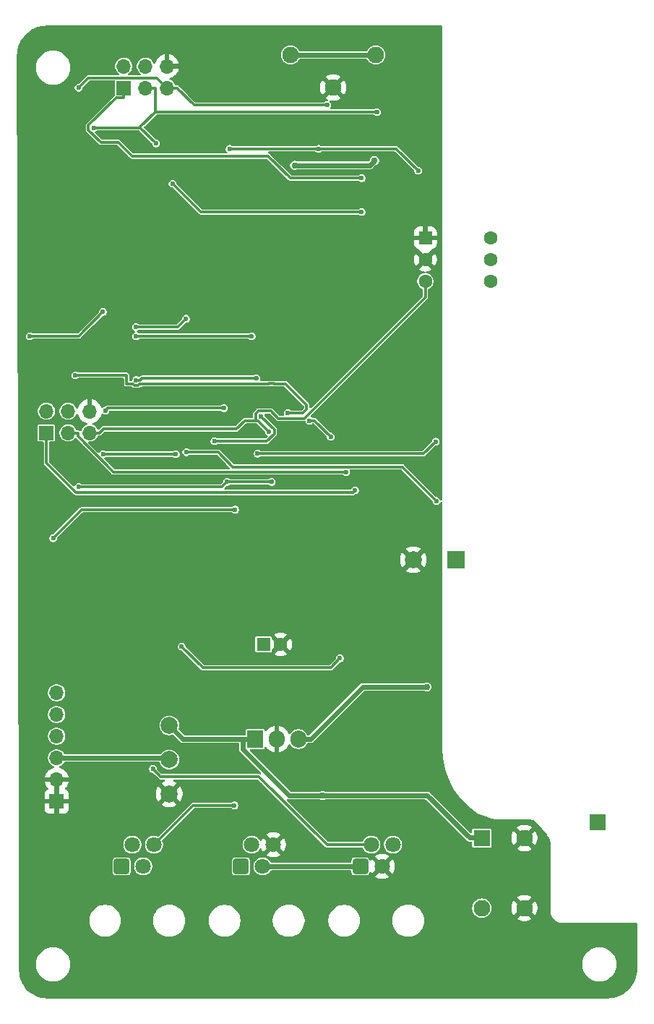
<source format=gbr>
%TF.GenerationSoftware,KiCad,Pcbnew,9.0.0*%
%TF.CreationDate,2025-03-09T10:23:32+01:00*%
%TF.ProjectId,ws_3.0,77735f33-2e30-42e6-9b69-6361645f7063,rev?*%
%TF.SameCoordinates,Original*%
%TF.FileFunction,Copper,L2,Bot*%
%TF.FilePolarity,Positive*%
%FSLAX46Y46*%
G04 Gerber Fmt 4.6, Leading zero omitted, Abs format (unit mm)*
G04 Created by KiCad (PCBNEW 9.0.0) date 2025-03-09 10:23:32*
%MOMM*%
%LPD*%
G01*
G04 APERTURE LIST*
G04 Aperture macros list*
%AMRoundRect*
0 Rectangle with rounded corners*
0 $1 Rounding radius*
0 $2 $3 $4 $5 $6 $7 $8 $9 X,Y pos of 4 corners*
0 Add a 4 corners polygon primitive as box body*
4,1,4,$2,$3,$4,$5,$6,$7,$8,$9,$2,$3,0*
0 Add four circle primitives for the rounded corners*
1,1,$1+$1,$2,$3*
1,1,$1+$1,$4,$5*
1,1,$1+$1,$6,$7*
1,1,$1+$1,$8,$9*
0 Add four rect primitives between the rounded corners*
20,1,$1+$1,$2,$3,$4,$5,0*
20,1,$1+$1,$4,$5,$6,$7,0*
20,1,$1+$1,$6,$7,$8,$9,0*
20,1,$1+$1,$8,$9,$2,$3,0*%
G04 Aperture macros list end*
%TA.AperFunction,ComponentPad*%
%ADD10R,1.905000X2.000000*%
%TD*%
%TA.AperFunction,ComponentPad*%
%ADD11O,1.905000X2.000000*%
%TD*%
%TA.AperFunction,ComponentPad*%
%ADD12RoundRect,0.250000X-0.550000X-0.550000X0.550000X-0.550000X0.550000X0.550000X-0.550000X0.550000X0*%
%TD*%
%TA.AperFunction,ComponentPad*%
%ADD13C,1.600000*%
%TD*%
%TA.AperFunction,ComponentPad*%
%ADD14R,1.700000X1.700000*%
%TD*%
%TA.AperFunction,ComponentPad*%
%ADD15O,1.700000X1.700000*%
%TD*%
%TA.AperFunction,ComponentPad*%
%ADD16C,2.000000*%
%TD*%
%TA.AperFunction,ComponentPad*%
%ADD17RoundRect,0.250000X-0.650000X-0.650000X0.650000X-0.650000X0.650000X0.650000X-0.650000X0.650000X0*%
%TD*%
%TA.AperFunction,ComponentPad*%
%ADD18C,1.800000*%
%TD*%
%TA.AperFunction,ComponentPad*%
%ADD19R,1.600000X1.600000*%
%TD*%
%TA.AperFunction,ComponentPad*%
%ADD20C,1.950000*%
%TD*%
%TA.AperFunction,ComponentPad*%
%ADD21R,1.950000X1.950000*%
%TD*%
%TA.AperFunction,ComponentPad*%
%ADD22R,2.000000X2.000000*%
%TD*%
%TA.AperFunction,ViaPad*%
%ADD23C,0.756400*%
%TD*%
%TA.AperFunction,ViaPad*%
%ADD24C,0.600000*%
%TD*%
%TA.AperFunction,Conductor*%
%ADD25C,0.600000*%
%TD*%
%TA.AperFunction,Conductor*%
%ADD26C,0.300000*%
%TD*%
G04 APERTURE END LIST*
D10*
%TO.P,U2,1,VI*%
%TO.N,/power/RAW*%
X140060000Y-131600000D03*
D11*
%TO.P,U2,2,GND*%
%TO.N,GND*%
X142600000Y-131600000D03*
%TO.P,U2,3,VO*%
%TO.N,+3.3V*%
X145140000Y-131600000D03*
%TD*%
D12*
%TO.P,SW1,1*%
%TO.N,GND*%
X160000000Y-72920000D03*
D13*
%TO.P,SW1,2*%
X160000000Y-75460000D03*
%TO.P,SW1,3*%
%TO.N,SS*%
X160000000Y-78000000D03*
%TO.P,SW1,4*%
%TO.N,OPT_PROGRAM*%
X167620000Y-78000000D03*
%TO.P,SW1,5*%
%TO.N,OPT_DEBUG*%
X167620000Y-75460000D03*
%TO.P,SW1,6*%
%TO.N,OPT_CLEAR*%
X167620000Y-72920000D03*
%TD*%
D14*
%TO.P,J1,1,MISO*%
%TO.N,Net-(J1-MISO)*%
X124655000Y-55352500D03*
D15*
%TO.P,J1,2,VCC*%
%TO.N,+3.3V*%
X124655000Y-52812500D03*
%TO.P,J1,3,SCK*%
%TO.N,I2C_SCL*%
X127195000Y-55352500D03*
%TO.P,J1,4,MOSI*%
%TO.N,I2C_SDA*%
X127195000Y-52812500D03*
%TO.P,J1,5,~{RST}*%
%TO.N,Net-(J1-~{RST})*%
X129735000Y-55352500D03*
%TO.P,J1,6,GND*%
%TO.N,GND*%
X129735000Y-52812500D03*
%TD*%
D16*
%TO.P,TP1,1,1*%
%TO.N,/power/RAW*%
X130000000Y-130000000D03*
%TD*%
D17*
%TO.P,J2,1*%
%TO.N,unconnected-(J2-Pad1)*%
X124400000Y-146500000D03*
D18*
%TO.P,J2,2*%
%TO.N,unconnected-(J2-Pad2)*%
X125670000Y-143960000D03*
%TO.P,J2,3*%
%TO.N,RAIN*%
X126940000Y-146500000D03*
%TO.P,J2,4*%
%TO.N,Net-(C3-Pad1)*%
X128210000Y-143960000D03*
%TD*%
D14*
%TO.P,J6,1,MISO*%
%TO.N,MISO*%
X115600000Y-95740000D03*
D15*
%TO.P,J6,2,VCC*%
%TO.N,+3.3V*%
X115600000Y-93200000D03*
%TO.P,J6,3,SCK*%
%TO.N,SCK*%
X118140000Y-95740000D03*
%TO.P,J6,4,MOSI*%
%TO.N,MOSI*%
X118140000Y-93200000D03*
%TO.P,J6,5,~{RST}*%
%TO.N,SS*%
X120680000Y-95740000D03*
%TO.P,J6,6,GND*%
%TO.N,GND*%
X120680000Y-93200000D03*
%TD*%
D19*
%TO.P,C2,1*%
%TO.N,+3.3V*%
X141044900Y-120500000D03*
D13*
%TO.P,C2,2*%
%TO.N,GND*%
X143044900Y-120500000D03*
%TD*%
D20*
%TO.P,BT1,1,+*%
%TO.N,/Attiny85/BATTERY*%
X144200000Y-51500000D03*
%TO.P,BT1,2,-*%
%TO.N,GND*%
X149200000Y-55300000D03*
%TO.P,BT1,3*%
%TO.N,/Attiny85/BATTERY*%
X154200000Y-51500000D03*
%TD*%
D14*
%TO.P,J7,1,Pin_1*%
%TO.N,GND*%
X116800000Y-138880000D03*
D15*
%TO.P,J7,2,Pin_2*%
X116800000Y-136340000D03*
%TO.P,J7,3,Pin_3*%
%TO.N,+3.3V*%
X116800000Y-133800000D03*
%TO.P,J7,4,Pin_4*%
%TO.N,TXD*%
X116800000Y-131260000D03*
%TO.P,J7,5,Pin_5*%
%TO.N,RXD*%
X116800000Y-128720000D03*
%TO.P,J7,6,Pin_6*%
%TO.N,Net-(J7-Pin_6)*%
X116800000Y-126180000D03*
%TD*%
D21*
%TO.P,AE1,1,A*%
%TO.N,ANTENNA*%
X180200000Y-141300000D03*
%TD*%
D16*
%TO.P,TP2,1,1*%
%TO.N,+3.3V*%
X130000000Y-134000000D03*
%TD*%
D21*
%TO.P,J5,1,1.1*%
%TO.N,/power/RAW*%
X166605745Y-143181536D03*
D20*
%TO.P,J5,2,1.2*%
X166605745Y-151381536D03*
%TO.P,J5,3,2.1*%
%TO.N,GND*%
X171605745Y-143181536D03*
%TO.P,J5,4,2.2*%
X171605745Y-151381536D03*
%TD*%
D17*
%TO.P,J4,1*%
%TO.N,TEMP_1W*%
X138400000Y-146500000D03*
D18*
%TO.P,J4,2*%
%TO.N,unconnected-(J4-Pad2)*%
X139670000Y-143960000D03*
%TO.P,J4,3*%
%TO.N,+3.3V*%
X140940000Y-146500000D03*
%TO.P,J4,4*%
%TO.N,GND*%
X142210000Y-143960000D03*
%TD*%
D16*
%TO.P,TP3,1,1*%
%TO.N,GND*%
X130000000Y-138000000D03*
%TD*%
D17*
%TO.P,J3,1*%
%TO.N,+3.3V*%
X152400000Y-146500000D03*
D18*
%TO.P,J3,2*%
%TO.N,WIND_DIR*%
X153670000Y-143960000D03*
%TO.P,J3,3*%
%TO.N,GND*%
X154940000Y-146500000D03*
%TO.P,J3,4*%
%TO.N,WIND_SPEED*%
X156210000Y-143960000D03*
%TD*%
D22*
%TO.P,C8,1*%
%TO.N,+3.3V*%
X163600000Y-110600000D03*
D16*
%TO.P,C8,2*%
%TO.N,GND*%
X158600000Y-110600000D03*
%TD*%
D23*
%TO.N,+3.3V*%
X160176000Y-125490000D03*
D24*
%TO.N,Net-(C3-Pad1)*%
X137641000Y-139357000D03*
%TO.N,OPT_CLEAR*%
X137072000Y-62490200D03*
X147496000Y-62490200D03*
X159153000Y-65052300D03*
%TO.N,OPT_DEBUG*%
X140352000Y-98185500D03*
X161214000Y-96768600D03*
D23*
%TO.N,BACKUP_POWER*%
X154048000Y-63870900D03*
X144693000Y-64417400D03*
D24*
%TO.N,Net-(J1-MISO)*%
X152540000Y-65919600D03*
%TO.N,Net-(J1-~{RST})*%
X148502000Y-57369400D03*
X119381000Y-55323100D03*
%TO.N,RAIN*%
X126127000Y-84426500D03*
X139656000Y-84426500D03*
%TO.N,WIND_SPEED*%
X131462000Y-120761000D03*
X150000000Y-122152400D03*
%TO.N,WIND_DIR*%
X140200000Y-89336100D03*
X128088000Y-135091000D03*
X126128600Y-89569072D03*
%TO.N,SCK*%
X150695000Y-100323000D03*
%TO.N,SS*%
X141684000Y-95619000D03*
%TO.N,MOSI*%
X143891000Y-93447400D03*
X119000000Y-89000000D03*
%TO.N,MISO*%
X148917100Y-96188400D03*
X151779800Y-102470000D03*
X146443800Y-94311800D03*
%TO.N,DIO0*%
X161322000Y-103725000D03*
X132000000Y-98000000D03*
D23*
%TO.N,GND*%
X132142600Y-105416600D03*
X147000000Y-83663500D03*
X141977000Y-90642200D03*
X153950000Y-134296000D03*
X141073000Y-65358200D03*
X131912000Y-66895300D03*
X113496000Y-69889400D03*
D24*
X120000000Y-90000000D03*
D23*
X130781400Y-119607000D03*
X135000000Y-126327000D03*
X125000000Y-87864600D03*
X126504000Y-69890200D03*
X153950000Y-117812000D03*
X122038000Y-62426000D03*
X140630243Y-137071757D03*
X113392000Y-87132700D03*
X134000000Y-73408000D03*
X139130000Y-94985100D03*
X137297000Y-94088300D03*
X140038000Y-104349000D03*
X150000000Y-126340000D03*
X165355000Y-140474000D03*
X145000000Y-106000000D03*
X133146000Y-61102800D03*
X145461000Y-69189500D03*
X137000000Y-121000000D03*
D24*
%TO.N,I2C_SCL*%
X121172000Y-60018700D03*
X154339000Y-58176100D03*
X128469000Y-61858100D03*
%TO.N,I2C_SDA*%
X152540000Y-69882900D03*
X130390000Y-66571100D03*
D23*
%TO.N,/power/RAW*%
X147946000Y-138211000D03*
D24*
%TO.N,Net-(U1-~{RESET}{slash}PC6)*%
X113676000Y-84426500D03*
X122234000Y-81589700D03*
%TO.N,Net-(U1-XTAL2{slash}PB7)*%
X137728000Y-104736000D03*
X116397000Y-108072000D03*
%TO.N,Net-(U1-XTAL1{slash}PB6)*%
X136755000Y-101492000D03*
X142000000Y-101492000D03*
X119386000Y-102077000D03*
%TO.N,TXD*%
X122513000Y-93134500D03*
X136407000Y-92850600D03*
%TO.N,RXD*%
X130766000Y-98233500D03*
X122235000Y-98233500D03*
%TO.N,Net-(U1-PC0)*%
X135286000Y-96716800D03*
X140736000Y-93811600D03*
%TO.N,Net-(J7-Pin_6)*%
X131966000Y-82389500D03*
X126091000Y-83351200D03*
%TD*%
D25*
%TO.N,+3.3V*%
X129800000Y-133800000D02*
X130000000Y-134000000D01*
X116800000Y-133800000D02*
X129800000Y-133800000D01*
X145140000Y-131600000D02*
X146547000Y-131600000D01*
X152656000Y-125490000D02*
X160176000Y-125490000D01*
X152400000Y-146500000D02*
X140940000Y-146500000D01*
X146547000Y-131600000D02*
X152656000Y-125490000D01*
%TO.N,/Attiny85/BATTERY*%
X154200000Y-51500000D02*
X144200000Y-51500000D01*
D26*
%TO.N,Net-(C3-Pad1)*%
X128210000Y-143960000D02*
X132813000Y-139357000D01*
X132813000Y-139357000D02*
X137641000Y-139357000D01*
%TO.N,OPT_CLEAR*%
X147496000Y-62490200D02*
X137072000Y-62490200D01*
X156591000Y-62490200D02*
X147496000Y-62490200D01*
X159153000Y-65052300D02*
X156591000Y-62490200D01*
%TO.N,OPT_DEBUG*%
X159797000Y-98185500D02*
X161214000Y-96768600D01*
X140352000Y-98185500D02*
X159797000Y-98185500D01*
D25*
%TO.N,BACKUP_POWER*%
X154048000Y-63870900D02*
X153501000Y-64417400D01*
X153501000Y-64417400D02*
X144693000Y-64417400D01*
D26*
%TO.N,Net-(J1-MISO)*%
X141616000Y-63347400D02*
X144188000Y-65919600D01*
X123787000Y-56506600D02*
X120540000Y-59753200D01*
X120540000Y-59753200D02*
X120540000Y-60276500D01*
X124655000Y-55352500D02*
X124655000Y-56506600D01*
X144188000Y-65919600D02*
X152540000Y-65919600D01*
X124655000Y-56506600D02*
X123787000Y-56506600D01*
X125642000Y-63347400D02*
X141616000Y-63347400D01*
X121999000Y-61735600D02*
X124030000Y-61735600D01*
X124030000Y-61735600D02*
X125642000Y-63347400D01*
X120540000Y-60276500D02*
X121999000Y-61735600D01*
%TO.N,Net-(J1-~{RST})*%
X132906000Y-57369400D02*
X148502000Y-57369400D01*
X130889000Y-55352500D02*
X132906000Y-57369400D01*
X119381000Y-55323100D02*
X120528000Y-54176600D01*
X129735000Y-55352500D02*
X130889000Y-55352500D01*
X120528000Y-54176600D02*
X128559000Y-54176600D01*
X128559000Y-54176600D02*
X129735000Y-55352500D01*
%TO.N,RAIN*%
X126127000Y-84426500D02*
X139656000Y-84426500D01*
%TO.N,WIND_SPEED*%
X148917400Y-123235000D02*
X133937000Y-123235000D01*
X133937000Y-123235000D02*
X131462000Y-120761000D01*
X150000000Y-122152400D02*
X148917400Y-123235000D01*
%TO.N,WIND_DIR*%
X128088000Y-135091000D02*
X128996000Y-136000000D01*
X126569028Y-89569072D02*
X126802000Y-89336100D01*
X140521000Y-136000000D02*
X148481000Y-143960000D01*
X126802000Y-89336100D02*
X140200000Y-89336100D01*
X126128600Y-89569072D02*
X126569028Y-89569072D01*
X148481000Y-143960000D02*
X153670000Y-143960000D01*
X128996000Y-136000000D02*
X140521000Y-136000000D01*
%TO.N,SCK*%
X119294000Y-95740000D02*
X119294000Y-96146900D01*
X123470000Y-100323000D02*
X150695000Y-100323000D01*
X118140000Y-95740000D02*
X119294000Y-95740000D01*
X119294000Y-96146900D02*
X123470000Y-100323000D01*
%TO.N,SS*%
X138848000Y-94302800D02*
X137883000Y-95267700D01*
X137883000Y-95267700D02*
X137883000Y-95267800D01*
X142777000Y-94054500D02*
X145812000Y-94054500D01*
X137883000Y-95267800D02*
X122306000Y-95267800D01*
X140124000Y-94302800D02*
X138848000Y-94302800D01*
X121834000Y-95740000D02*
X120680000Y-95740000D01*
X140445000Y-93186700D02*
X141910000Y-93186700D01*
X141684000Y-95619000D02*
X140367000Y-94302800D01*
X141910000Y-93186700D02*
X142777000Y-94054500D01*
X145812000Y-94054500D02*
X160000000Y-79866000D01*
X140367000Y-94302800D02*
X140124000Y-94302800D01*
X140124000Y-94302800D02*
X140124000Y-93508000D01*
X140124000Y-93508000D02*
X140445000Y-93186700D01*
X122306000Y-95267800D02*
X121834000Y-95740000D01*
X160000000Y-79866000D02*
X160000000Y-78000000D01*
%TO.N,MOSI*%
X146110000Y-93007500D02*
X145670000Y-93447400D01*
X126756833Y-90022471D02*
X126756832Y-90022472D01*
X145670000Y-93447400D02*
X143891000Y-93447400D01*
X125000000Y-90000000D02*
X125706191Y-90000000D01*
X125878663Y-90172472D02*
X126378537Y-90172472D01*
X141655272Y-90000000D02*
X141694672Y-89960600D01*
X125706191Y-90000000D02*
X125878663Y-90172472D01*
X126756833Y-90022471D02*
X126779304Y-90000000D01*
X142259328Y-89960600D02*
X142298728Y-90000000D01*
X126378537Y-90172472D02*
X126528538Y-90022471D01*
X125000000Y-89000000D02*
X125000000Y-90000000D01*
X126779304Y-90000000D02*
X141655272Y-90000000D01*
X146110000Y-92472600D02*
X146110000Y-93007500D01*
X126528538Y-90022471D02*
X126756833Y-90022471D01*
X143637400Y-90000000D02*
X146110000Y-92472600D01*
X142298728Y-90000000D02*
X143637400Y-90000000D01*
X141694672Y-89960600D02*
X142259328Y-89960600D01*
X119000000Y-89000000D02*
X125000000Y-89000000D01*
%TO.N,MISO*%
X146443800Y-94311800D02*
X147040500Y-94311800D01*
X119101300Y-102717100D02*
X151532700Y-102717100D01*
X151532700Y-102717100D02*
X151779800Y-102470000D01*
X147040500Y-94311800D02*
X148917100Y-96188400D01*
X115600000Y-99215800D02*
X119101300Y-102717100D01*
X115600000Y-95740000D02*
X115600000Y-99215800D01*
%TO.N,DIO0*%
X157316000Y-99719100D02*
X161322000Y-103725000D01*
X137432000Y-99719100D02*
X157316000Y-99719100D01*
X132000000Y-98000000D02*
X135713000Y-98000000D01*
X135713000Y-98000000D02*
X137432000Y-99719100D01*
%TO.N,I2C_SCL*%
X127195000Y-55352500D02*
X128349000Y-55352500D01*
X154339000Y-58176100D02*
X128349000Y-58176100D01*
X121178000Y-60013400D02*
X121172000Y-60018700D01*
X128349000Y-55352500D02*
X128349000Y-58176100D01*
X126624000Y-60013400D02*
X128469000Y-61858100D01*
X128349000Y-58176100D02*
X126624000Y-59901100D01*
X126624000Y-60013400D02*
X121178000Y-60013400D01*
X126624000Y-59901100D02*
X126624000Y-60013400D01*
%TO.N,I2C_SDA*%
X152540000Y-69882900D02*
X133702000Y-69882900D01*
X133702000Y-69882900D02*
X130390000Y-66571100D01*
D25*
%TO.N,/power/RAW*%
X138653000Y-132790000D02*
X138653000Y-131600000D01*
X140060000Y-131600000D02*
X138653000Y-131600000D01*
X138653000Y-131600000D02*
X131600000Y-131600000D01*
X166599600Y-143147000D02*
X166600000Y-143146600D01*
X165171000Y-143147000D02*
X160235000Y-138211000D01*
X166599600Y-143147000D02*
X165171000Y-143147000D01*
X144075000Y-138211000D02*
X138653000Y-132790000D01*
X160235000Y-138211000D02*
X147946000Y-138211000D01*
X131600000Y-131600000D02*
X130000000Y-130000000D01*
X166600000Y-143147000D02*
X166599600Y-143147000D01*
X147946000Y-138211000D02*
X144075000Y-138211000D01*
D26*
%TO.N,Net-(U1-~{RESET}{slash}PC6)*%
X119397000Y-84426500D02*
X122234000Y-81589700D01*
X113676000Y-84426500D02*
X119397000Y-84426500D01*
%TO.N,Net-(U1-XTAL2{slash}PB7)*%
X119733000Y-104736000D02*
X116397000Y-108072000D01*
X137728000Y-104736000D02*
X119733000Y-104736000D01*
%TO.N,Net-(U1-XTAL1{slash}PB6)*%
X136755000Y-101492000D02*
X136171000Y-102077000D01*
X136171000Y-102077000D02*
X119386000Y-102077000D01*
X142000000Y-101492000D02*
X136755000Y-101492000D01*
%TO.N,TXD*%
X136407000Y-92850600D02*
X122797000Y-92850600D01*
X122797000Y-92850600D02*
X122513000Y-93134500D01*
%TO.N,RXD*%
X130766000Y-98233500D02*
X122235000Y-98233500D01*
%TO.N,Net-(U1-PC0)*%
X135286000Y-96716800D02*
X141452000Y-96716800D01*
X142320000Y-95848500D02*
X142320000Y-95395300D01*
X141452000Y-96716800D02*
X142320000Y-95848500D01*
X142320000Y-95395300D02*
X140736000Y-93811600D01*
%TO.N,Net-(J7-Pin_6)*%
X126091000Y-83351200D02*
X131005000Y-83351200D01*
X131005000Y-83351200D02*
X131966000Y-82389500D01*
%TD*%
%TA.AperFunction,Conductor*%
%TO.N,GND*%
G36*
X117079000Y-138463731D02*
G01*
X116992993Y-138414075D01*
X116865826Y-138380000D01*
X116734174Y-138380000D01*
X116607007Y-138414075D01*
X116521000Y-138463731D01*
X116521000Y-136756268D01*
X116607007Y-136805925D01*
X116734174Y-136840000D01*
X116865826Y-136840000D01*
X116992993Y-136805925D01*
X117079000Y-136756268D01*
X117079000Y-138463731D01*
G37*
%TD.AperFunction*%
%TA.AperFunction,Conductor*%
G36*
X161942121Y-48079102D02*
G01*
X161988614Y-48132758D01*
X162000000Y-48185100D01*
X162000000Y-103548394D01*
X161979998Y-103616515D01*
X161926342Y-103663008D01*
X161856068Y-103673112D01*
X161791488Y-103643618D01*
X161753104Y-103583892D01*
X161752304Y-103581044D01*
X161744036Y-103550187D01*
X161684410Y-103446913D01*
X161684408Y-103446911D01*
X161684404Y-103446906D01*
X161600093Y-103362595D01*
X161600083Y-103362587D01*
X161496817Y-103302966D01*
X161496815Y-103302965D01*
X161496813Y-103302964D01*
X161381625Y-103272100D01*
X161381623Y-103272100D01*
X161349649Y-103272100D01*
X161281528Y-103252098D01*
X161260555Y-103235197D01*
X160670160Y-102644817D01*
X157523324Y-99498058D01*
X157501985Y-99476719D01*
X157501984Y-99476718D01*
X157476701Y-99462121D01*
X157432915Y-99436842D01*
X157432912Y-99436841D01*
X157432909Y-99436840D01*
X157412265Y-99431308D01*
X157355874Y-99416199D01*
X157355872Y-99416199D01*
X157276117Y-99416200D01*
X137609663Y-99416200D01*
X137541542Y-99396198D01*
X137520565Y-99379293D01*
X137309489Y-99168205D01*
X136267221Y-98125875D01*
X139899100Y-98125875D01*
X139899100Y-98245125D01*
X139929964Y-98360313D01*
X139929965Y-98360315D01*
X139929966Y-98360317D01*
X139989587Y-98463583D01*
X139989595Y-98463593D01*
X140073906Y-98547904D01*
X140073911Y-98547908D01*
X140073913Y-98547910D01*
X140073914Y-98547911D01*
X140073916Y-98547912D01*
X140117898Y-98573305D01*
X140177187Y-98607536D01*
X140292375Y-98638400D01*
X140292377Y-98638400D01*
X140411623Y-98638400D01*
X140411625Y-98638400D01*
X140526813Y-98607536D01*
X140630087Y-98547910D01*
X140641228Y-98536769D01*
X140652693Y-98525305D01*
X140715005Y-98491279D01*
X140741788Y-98488400D01*
X159783696Y-98488400D01*
X159836867Y-98488402D01*
X159836874Y-98488400D01*
X159836878Y-98488400D01*
X159870414Y-98479414D01*
X159870417Y-98479414D01*
X159890882Y-98473930D01*
X159913905Y-98467762D01*
X159913908Y-98467759D01*
X159913912Y-98467758D01*
X159913915Y-98467758D01*
X159913915Y-98467757D01*
X159914593Y-98467576D01*
X159916716Y-98466449D01*
X159920443Y-98463989D01*
X159961419Y-98440331D01*
X159961420Y-98440330D01*
X159961431Y-98440324D01*
X159979749Y-98429749D01*
X159982803Y-98428106D01*
X159984262Y-98426604D01*
X160025474Y-98385392D01*
X160025477Y-98385388D01*
X160237005Y-98173875D01*
X161152544Y-97258400D01*
X161214857Y-97224379D01*
X161241636Y-97221500D01*
X161273623Y-97221500D01*
X161273625Y-97221500D01*
X161388813Y-97190636D01*
X161492087Y-97131010D01*
X161576410Y-97046687D01*
X161636036Y-96943413D01*
X161666900Y-96828225D01*
X161666900Y-96708975D01*
X161636036Y-96593787D01*
X161606126Y-96541982D01*
X161576412Y-96490516D01*
X161576404Y-96490506D01*
X161492093Y-96406195D01*
X161492083Y-96406187D01*
X161388817Y-96346566D01*
X161388815Y-96346565D01*
X161388813Y-96346564D01*
X161273625Y-96315700D01*
X161154375Y-96315700D01*
X161039187Y-96346564D01*
X161039185Y-96346565D01*
X161039182Y-96346566D01*
X160935916Y-96406187D01*
X160935906Y-96406195D01*
X160851595Y-96490506D01*
X160851587Y-96490516D01*
X160791966Y-96593782D01*
X160791965Y-96593785D01*
X160791964Y-96593787D01*
X160763443Y-96700232D01*
X160761100Y-96708976D01*
X160761100Y-96740924D01*
X160741098Y-96809045D01*
X160724192Y-96830023D01*
X160295784Y-97258401D01*
X159731051Y-97823095D01*
X159708445Y-97845699D01*
X159646132Y-97879721D01*
X159619353Y-97882600D01*
X140741788Y-97882600D01*
X140673667Y-97862598D01*
X140652693Y-97845695D01*
X140630093Y-97823095D01*
X140630083Y-97823087D01*
X140526817Y-97763466D01*
X140526815Y-97763465D01*
X140526813Y-97763464D01*
X140411625Y-97732600D01*
X140292375Y-97732600D01*
X140177187Y-97763464D01*
X140177185Y-97763465D01*
X140177182Y-97763466D01*
X140073916Y-97823087D01*
X140073906Y-97823095D01*
X139989595Y-97907406D01*
X139989587Y-97907416D01*
X139929966Y-98010682D01*
X139929965Y-98010685D01*
X139929964Y-98010687D01*
X139899100Y-98125875D01*
X136267221Y-98125875D01*
X136233652Y-98092304D01*
X135960850Y-97819486D01*
X135960850Y-97819485D01*
X135955382Y-97814017D01*
X135955381Y-97814015D01*
X135916063Y-97774697D01*
X135898992Y-97757625D01*
X135898989Y-97757623D01*
X135898985Y-97757619D01*
X135898983Y-97757618D01*
X135898981Y-97757616D01*
X135861644Y-97736060D01*
X135861625Y-97736049D01*
X135861176Y-97735790D01*
X135829923Y-97717745D01*
X135829917Y-97717743D01*
X135829915Y-97717742D01*
X135828755Y-97717431D01*
X135828753Y-97717430D01*
X135800833Y-97709949D01*
X135752891Y-97697102D01*
X135752890Y-97697101D01*
X135752887Y-97697101D01*
X135752881Y-97697100D01*
X135752880Y-97697100D01*
X135726302Y-97697100D01*
X135673131Y-97697098D01*
X135673124Y-97697100D01*
X132389788Y-97697100D01*
X132321667Y-97677098D01*
X132300693Y-97660195D01*
X132278093Y-97637595D01*
X132278083Y-97637587D01*
X132174817Y-97577966D01*
X132174815Y-97577965D01*
X132174813Y-97577964D01*
X132059625Y-97547100D01*
X131940375Y-97547100D01*
X131825187Y-97577964D01*
X131825185Y-97577965D01*
X131825182Y-97577966D01*
X131721916Y-97637587D01*
X131721906Y-97637595D01*
X131637595Y-97721906D01*
X131637587Y-97721916D01*
X131577966Y-97825182D01*
X131577965Y-97825185D01*
X131577964Y-97825187D01*
X131547100Y-97940375D01*
X131547100Y-98059625D01*
X131577964Y-98174813D01*
X131577965Y-98174815D01*
X131577966Y-98174817D01*
X131637587Y-98278083D01*
X131637595Y-98278093D01*
X131721906Y-98362404D01*
X131721911Y-98362408D01*
X131721913Y-98362410D01*
X131721914Y-98362411D01*
X131721916Y-98362412D01*
X131794508Y-98404323D01*
X131825187Y-98422036D01*
X131940375Y-98452900D01*
X131940377Y-98452900D01*
X132059623Y-98452900D01*
X132059625Y-98452900D01*
X132174813Y-98422036D01*
X132278087Y-98362410D01*
X132280187Y-98360310D01*
X132300693Y-98339805D01*
X132363005Y-98305779D01*
X132389788Y-98302900D01*
X135535336Y-98302900D01*
X135603457Y-98322902D01*
X135624432Y-98339805D01*
X136700764Y-99416200D01*
X137089549Y-99805007D01*
X137123572Y-99867320D01*
X137118505Y-99938136D01*
X137075957Y-99994970D01*
X137009436Y-100019779D01*
X137000451Y-100020100D01*
X123647659Y-100020100D01*
X123579538Y-100000098D01*
X123558562Y-99983194D01*
X122412516Y-98837120D01*
X122402797Y-98819321D01*
X122388973Y-98804490D01*
X122386133Y-98788802D01*
X122378492Y-98774808D01*
X122379938Y-98754582D01*
X122376327Y-98734629D01*
X122382420Y-98719894D01*
X122383558Y-98703992D01*
X122395709Y-98687759D01*
X122403459Y-98669021D01*
X122420961Y-98654027D01*
X122426105Y-98647157D01*
X122429693Y-98644568D01*
X122434021Y-98641559D01*
X122513087Y-98595910D01*
X122543640Y-98565356D01*
X122552868Y-98558942D01*
X122576313Y-98551123D01*
X122598005Y-98539279D01*
X122618412Y-98537085D01*
X122620219Y-98536483D01*
X122621346Y-98536769D01*
X122624788Y-98536400D01*
X130376212Y-98536400D01*
X130444333Y-98556402D01*
X130465307Y-98573305D01*
X130487906Y-98595904D01*
X130487911Y-98595908D01*
X130487913Y-98595910D01*
X130487914Y-98595911D01*
X130487916Y-98595912D01*
X130560508Y-98637823D01*
X130591187Y-98655536D01*
X130706375Y-98686400D01*
X130706377Y-98686400D01*
X130825623Y-98686400D01*
X130825625Y-98686400D01*
X130940813Y-98655536D01*
X131044087Y-98595910D01*
X131128410Y-98511587D01*
X131188036Y-98408313D01*
X131218900Y-98293125D01*
X131218900Y-98173875D01*
X131188036Y-98058687D01*
X131128410Y-97955413D01*
X131128408Y-97955411D01*
X131128404Y-97955406D01*
X131044093Y-97871095D01*
X131044083Y-97871087D01*
X130940817Y-97811466D01*
X130940815Y-97811465D01*
X130940813Y-97811464D01*
X130825625Y-97780600D01*
X130706375Y-97780600D01*
X130591187Y-97811464D01*
X130591185Y-97811465D01*
X130591182Y-97811466D01*
X130487916Y-97871087D01*
X130487906Y-97871095D01*
X130465307Y-97893695D01*
X130402995Y-97927721D01*
X130376212Y-97930600D01*
X122624788Y-97930600D01*
X122556667Y-97910598D01*
X122535693Y-97893695D01*
X122513093Y-97871095D01*
X122513083Y-97871087D01*
X122409817Y-97811466D01*
X122409815Y-97811465D01*
X122409813Y-97811464D01*
X122294625Y-97780600D01*
X122175375Y-97780600D01*
X122060187Y-97811464D01*
X122060185Y-97811465D01*
X122060182Y-97811466D01*
X121956916Y-97871087D01*
X121956906Y-97871095D01*
X121872595Y-97955406D01*
X121872589Y-97955414D01*
X121829598Y-98029876D01*
X121778214Y-98078869D01*
X121708501Y-98092304D01*
X121642590Y-98065917D01*
X121631395Y-98055981D01*
X120533431Y-96957991D01*
X120499409Y-96895682D01*
X120504475Y-96824866D01*
X120547022Y-96768031D01*
X120613543Y-96743221D01*
X120622530Y-96742900D01*
X120778776Y-96742900D01*
X120778777Y-96742900D01*
X120972535Y-96704359D01*
X121155051Y-96628759D01*
X121319312Y-96519004D01*
X121459004Y-96379312D01*
X121568759Y-96215051D01*
X121607848Y-96120682D01*
X121620594Y-96104864D01*
X121629033Y-96086388D01*
X121642414Y-96077787D01*
X121652397Y-96065401D01*
X121671671Y-96058985D01*
X121688759Y-96048004D01*
X121716763Y-96043977D01*
X121719760Y-96042980D01*
X121724257Y-96042900D01*
X121785958Y-96042900D01*
X121786128Y-96042910D01*
X121794183Y-96042908D01*
X121794186Y-96042909D01*
X121836410Y-96042900D01*
X121873878Y-96042900D01*
X121873879Y-96042900D01*
X121873936Y-96042892D01*
X121873942Y-96042892D01*
X121912559Y-96032535D01*
X121912943Y-96032432D01*
X121912943Y-96032434D01*
X121912957Y-96032427D01*
X121950572Y-96022349D01*
X121950896Y-96022266D01*
X121950913Y-96022258D01*
X121950915Y-96022258D01*
X121950916Y-96022257D01*
X121950968Y-96022234D01*
X121950975Y-96022233D01*
X121950983Y-96022228D01*
X121951044Y-96022202D01*
X121951713Y-96021806D01*
X121983940Y-96003190D01*
X122019985Y-95982381D01*
X122019987Y-95982378D01*
X122020007Y-95982367D01*
X122020029Y-95982344D01*
X122020036Y-95982341D01*
X122045983Y-95956382D01*
X122076381Y-95925985D01*
X122076382Y-95925982D01*
X122082634Y-95919731D01*
X122082733Y-95919615D01*
X122394596Y-95607622D01*
X122456900Y-95573585D01*
X122483709Y-95570700D01*
X137922876Y-95570700D01*
X137922878Y-95570700D01*
X137999915Y-95550058D01*
X138068985Y-95510181D01*
X138125381Y-95453785D01*
X138130881Y-95448285D01*
X138131572Y-95447495D01*
X138936552Y-94642599D01*
X138998866Y-94608578D01*
X139025643Y-94605700D01*
X140084122Y-94605700D01*
X140163878Y-94605700D01*
X140189420Y-94605700D01*
X140257541Y-94625702D01*
X140278488Y-94642577D01*
X140600998Y-94964891D01*
X141190480Y-95554015D01*
X141194168Y-95557700D01*
X141228212Y-95620002D01*
X141231100Y-95646823D01*
X141231100Y-95678625D01*
X141261964Y-95793813D01*
X141261965Y-95793815D01*
X141261966Y-95793817D01*
X141321587Y-95897083D01*
X141321595Y-95897093D01*
X141405906Y-95981404D01*
X141405911Y-95981408D01*
X141405913Y-95981410D01*
X141405914Y-95981411D01*
X141405916Y-95981412D01*
X141487509Y-96028520D01*
X141505032Y-96046898D01*
X141525364Y-96062113D01*
X141529109Y-96072149D01*
X141536502Y-96079903D01*
X141541307Y-96104837D01*
X141550186Y-96128629D01*
X141547910Y-96139097D01*
X141549938Y-96149616D01*
X141540500Y-96173188D01*
X141535107Y-96198005D01*
X141525341Y-96211055D01*
X141523551Y-96215527D01*
X141513620Y-96226719D01*
X141363411Y-96376980D01*
X141301105Y-96411016D01*
X141274300Y-96413900D01*
X135675788Y-96413900D01*
X135607667Y-96393898D01*
X135586693Y-96376995D01*
X135564093Y-96354395D01*
X135564083Y-96354387D01*
X135460817Y-96294766D01*
X135460815Y-96294765D01*
X135460813Y-96294764D01*
X135345625Y-96263900D01*
X135226375Y-96263900D01*
X135111187Y-96294764D01*
X135111185Y-96294765D01*
X135111182Y-96294766D01*
X135007916Y-96354387D01*
X135007906Y-96354395D01*
X134923595Y-96438706D01*
X134923587Y-96438716D01*
X134863966Y-96541982D01*
X134863965Y-96541985D01*
X134863964Y-96541987D01*
X134833100Y-96657175D01*
X134833100Y-96776425D01*
X134863964Y-96891613D01*
X134863965Y-96891615D01*
X134863966Y-96891617D01*
X134923587Y-96994883D01*
X134923595Y-96994893D01*
X135007906Y-97079204D01*
X135007911Y-97079208D01*
X135007913Y-97079210D01*
X135111187Y-97138836D01*
X135226375Y-97169700D01*
X135226377Y-97169700D01*
X135345623Y-97169700D01*
X135345625Y-97169700D01*
X135460813Y-97138836D01*
X135564087Y-97079210D01*
X135564093Y-97079204D01*
X135586693Y-97056605D01*
X135649005Y-97022579D01*
X135675788Y-97019700D01*
X141412148Y-97019700D01*
X141412174Y-97019707D01*
X141455120Y-97019700D01*
X141491878Y-97019700D01*
X141491882Y-97019700D01*
X141491925Y-97019694D01*
X141491930Y-97019694D01*
X141533212Y-97008624D01*
X141568915Y-96999058D01*
X141568920Y-96999054D01*
X141568923Y-96999054D01*
X141568953Y-96999040D01*
X141568964Y-96999038D01*
X141604653Y-96978424D01*
X141636765Y-96959885D01*
X141637955Y-96959219D01*
X141638022Y-96959151D01*
X141638027Y-96959149D01*
X141666808Y-96930356D01*
X141666828Y-96930345D01*
X141666824Y-96930341D01*
X141694381Y-96902785D01*
X141694382Y-96902782D01*
X141700364Y-96896801D01*
X141700440Y-96896713D01*
X142530719Y-96066145D01*
X142530735Y-96066131D01*
X142561248Y-96035618D01*
X142562347Y-96034551D01*
X142562406Y-96034448D01*
X142562413Y-96034442D01*
X142576895Y-96009346D01*
X142580911Y-96002389D01*
X142580914Y-96002382D01*
X142602258Y-95965415D01*
X142602258Y-95965412D01*
X142602263Y-95965405D01*
X142602273Y-95965381D01*
X142602276Y-95965369D01*
X142602278Y-95965366D01*
X142613914Y-95921913D01*
X142613915Y-95921910D01*
X142613918Y-95921910D01*
X142613918Y-95921895D01*
X142622900Y-95888378D01*
X142622900Y-95888373D01*
X142622901Y-95888370D01*
X142622905Y-95888342D01*
X142622905Y-95888332D01*
X142622908Y-95888325D01*
X142622900Y-95842750D01*
X142622900Y-95435163D01*
X142622904Y-95435149D01*
X142622900Y-95384505D01*
X142622900Y-95355422D01*
X142622900Y-95355416D01*
X142622897Y-95355398D01*
X142622897Y-95355393D01*
X142610107Y-95307678D01*
X142610106Y-95307672D01*
X142607156Y-95296667D01*
X142602258Y-95278385D01*
X142602255Y-95278380D01*
X142602251Y-95278365D01*
X142601450Y-95276978D01*
X142582597Y-95244332D01*
X142582593Y-95244317D01*
X142582590Y-95244319D01*
X142563047Y-95210469D01*
X142563047Y-95210468D01*
X142562812Y-95210062D01*
X142562381Y-95209315D01*
X142562379Y-95209313D01*
X142562374Y-95209304D01*
X142562364Y-95209294D01*
X142562363Y-95209292D01*
X142535989Y-95182923D01*
X142505985Y-95152919D01*
X142505971Y-95152911D01*
X142328398Y-94975372D01*
X141225813Y-93872995D01*
X141191782Y-93810686D01*
X141188900Y-93783891D01*
X141188900Y-93751976D01*
X141188900Y-93751975D01*
X141161096Y-93648207D01*
X141162786Y-93577235D01*
X141202580Y-93518439D01*
X141267844Y-93490491D01*
X141282803Y-93489600D01*
X141732228Y-93489600D01*
X141800349Y-93509602D01*
X141821365Y-93526546D01*
X142497095Y-94202900D01*
X142534582Y-94240421D01*
X142534619Y-94240485D01*
X142563808Y-94269674D01*
X142590905Y-94296796D01*
X142591011Y-94296877D01*
X142591015Y-94296881D01*
X142626120Y-94317149D01*
X142659955Y-94336704D01*
X142660023Y-94336722D01*
X142660085Y-94336758D01*
X142691660Y-94345218D01*
X142698126Y-94346951D01*
X142698125Y-94346953D01*
X142698165Y-94346961D01*
X142736982Y-94357382D01*
X142736984Y-94357382D01*
X142737120Y-94357400D01*
X142775782Y-94357400D01*
X142816738Y-94357419D01*
X142816740Y-94357418D01*
X142824768Y-94357422D01*
X142825118Y-94357400D01*
X145772123Y-94357400D01*
X145772127Y-94357401D01*
X145851883Y-94357400D01*
X145869676Y-94352631D01*
X145883431Y-94352025D01*
X145905068Y-94357354D01*
X145927341Y-94357883D01*
X145938859Y-94365678D01*
X145952367Y-94369005D01*
X145967687Y-94385185D01*
X145986140Y-94397673D01*
X145994066Y-94413047D01*
X146001180Y-94420560D01*
X146003056Y-94430482D01*
X146010691Y-94445290D01*
X146021762Y-94486606D01*
X146021764Y-94486613D01*
X146021765Y-94486615D01*
X146021766Y-94486617D01*
X146081387Y-94589883D01*
X146081395Y-94589893D01*
X146165706Y-94674204D01*
X146165711Y-94674208D01*
X146165713Y-94674210D01*
X146268987Y-94733836D01*
X146384175Y-94764700D01*
X146384177Y-94764700D01*
X146503423Y-94764700D01*
X146503425Y-94764700D01*
X146618613Y-94733836D01*
X146721887Y-94674210D01*
X146727133Y-94668964D01*
X146744493Y-94651605D01*
X146771861Y-94636660D01*
X146798090Y-94619804D01*
X146804388Y-94618898D01*
X146806805Y-94617579D01*
X146833588Y-94614700D01*
X146862844Y-94614700D01*
X146930965Y-94634702D01*
X146951939Y-94651605D01*
X148427295Y-96126961D01*
X148461321Y-96189273D01*
X148464200Y-96216056D01*
X148464200Y-96248025D01*
X148495064Y-96363213D01*
X148495065Y-96363215D01*
X148495066Y-96363217D01*
X148554687Y-96466483D01*
X148554695Y-96466493D01*
X148639006Y-96550804D01*
X148639011Y-96550808D01*
X148639013Y-96550810D01*
X148742287Y-96610436D01*
X148857475Y-96641300D01*
X148857477Y-96641300D01*
X148976723Y-96641300D01*
X148976725Y-96641300D01*
X149091913Y-96610436D01*
X149195187Y-96550810D01*
X149279510Y-96466487D01*
X149339136Y-96363213D01*
X149370000Y-96248025D01*
X149370000Y-96128775D01*
X149339136Y-96013587D01*
X149306108Y-95956382D01*
X149279512Y-95910316D01*
X149279504Y-95910306D01*
X149195193Y-95825995D01*
X149195183Y-95825987D01*
X149091917Y-95766366D01*
X149091915Y-95766365D01*
X149091913Y-95766364D01*
X148976725Y-95735500D01*
X148976723Y-95735500D01*
X148944756Y-95735500D01*
X148876635Y-95715498D01*
X148855661Y-95698595D01*
X147226491Y-94069424D01*
X147226481Y-94069416D01*
X147157416Y-94029542D01*
X147080379Y-94008899D01*
X147080378Y-94008899D01*
X147000622Y-94008899D01*
X146992904Y-94008899D01*
X146992888Y-94008900D01*
X146833588Y-94008900D01*
X146765467Y-93988898D01*
X146744493Y-93971995D01*
X146721893Y-93949395D01*
X146721883Y-93949387D01*
X146665699Y-93916949D01*
X146625443Y-93893707D01*
X146576452Y-93842327D01*
X146563016Y-93772613D01*
X146589402Y-93706702D01*
X146599338Y-93695507D01*
X160185985Y-80108381D01*
X160242381Y-80051985D01*
X160282258Y-79982915D01*
X160282258Y-79982912D01*
X160282260Y-79982910D01*
X160302902Y-79905872D01*
X160302900Y-79826116D01*
X160302900Y-78990136D01*
X160322902Y-78922015D01*
X160376558Y-78875522D01*
X160380660Y-78873736D01*
X160451368Y-78844449D01*
X160607439Y-78740166D01*
X160740166Y-78607439D01*
X160844449Y-78451368D01*
X160916281Y-78277951D01*
X160952900Y-78093852D01*
X160952900Y-77906148D01*
X160916281Y-77722049D01*
X160844449Y-77548632D01*
X160740166Y-77392561D01*
X160607439Y-77259834D01*
X160451368Y-77155551D01*
X160277951Y-77083719D01*
X160150441Y-77058356D01*
X160087531Y-77025448D01*
X160052399Y-76963753D01*
X160056199Y-76892859D01*
X160097725Y-76835273D01*
X160155311Y-76810328D01*
X160318003Y-76784559D01*
X160521286Y-76718509D01*
X160521292Y-76718506D01*
X160711751Y-76621463D01*
X160743690Y-76598257D01*
X160743690Y-76598255D01*
X160005435Y-75860000D01*
X160052661Y-75860000D01*
X160154394Y-75832741D01*
X160245606Y-75780080D01*
X160320080Y-75705606D01*
X160372741Y-75614394D01*
X160400000Y-75512661D01*
X160400000Y-75465435D01*
X161138255Y-76203690D01*
X161138257Y-76203690D01*
X161161463Y-76171751D01*
X161258506Y-75981292D01*
X161258509Y-75981286D01*
X161324559Y-75778003D01*
X161358000Y-75566873D01*
X161358000Y-75353126D01*
X161324559Y-75141996D01*
X161258509Y-74938713D01*
X161258506Y-74938707D01*
X161161464Y-74748251D01*
X161138256Y-74716308D01*
X160400000Y-75454564D01*
X160400000Y-75407339D01*
X160372741Y-75305606D01*
X160320080Y-75214394D01*
X160245606Y-75139920D01*
X160154394Y-75087259D01*
X160052661Y-75060000D01*
X160005434Y-75060000D01*
X160753898Y-74311533D01*
X160754923Y-74300403D01*
X160759507Y-74294532D01*
X160761038Y-74287245D01*
X160781060Y-74266932D01*
X160798620Y-74244448D01*
X160808065Y-74239537D01*
X160810879Y-74236684D01*
X160830441Y-74227906D01*
X160854739Y-74219404D01*
X160902801Y-74202586D01*
X161056967Y-74105717D01*
X161056970Y-74105715D01*
X161185715Y-73976970D01*
X161185717Y-73976967D01*
X161282587Y-73822799D01*
X161342726Y-73650937D01*
X161342727Y-73650929D01*
X161358000Y-73515381D01*
X161358000Y-73199000D01*
X160286686Y-73199000D01*
X160320080Y-73165606D01*
X160372741Y-73074394D01*
X160400000Y-72972661D01*
X160400000Y-72867339D01*
X160372741Y-72765606D01*
X160320080Y-72674394D01*
X160286686Y-72641000D01*
X161358000Y-72641000D01*
X161358000Y-72324618D01*
X161342727Y-72189070D01*
X161342726Y-72189062D01*
X161282587Y-72017200D01*
X161185717Y-71863032D01*
X161185715Y-71863029D01*
X161056970Y-71734284D01*
X161056967Y-71734282D01*
X160902799Y-71637412D01*
X160902800Y-71637412D01*
X160730937Y-71577273D01*
X160730929Y-71577272D01*
X160595382Y-71562000D01*
X160279000Y-71562000D01*
X160279000Y-72633314D01*
X160245606Y-72599920D01*
X160154394Y-72547259D01*
X160052661Y-72520000D01*
X159947339Y-72520000D01*
X159845606Y-72547259D01*
X159754394Y-72599920D01*
X159721000Y-72633314D01*
X159721000Y-71562000D01*
X159404618Y-71562000D01*
X159269070Y-71577272D01*
X159269062Y-71577273D01*
X159097200Y-71637412D01*
X158943032Y-71734282D01*
X158943029Y-71734284D01*
X158814284Y-71863029D01*
X158814282Y-71863032D01*
X158717412Y-72017200D01*
X158657273Y-72189062D01*
X158657272Y-72189070D01*
X158642000Y-72324618D01*
X158642000Y-72641000D01*
X159713314Y-72641000D01*
X159679920Y-72674394D01*
X159627259Y-72765606D01*
X159600000Y-72867339D01*
X159600000Y-72972661D01*
X159627259Y-73074394D01*
X159679920Y-73165606D01*
X159713314Y-73199000D01*
X158642000Y-73199000D01*
X158642000Y-73515381D01*
X158657272Y-73650929D01*
X158657273Y-73650937D01*
X158717412Y-73822799D01*
X158814282Y-73976967D01*
X158814284Y-73976970D01*
X158943029Y-74105715D01*
X158943032Y-74105717D01*
X159097201Y-74202588D01*
X159169558Y-74227908D01*
X159227250Y-74269287D01*
X159242615Y-74308050D01*
X159994565Y-75060000D01*
X159947339Y-75060000D01*
X159845606Y-75087259D01*
X159754394Y-75139920D01*
X159679920Y-75214394D01*
X159627259Y-75305606D01*
X159600000Y-75407339D01*
X159600000Y-75454565D01*
X158861742Y-74716307D01*
X158838536Y-74748249D01*
X158838529Y-74748260D01*
X158741495Y-74938701D01*
X158741490Y-74938713D01*
X158675440Y-75141996D01*
X158642000Y-75353126D01*
X158642000Y-75566873D01*
X158675440Y-75778003D01*
X158741490Y-75981286D01*
X158741495Y-75981298D01*
X158838532Y-76171745D01*
X158861741Y-76203690D01*
X159600000Y-75465432D01*
X159600000Y-75512661D01*
X159627259Y-75614394D01*
X159679920Y-75705606D01*
X159754394Y-75780080D01*
X159845606Y-75832741D01*
X159947339Y-75860000D01*
X159994566Y-75860000D01*
X159256308Y-76598256D01*
X159288251Y-76621464D01*
X159478707Y-76718506D01*
X159478713Y-76718509D01*
X159681996Y-76784559D01*
X159844688Y-76810328D01*
X159908841Y-76840741D01*
X159946368Y-76901009D01*
X159945354Y-76971998D01*
X159906121Y-77031170D01*
X159849559Y-77058356D01*
X159722048Y-77083719D01*
X159722043Y-77083721D01*
X159548632Y-77155551D01*
X159392565Y-77259831D01*
X159392558Y-77259836D01*
X159259836Y-77392558D01*
X159259831Y-77392565D01*
X159155551Y-77548632D01*
X159083721Y-77722043D01*
X159083719Y-77722048D01*
X159047100Y-77906144D01*
X159047100Y-78093855D01*
X159083719Y-78277951D01*
X159155551Y-78451368D01*
X159259834Y-78607439D01*
X159392561Y-78740166D01*
X159548632Y-78844449D01*
X159619318Y-78873727D01*
X159674598Y-78918274D01*
X159697020Y-78985637D01*
X159697100Y-78990136D01*
X159697100Y-79688347D01*
X159677098Y-79756468D01*
X159660197Y-79777441D01*
X146627997Y-92810101D01*
X146565685Y-92844127D01*
X146494870Y-92839063D01*
X146438033Y-92796518D01*
X146413221Y-92729998D01*
X146412900Y-92721007D01*
X146412900Y-92432723D01*
X146409758Y-92420996D01*
X146392258Y-92355685D01*
X146352381Y-92286615D01*
X146352378Y-92286612D01*
X146352375Y-92286608D01*
X146291596Y-92225829D01*
X146291573Y-92225808D01*
X143823391Y-89757624D01*
X143823381Y-89757616D01*
X143754316Y-89717742D01*
X143677279Y-89697099D01*
X143677278Y-89697099D01*
X143597522Y-89697099D01*
X143589804Y-89697099D01*
X143589788Y-89697100D01*
X142442494Y-89697100D01*
X142421289Y-89695303D01*
X142399041Y-89691504D01*
X142376243Y-89678342D01*
X142299206Y-89657699D01*
X142219450Y-89657699D01*
X142219446Y-89657700D01*
X141734550Y-89657700D01*
X141654794Y-89657700D01*
X141615884Y-89668126D01*
X141577753Y-89678343D01*
X141574507Y-89680218D01*
X141570878Y-89681190D01*
X141570121Y-89681504D01*
X141570079Y-89681404D01*
X141511505Y-89697100D01*
X140732779Y-89697100D01*
X140664658Y-89677098D01*
X140618165Y-89623442D01*
X140608061Y-89553168D01*
X140619898Y-89518965D01*
X140618875Y-89518542D01*
X140622028Y-89510926D01*
X140622036Y-89510913D01*
X140652900Y-89395725D01*
X140652900Y-89276475D01*
X140622036Y-89161287D01*
X140583025Y-89093719D01*
X140562412Y-89058016D01*
X140562404Y-89058006D01*
X140478093Y-88973695D01*
X140478083Y-88973687D01*
X140374817Y-88914066D01*
X140374815Y-88914065D01*
X140374813Y-88914064D01*
X140259625Y-88883200D01*
X140140375Y-88883200D01*
X140025187Y-88914064D01*
X140025185Y-88914065D01*
X140025182Y-88914066D01*
X139921916Y-88973687D01*
X139921906Y-88973695D01*
X139899307Y-88996295D01*
X139836995Y-89030321D01*
X139810212Y-89033200D01*
X126841878Y-89033200D01*
X126762122Y-89033200D01*
X126685085Y-89053842D01*
X126685084Y-89053842D01*
X126685082Y-89053843D01*
X126616019Y-89093716D01*
X126616008Y-89093724D01*
X126536156Y-89173576D01*
X126473844Y-89207601D01*
X126403028Y-89202535D01*
X126384062Y-89193599D01*
X126303417Y-89147038D01*
X126303415Y-89147037D01*
X126303413Y-89147036D01*
X126188225Y-89116172D01*
X126068975Y-89116172D01*
X125953787Y-89147036D01*
X125953785Y-89147037D01*
X125953782Y-89147038D01*
X125850516Y-89206659D01*
X125850506Y-89206667D01*
X125766195Y-89290978D01*
X125766187Y-89290988D01*
X125706566Y-89394254D01*
X125706565Y-89394257D01*
X125706564Y-89394259D01*
X125675700Y-89509447D01*
X125675700Y-89509448D01*
X125675700Y-89571100D01*
X125673108Y-89579925D01*
X125674418Y-89589032D01*
X125663262Y-89613457D01*
X125655698Y-89639221D01*
X125648744Y-89645245D01*
X125644924Y-89653612D01*
X125622338Y-89668126D01*
X125602042Y-89685714D01*
X125591355Y-89688038D01*
X125585198Y-89691996D01*
X125549700Y-89697100D01*
X125428900Y-89697100D01*
X125360779Y-89677098D01*
X125314286Y-89623442D01*
X125302900Y-89571100D01*
X125302900Y-88960123D01*
X125297609Y-88940376D01*
X125282258Y-88883085D01*
X125242381Y-88814015D01*
X125242378Y-88814012D01*
X125242375Y-88814008D01*
X125185991Y-88757624D01*
X125185987Y-88757621D01*
X125185985Y-88757619D01*
X125171388Y-88749191D01*
X125116916Y-88717742D01*
X125091236Y-88710861D01*
X125039878Y-88697100D01*
X125039876Y-88697100D01*
X119389788Y-88697100D01*
X119321667Y-88677098D01*
X119300693Y-88660195D01*
X119278093Y-88637595D01*
X119278083Y-88637587D01*
X119174817Y-88577966D01*
X119174815Y-88577965D01*
X119174813Y-88577964D01*
X119059625Y-88547100D01*
X118940375Y-88547100D01*
X118825187Y-88577964D01*
X118825185Y-88577965D01*
X118825182Y-88577966D01*
X118721916Y-88637587D01*
X118721906Y-88637595D01*
X118637595Y-88721906D01*
X118637587Y-88721916D01*
X118577966Y-88825182D01*
X118577965Y-88825185D01*
X118577964Y-88825187D01*
X118547100Y-88940375D01*
X118547100Y-89059625D01*
X118577964Y-89174813D01*
X118577965Y-89174815D01*
X118577966Y-89174817D01*
X118637587Y-89278083D01*
X118637595Y-89278093D01*
X118721906Y-89362404D01*
X118721911Y-89362408D01*
X118721913Y-89362410D01*
X118721914Y-89362411D01*
X118721916Y-89362412D01*
X118794508Y-89404323D01*
X118825187Y-89422036D01*
X118940375Y-89452900D01*
X118940377Y-89452900D01*
X119059623Y-89452900D01*
X119059625Y-89452900D01*
X119174813Y-89422036D01*
X119278087Y-89362410D01*
X119278093Y-89362404D01*
X119300693Y-89339805D01*
X119363005Y-89305779D01*
X119389788Y-89302900D01*
X124571100Y-89302900D01*
X124639221Y-89322902D01*
X124685714Y-89376558D01*
X124697100Y-89428900D01*
X124697100Y-90039878D01*
X124710861Y-90091236D01*
X124717742Y-90116916D01*
X124749191Y-90171388D01*
X124757619Y-90185985D01*
X124757621Y-90185987D01*
X124757624Y-90185991D01*
X124814008Y-90242375D01*
X124814012Y-90242378D01*
X124814015Y-90242381D01*
X124855751Y-90266477D01*
X124883081Y-90282256D01*
X124883085Y-90282258D01*
X124960122Y-90302900D01*
X125039878Y-90302900D01*
X125528534Y-90302900D01*
X125558450Y-90311684D01*
X125588916Y-90318311D01*
X125594012Y-90322126D01*
X125596655Y-90322902D01*
X125617627Y-90339802D01*
X125636280Y-90358455D01*
X125636282Y-90358457D01*
X125692678Y-90414853D01*
X125761748Y-90454730D01*
X125838785Y-90475372D01*
X125918541Y-90475372D01*
X126330925Y-90475372D01*
X126330941Y-90475373D01*
X126338659Y-90475373D01*
X126418415Y-90475373D01*
X126495452Y-90454730D01*
X126564522Y-90414853D01*
X126617100Y-90362274D01*
X126644468Y-90347330D01*
X126670696Y-90330475D01*
X126676995Y-90329569D01*
X126679410Y-90328251D01*
X126706194Y-90325371D01*
X126708159Y-90325371D01*
X126708187Y-90325373D01*
X126716954Y-90325373D01*
X126796710Y-90325373D01*
X126864552Y-90307194D01*
X126897165Y-90302900D01*
X141615390Y-90302900D01*
X141615394Y-90302901D01*
X141695150Y-90302901D01*
X141772187Y-90282258D01*
X141794985Y-90269095D01*
X141817233Y-90265297D01*
X141827323Y-90266477D01*
X141838438Y-90263500D01*
X142115561Y-90263500D01*
X142174135Y-90279195D01*
X142174177Y-90279096D01*
X142174934Y-90279409D01*
X142178563Y-90280382D01*
X142181809Y-90282256D01*
X142181813Y-90282258D01*
X142258850Y-90302900D01*
X143459744Y-90302900D01*
X143527865Y-90322902D01*
X143548839Y-90339805D01*
X145770195Y-92561160D01*
X145785137Y-92588524D01*
X145801996Y-92614757D01*
X145802902Y-92621058D01*
X145804220Y-92623472D01*
X145807100Y-92650255D01*
X145807100Y-92829815D01*
X145787098Y-92897936D01*
X145770187Y-92918918D01*
X145581457Y-93107605D01*
X145519143Y-93141623D01*
X145492373Y-93144500D01*
X144280788Y-93144500D01*
X144212667Y-93124498D01*
X144191693Y-93107595D01*
X144169093Y-93084995D01*
X144169083Y-93084987D01*
X144065817Y-93025366D01*
X144065815Y-93025365D01*
X144065813Y-93025364D01*
X143950625Y-92994500D01*
X143831375Y-92994500D01*
X143716187Y-93025364D01*
X143716185Y-93025365D01*
X143716182Y-93025366D01*
X143612916Y-93084987D01*
X143612906Y-93084995D01*
X143528595Y-93169306D01*
X143528587Y-93169316D01*
X143468966Y-93272582D01*
X143468965Y-93272585D01*
X143468964Y-93272587D01*
X143438100Y-93387775D01*
X143438100Y-93507025D01*
X143459636Y-93587400D01*
X143461134Y-93592989D01*
X143459444Y-93663966D01*
X143419650Y-93722761D01*
X143354385Y-93750709D01*
X143339427Y-93751600D01*
X142954772Y-93751600D01*
X142886651Y-93731598D01*
X142865635Y-93714654D01*
X142158384Y-93006750D01*
X142158384Y-93006749D01*
X142152415Y-93000775D01*
X142152381Y-93000715D01*
X142123190Y-92971524D01*
X142096096Y-92944405D01*
X142096095Y-92944404D01*
X142096094Y-92944403D01*
X142095987Y-92944321D01*
X142095985Y-92944319D01*
X142060879Y-92924050D01*
X142027045Y-92904496D01*
X142026976Y-92904477D01*
X142026915Y-92904442D01*
X142026851Y-92904424D01*
X142026848Y-92904423D01*
X141988930Y-92894263D01*
X141988882Y-92894233D01*
X141988878Y-92894249D01*
X141950014Y-92883816D01*
X141949892Y-92883800D01*
X141949878Y-92883800D01*
X141911218Y-92883800D01*
X141911134Y-92883799D01*
X141862231Y-92883777D01*
X141861882Y-92883800D01*
X140484808Y-92883800D01*
X140484737Y-92883781D01*
X140443781Y-92883800D01*
X140405107Y-92883800D01*
X140404986Y-92883816D01*
X140366372Y-92894182D01*
X140366320Y-92894196D01*
X140328156Y-92904423D01*
X140328074Y-92904445D01*
X140327968Y-92904488D01*
X140293917Y-92924168D01*
X140293871Y-92924194D01*
X140259016Y-92944317D01*
X140258906Y-92944401D01*
X140231224Y-92972109D01*
X140197108Y-93006225D01*
X140196879Y-93006486D01*
X139939294Y-93264312D01*
X139911381Y-93292252D01*
X139881619Y-93322015D01*
X139881580Y-93322081D01*
X139881533Y-93322129D01*
X139881408Y-93322343D01*
X139881406Y-93322347D01*
X139868491Y-93344740D01*
X139862103Y-93355816D01*
X139847483Y-93381140D01*
X139841736Y-93391095D01*
X139841690Y-93391205D01*
X139835970Y-93412593D01*
X139831156Y-93430592D01*
X139821100Y-93468122D01*
X139821100Y-93468191D01*
X139821081Y-93468263D01*
X139821081Y-93468342D01*
X139821080Y-93468346D01*
X139821100Y-93508695D01*
X139821100Y-93873900D01*
X139801098Y-93942021D01*
X139747442Y-93988514D01*
X139695100Y-93999900D01*
X138848015Y-93999900D01*
X138808137Y-93999898D01*
X138808130Y-93999900D01*
X138808122Y-93999900D01*
X138804782Y-94000794D01*
X138804780Y-94000795D01*
X138774533Y-94008900D01*
X138774529Y-94008901D01*
X138731092Y-94020538D01*
X138691422Y-94043440D01*
X138691394Y-94043456D01*
X138690884Y-94043751D01*
X138662028Y-94060410D01*
X138662024Y-94060413D01*
X138662015Y-94060419D01*
X138660970Y-94061463D01*
X138660966Y-94061466D01*
X138628060Y-94094373D01*
X138628056Y-94094378D01*
X137983448Y-94738920D01*
X137794348Y-94928000D01*
X137732034Y-94962022D01*
X137705257Y-94964900D01*
X122345848Y-94964900D01*
X122345814Y-94964891D01*
X122303590Y-94964900D01*
X122266107Y-94964900D01*
X122266064Y-94964906D01*
X122227060Y-94975366D01*
X122227037Y-94975372D01*
X122189087Y-94985541D01*
X122189030Y-94985563D01*
X122162811Y-95000708D01*
X122156059Y-95004609D01*
X122142864Y-95012227D01*
X122120012Y-95025420D01*
X122119972Y-95025450D01*
X122094032Y-95051401D01*
X122058223Y-95087210D01*
X122058121Y-95087325D01*
X121793457Y-95352102D01*
X121731153Y-95386141D01*
X121660336Y-95381091D01*
X121603491Y-95338557D01*
X121587937Y-95311249D01*
X121568759Y-95264949D01*
X121459004Y-95100688D01*
X121319312Y-94960996D01*
X121155051Y-94851241D01*
X121030702Y-94799734D01*
X120975422Y-94755187D01*
X120953001Y-94687824D01*
X120970559Y-94619032D01*
X121022521Y-94570654D01*
X121039985Y-94563493D01*
X121220479Y-94504846D01*
X121220485Y-94504843D01*
X121417956Y-94404227D01*
X121597253Y-94273960D01*
X121753960Y-94117253D01*
X121884227Y-93937956D01*
X121984843Y-93740485D01*
X121984846Y-93740479D01*
X122043004Y-93561488D01*
X122083077Y-93502882D01*
X122148474Y-93475245D01*
X122218431Y-93487352D01*
X122227606Y-93493049D01*
X122227761Y-93492781D01*
X122256896Y-93509602D01*
X122338187Y-93556536D01*
X122453375Y-93587400D01*
X122453377Y-93587400D01*
X122572623Y-93587400D01*
X122572625Y-93587400D01*
X122687813Y-93556536D01*
X122791087Y-93496910D01*
X122875410Y-93412587D01*
X122935036Y-93309313D01*
X122951762Y-93246888D01*
X122988714Y-93186266D01*
X123052575Y-93155245D01*
X123073469Y-93153500D01*
X136017212Y-93153500D01*
X136085333Y-93173502D01*
X136106307Y-93190405D01*
X136128906Y-93213004D01*
X136128911Y-93213008D01*
X136128913Y-93213010D01*
X136232187Y-93272636D01*
X136347375Y-93303500D01*
X136347377Y-93303500D01*
X136466623Y-93303500D01*
X136466625Y-93303500D01*
X136581813Y-93272636D01*
X136685087Y-93213010D01*
X136769410Y-93128687D01*
X136829036Y-93025413D01*
X136859900Y-92910225D01*
X136859900Y-92790975D01*
X136829036Y-92675787D01*
X136779028Y-92589172D01*
X136769412Y-92572516D01*
X136769404Y-92572506D01*
X136685093Y-92488195D01*
X136685083Y-92488187D01*
X136581817Y-92428566D01*
X136581815Y-92428565D01*
X136581813Y-92428564D01*
X136466625Y-92397700D01*
X136347375Y-92397700D01*
X136232187Y-92428564D01*
X136232185Y-92428565D01*
X136232182Y-92428566D01*
X136128916Y-92488187D01*
X136128906Y-92488195D01*
X136106307Y-92510795D01*
X136043995Y-92544821D01*
X136017212Y-92547700D01*
X122802750Y-92547700D01*
X122757175Y-92547692D01*
X122757145Y-92547700D01*
X122757121Y-92547700D01*
X122722581Y-92556954D01*
X122722565Y-92556959D01*
X122680128Y-92568322D01*
X122680095Y-92568335D01*
X122645127Y-92588524D01*
X122644005Y-92589172D01*
X122611058Y-92608187D01*
X122611041Y-92608203D01*
X122611015Y-92608219D01*
X122610558Y-92608675D01*
X122610556Y-92608677D01*
X122579852Y-92639381D01*
X122574519Y-92644712D01*
X122512200Y-92678726D01*
X122485440Y-92681600D01*
X122453375Y-92681600D01*
X122338187Y-92712464D01*
X122338185Y-92712465D01*
X122338182Y-92712466D01*
X122234916Y-92772087D01*
X122234909Y-92772093D01*
X122219166Y-92787836D01*
X122156853Y-92821859D01*
X122086038Y-92816793D01*
X122029203Y-92774245D01*
X122010240Y-92737674D01*
X121984846Y-92659520D01*
X121984843Y-92659514D01*
X121884227Y-92462043D01*
X121753960Y-92282746D01*
X121597253Y-92126039D01*
X121417956Y-91995772D01*
X121220485Y-91895156D01*
X121220482Y-91895155D01*
X121009705Y-91826668D01*
X120959001Y-91818636D01*
X120959000Y-91818637D01*
X120959000Y-92783731D01*
X120872993Y-92734075D01*
X120745826Y-92700000D01*
X120614174Y-92700000D01*
X120487007Y-92734075D01*
X120401000Y-92783731D01*
X120401000Y-91818637D01*
X120400998Y-91818636D01*
X120350294Y-91826668D01*
X120139517Y-91895155D01*
X120139514Y-91895156D01*
X119942043Y-91995772D01*
X119762746Y-92126039D01*
X119606039Y-92282746D01*
X119475772Y-92462043D01*
X119375156Y-92659514D01*
X119375155Y-92659517D01*
X119316506Y-92840015D01*
X119276432Y-92898621D01*
X119211035Y-92926257D01*
X119141078Y-92914150D01*
X119088772Y-92866143D01*
X119080264Y-92849295D01*
X119078123Y-92844127D01*
X119028759Y-92724949D01*
X118919004Y-92560688D01*
X118779312Y-92420996D01*
X118615051Y-92311241D01*
X118555581Y-92286608D01*
X118432540Y-92235643D01*
X118432535Y-92235641D01*
X118238779Y-92197100D01*
X118238777Y-92197100D01*
X118041223Y-92197100D01*
X118041220Y-92197100D01*
X117847464Y-92235641D01*
X117847459Y-92235643D01*
X117664948Y-92311241D01*
X117500689Y-92420995D01*
X117500683Y-92421000D01*
X117361000Y-92560683D01*
X117360995Y-92560689D01*
X117251241Y-92724948D01*
X117175643Y-92907459D01*
X117175641Y-92907464D01*
X117137100Y-93101220D01*
X117137100Y-93298779D01*
X117175641Y-93492535D01*
X117175643Y-93492540D01*
X117196345Y-93542520D01*
X117251241Y-93675051D01*
X117360996Y-93839312D01*
X117500688Y-93979004D01*
X117664949Y-94088759D01*
X117847465Y-94164359D01*
X118041223Y-94202900D01*
X118041224Y-94202900D01*
X118238776Y-94202900D01*
X118238777Y-94202900D01*
X118432535Y-94164359D01*
X118615051Y-94088759D01*
X118779312Y-93979004D01*
X118919004Y-93839312D01*
X119028759Y-93675051D01*
X119080265Y-93550701D01*
X119124811Y-93495423D01*
X119192175Y-93473001D01*
X119260966Y-93490559D01*
X119309345Y-93542520D01*
X119316506Y-93559984D01*
X119375155Y-93740482D01*
X119375156Y-93740485D01*
X119475772Y-93937956D01*
X119606039Y-94117253D01*
X119762746Y-94273960D01*
X119942043Y-94404227D01*
X120139514Y-94504843D01*
X120139517Y-94504844D01*
X120320015Y-94563493D01*
X120378620Y-94603567D01*
X120406257Y-94668964D01*
X120394150Y-94738920D01*
X120346144Y-94791226D01*
X120329296Y-94799735D01*
X120204948Y-94851241D01*
X120040689Y-94960995D01*
X120040683Y-94961000D01*
X119901000Y-95100683D01*
X119900995Y-95100689D01*
X119791241Y-95264948D01*
X119720737Y-95435163D01*
X119715642Y-95447464D01*
X119715640Y-95447469D01*
X119714208Y-95454666D01*
X119681295Y-95517573D01*
X119619597Y-95552699D01*
X119548702Y-95548893D01*
X119501536Y-95519169D01*
X119479991Y-95497624D01*
X119479987Y-95497621D01*
X119479985Y-95497619D01*
X119465388Y-95489191D01*
X119410916Y-95457742D01*
X119372624Y-95447482D01*
X119333878Y-95437100D01*
X119333876Y-95437100D01*
X119184257Y-95437100D01*
X119116136Y-95417098D01*
X119069643Y-95363442D01*
X119067848Y-95359318D01*
X119047934Y-95311242D01*
X119028759Y-95264949D01*
X118919004Y-95100688D01*
X118779312Y-94960996D01*
X118615051Y-94851241D01*
X118432535Y-94775641D01*
X118238779Y-94737100D01*
X118238777Y-94737100D01*
X118041223Y-94737100D01*
X118041220Y-94737100D01*
X117847464Y-94775641D01*
X117847459Y-94775643D01*
X117664948Y-94851241D01*
X117500689Y-94960995D01*
X117500683Y-94961000D01*
X117361000Y-95100683D01*
X117360995Y-95100689D01*
X117251241Y-95264948D01*
X117175643Y-95447459D01*
X117175641Y-95447464D01*
X117137100Y-95641220D01*
X117137100Y-95838779D01*
X117175641Y-96032535D01*
X117175643Y-96032540D01*
X117194385Y-96077787D01*
X117251241Y-96215051D01*
X117360996Y-96379312D01*
X117500688Y-96519004D01*
X117664949Y-96628759D01*
X117847465Y-96704359D01*
X118041223Y-96742900D01*
X118041224Y-96742900D01*
X118238776Y-96742900D01*
X118238777Y-96742900D01*
X118432535Y-96704359D01*
X118615051Y-96628759D01*
X118779312Y-96519004D01*
X118919004Y-96379312D01*
X118919004Y-96379311D01*
X118919429Y-96378887D01*
X118981741Y-96344861D01*
X119052556Y-96349926D01*
X119097621Y-96378888D01*
X123101262Y-100382623D01*
X123227617Y-100508981D01*
X123227619Y-100508985D01*
X123284015Y-100565381D01*
X123321027Y-100586750D01*
X123353082Y-100605257D01*
X123353084Y-100605257D01*
X123353085Y-100605258D01*
X123364704Y-100608371D01*
X123368181Y-100609303D01*
X123368182Y-100609303D01*
X123368193Y-100609306D01*
X123394260Y-100616291D01*
X123430118Y-100625900D01*
X123430119Y-100625900D01*
X123509875Y-100625901D01*
X123509879Y-100625900D01*
X150305212Y-100625900D01*
X150373333Y-100645902D01*
X150394307Y-100662805D01*
X150416906Y-100685404D01*
X150416911Y-100685408D01*
X150416913Y-100685410D01*
X150520187Y-100745036D01*
X150635375Y-100775900D01*
X150635377Y-100775900D01*
X150754623Y-100775900D01*
X150754625Y-100775900D01*
X150869813Y-100745036D01*
X150973087Y-100685410D01*
X151057410Y-100601087D01*
X151117036Y-100497813D01*
X151147900Y-100382625D01*
X151147900Y-100263375D01*
X151125723Y-100180608D01*
X151127413Y-100109635D01*
X151167207Y-100050839D01*
X151232471Y-100022891D01*
X151247430Y-100022000D01*
X157138347Y-100022000D01*
X157206468Y-100042002D01*
X157227440Y-100058902D01*
X160832195Y-103663566D01*
X160866220Y-103725876D01*
X160869100Y-103752661D01*
X160869100Y-103784625D01*
X160899964Y-103899813D01*
X160899965Y-103899815D01*
X160899966Y-103899817D01*
X160959587Y-104003083D01*
X160959595Y-104003093D01*
X161043906Y-104087404D01*
X161043911Y-104087408D01*
X161043913Y-104087410D01*
X161147187Y-104147036D01*
X161262375Y-104177900D01*
X161262377Y-104177900D01*
X161381623Y-104177900D01*
X161381625Y-104177900D01*
X161496813Y-104147036D01*
X161600087Y-104087410D01*
X161684410Y-104003087D01*
X161744036Y-103899813D01*
X161752293Y-103868993D01*
X161789244Y-103808372D01*
X161853104Y-103777350D01*
X161923599Y-103785778D01*
X161978346Y-103830980D01*
X161999964Y-103898605D01*
X162000000Y-103901605D01*
X162000000Y-132763591D01*
X162055902Y-133758976D01*
X162055902Y-133758977D01*
X162222890Y-134741813D01*
X162222892Y-134741822D01*
X162222893Y-134741824D01*
X162316989Y-135068434D01*
X162498882Y-135699793D01*
X162879630Y-136619000D01*
X162880388Y-136620830D01*
X163023894Y-136880483D01*
X163362625Y-137493370D01*
X163939506Y-138306410D01*
X163939508Y-138306412D01*
X163939512Y-138306417D01*
X164603824Y-139049776D01*
X165347183Y-139714088D01*
X166160226Y-140290972D01*
X167313963Y-140735609D01*
X167778271Y-140867057D01*
X168314257Y-140966764D01*
X168674644Y-141000000D01*
X171910784Y-141000000D01*
X171910940Y-141000000D01*
X172089115Y-141000143D01*
X172089214Y-141000173D01*
X172089215Y-141000144D01*
X172342265Y-141000554D01*
X172371068Y-141003939D01*
X172518821Y-141038899D01*
X172532724Y-141043048D01*
X172627217Y-141077295D01*
X172640539Y-141083012D01*
X172896820Y-141210963D01*
X172918761Y-141224918D01*
X173021078Y-141305952D01*
X173030854Y-141314552D01*
X173092764Y-141374972D01*
X173101600Y-141384536D01*
X174288926Y-142810931D01*
X174302674Y-142831156D01*
X174466149Y-143130543D01*
X174473616Y-143146895D01*
X174593958Y-143469540D01*
X174599024Y-143486790D01*
X174672229Y-143823310D01*
X174674787Y-143841104D01*
X174699679Y-144189111D01*
X174700000Y-144198100D01*
X174700000Y-151813618D01*
X174706370Y-151886424D01*
X174719292Y-152034135D01*
X174776583Y-152247950D01*
X174776585Y-152247955D01*
X174870148Y-152448602D01*
X174997117Y-152629935D01*
X174997126Y-152629945D01*
X175153654Y-152786473D01*
X175153664Y-152786482D01*
X175334997Y-152913451D01*
X175335000Y-152913452D01*
X175335001Y-152913453D01*
X175535648Y-153007016D01*
X175749464Y-153064307D01*
X175749465Y-153064307D01*
X175749468Y-153064308D01*
X175969982Y-153083600D01*
X184718827Y-153083600D01*
X184786948Y-153103602D01*
X184833441Y-153157258D01*
X184844827Y-153209301D01*
X184857224Y-158441039D01*
X184857072Y-158447520D01*
X184840666Y-158781525D01*
X184839454Y-158793830D01*
X184790820Y-159121710D01*
X184788408Y-159133837D01*
X184707869Y-159455378D01*
X184704280Y-159467211D01*
X184592612Y-159779309D01*
X184587880Y-159790733D01*
X184446159Y-160090382D01*
X184440330Y-160101287D01*
X184269928Y-160385590D01*
X184263058Y-160395872D01*
X184065591Y-160662128D01*
X184057747Y-160671686D01*
X183835156Y-160917280D01*
X183826413Y-160926024D01*
X183580803Y-161148633D01*
X183571245Y-161156477D01*
X183305005Y-161353936D01*
X183294723Y-161360806D01*
X183010414Y-161531216D01*
X182999509Y-161537045D01*
X182699853Y-161678772D01*
X182688429Y-161683503D01*
X182376349Y-161795168D01*
X182364517Y-161798758D01*
X182042968Y-161879302D01*
X182030840Y-161881714D01*
X181702961Y-161930351D01*
X181690656Y-161931563D01*
X181357146Y-161947948D01*
X181350963Y-161948100D01*
X115659429Y-161948100D01*
X115652836Y-161947927D01*
X115322251Y-161930605D01*
X115309134Y-161929227D01*
X114985416Y-161877958D01*
X114972515Y-161875216D01*
X114655941Y-161790392D01*
X114643399Y-161786317D01*
X114337413Y-161668863D01*
X114325364Y-161663498D01*
X114033347Y-161514710D01*
X114021925Y-161508116D01*
X113747053Y-161329613D01*
X113736383Y-161321861D01*
X113481668Y-161115598D01*
X113471867Y-161106772D01*
X113240128Y-160875033D01*
X113231302Y-160865232D01*
X113158747Y-160775634D01*
X113025037Y-160610514D01*
X113017288Y-160599848D01*
X112838784Y-160324976D01*
X112832189Y-160313553D01*
X112683399Y-160021531D01*
X112678038Y-160009491D01*
X112560582Y-159703502D01*
X112556511Y-159690974D01*
X112471678Y-159374366D01*
X112468943Y-159361495D01*
X112417672Y-159037763D01*
X112416295Y-159024651D01*
X112413248Y-158966503D01*
X112398978Y-158694192D01*
X112398807Y-158687915D01*
X112398801Y-158684815D01*
X112398801Y-158682478D01*
X112398801Y-158662499D01*
X112398746Y-158662172D01*
X112396804Y-157842478D01*
X114380600Y-157842478D01*
X114380600Y-158104721D01*
X114414828Y-158364708D01*
X114414829Y-158364714D01*
X114414830Y-158364716D01*
X114482702Y-158618019D01*
X114583057Y-158860297D01*
X114583058Y-158860298D01*
X114583063Y-158860309D01*
X114714173Y-159087399D01*
X114714177Y-159087405D01*
X114873810Y-159295442D01*
X114873829Y-159295463D01*
X115059236Y-159480870D01*
X115059257Y-159480889D01*
X115267294Y-159640522D01*
X115267300Y-159640526D01*
X115494390Y-159771636D01*
X115494394Y-159771637D01*
X115494403Y-159771643D01*
X115736681Y-159871998D01*
X115989984Y-159939870D01*
X115989990Y-159939870D01*
X115989991Y-159939871D01*
X116015000Y-159943163D01*
X116249980Y-159974100D01*
X116249987Y-159974100D01*
X116512213Y-159974100D01*
X116512220Y-159974100D01*
X116772216Y-159939870D01*
X117025519Y-159871998D01*
X117267797Y-159771643D01*
X117494903Y-159640524D01*
X117702951Y-159480882D01*
X117888382Y-159295451D01*
X118048024Y-159087403D01*
X118179143Y-158860297D01*
X118279498Y-158618019D01*
X118347370Y-158364716D01*
X118381600Y-158104720D01*
X118381600Y-157842480D01*
X118381600Y-157842478D01*
X178380600Y-157842478D01*
X178380600Y-158104721D01*
X178414828Y-158364708D01*
X178414829Y-158364714D01*
X178414830Y-158364716D01*
X178482702Y-158618019D01*
X178583057Y-158860297D01*
X178583058Y-158860298D01*
X178583063Y-158860309D01*
X178714173Y-159087399D01*
X178714177Y-159087405D01*
X178873810Y-159295442D01*
X178873829Y-159295463D01*
X179059236Y-159480870D01*
X179059257Y-159480889D01*
X179267294Y-159640522D01*
X179267300Y-159640526D01*
X179494390Y-159771636D01*
X179494394Y-159771637D01*
X179494403Y-159771643D01*
X179736681Y-159871998D01*
X179989984Y-159939870D01*
X179989990Y-159939870D01*
X179989991Y-159939871D01*
X180015000Y-159943163D01*
X180249980Y-159974100D01*
X180249987Y-159974100D01*
X180512213Y-159974100D01*
X180512220Y-159974100D01*
X180772216Y-159939870D01*
X181025519Y-159871998D01*
X181267797Y-159771643D01*
X181494903Y-159640524D01*
X181702951Y-159480882D01*
X181888382Y-159295451D01*
X182048024Y-159087403D01*
X182179143Y-158860297D01*
X182279498Y-158618019D01*
X182347370Y-158364716D01*
X182381600Y-158104720D01*
X182381600Y-157842480D01*
X182347370Y-157582484D01*
X182279498Y-157329181D01*
X182179143Y-157086903D01*
X182179137Y-157086894D01*
X182179136Y-157086890D01*
X182048026Y-156859800D01*
X182048022Y-156859794D01*
X181888389Y-156651757D01*
X181888370Y-156651736D01*
X181702963Y-156466329D01*
X181702942Y-156466310D01*
X181494905Y-156306677D01*
X181494899Y-156306673D01*
X181267809Y-156175563D01*
X181267801Y-156175559D01*
X181267797Y-156175557D01*
X181025519Y-156075202D01*
X180772216Y-156007330D01*
X180772214Y-156007329D01*
X180772208Y-156007328D01*
X180512221Y-155973100D01*
X180512220Y-155973100D01*
X180249980Y-155973100D01*
X180249978Y-155973100D01*
X179989991Y-156007328D01*
X179736681Y-156075202D01*
X179494401Y-156175558D01*
X179494390Y-156175563D01*
X179267300Y-156306673D01*
X179267294Y-156306677D01*
X179059257Y-156466310D01*
X179059236Y-156466329D01*
X178873829Y-156651736D01*
X178873810Y-156651757D01*
X178714177Y-156859794D01*
X178714173Y-156859800D01*
X178583063Y-157086890D01*
X178583058Y-157086901D01*
X178482702Y-157329181D01*
X178414828Y-157582491D01*
X178380600Y-157842478D01*
X118381600Y-157842478D01*
X118347370Y-157582484D01*
X118279498Y-157329181D01*
X118179143Y-157086903D01*
X118179137Y-157086894D01*
X118179136Y-157086890D01*
X118048026Y-156859800D01*
X118048022Y-156859794D01*
X117888389Y-156651757D01*
X117888370Y-156651736D01*
X117702963Y-156466329D01*
X117702942Y-156466310D01*
X117494905Y-156306677D01*
X117494899Y-156306673D01*
X117267809Y-156175563D01*
X117267801Y-156175559D01*
X117267797Y-156175557D01*
X117025519Y-156075202D01*
X116772216Y-156007330D01*
X116772214Y-156007329D01*
X116772208Y-156007328D01*
X116512221Y-155973100D01*
X116512220Y-155973100D01*
X116249980Y-155973100D01*
X116249978Y-155973100D01*
X115989991Y-156007328D01*
X115736681Y-156075202D01*
X115494401Y-156175558D01*
X115494390Y-156175563D01*
X115267300Y-156306673D01*
X115267294Y-156306677D01*
X115059257Y-156466310D01*
X115059236Y-156466329D01*
X114873829Y-156651736D01*
X114873810Y-156651757D01*
X114714177Y-156859794D01*
X114714173Y-156859800D01*
X114583063Y-157086890D01*
X114583058Y-157086901D01*
X114482702Y-157329181D01*
X114414828Y-157582491D01*
X114380600Y-157842478D01*
X112396804Y-157842478D01*
X112384686Y-152728709D01*
X120639500Y-152728709D01*
X120639500Y-152971290D01*
X120671160Y-153211782D01*
X120733944Y-153446095D01*
X120733945Y-153446097D01*
X120733946Y-153446100D01*
X120826776Y-153670212D01*
X120826777Y-153670213D01*
X120826782Y-153670224D01*
X120948061Y-153880285D01*
X120948063Y-153880288D01*
X120948064Y-153880289D01*
X121095735Y-154072738D01*
X121095739Y-154072742D01*
X121095744Y-154072748D01*
X121267251Y-154244255D01*
X121267256Y-154244259D01*
X121267262Y-154244265D01*
X121459711Y-154391936D01*
X121459714Y-154391938D01*
X121669775Y-154513217D01*
X121669779Y-154513218D01*
X121669788Y-154513224D01*
X121893900Y-154606054D01*
X122128211Y-154668838D01*
X122128215Y-154668838D01*
X122128217Y-154668839D01*
X122190202Y-154676999D01*
X122368712Y-154700500D01*
X122368719Y-154700500D01*
X122611281Y-154700500D01*
X122611288Y-154700500D01*
X122828637Y-154671885D01*
X122851782Y-154668839D01*
X122851782Y-154668838D01*
X122851789Y-154668838D01*
X123086100Y-154606054D01*
X123310212Y-154513224D01*
X123520289Y-154391936D01*
X123712738Y-154244265D01*
X123884265Y-154072738D01*
X124031936Y-153880289D01*
X124153224Y-153670212D01*
X124246054Y-153446100D01*
X124308838Y-153211789D01*
X124340500Y-152971288D01*
X124340500Y-152728712D01*
X124340284Y-152727070D01*
X128114500Y-152727070D01*
X128114500Y-152972929D01*
X128146589Y-153216669D01*
X128146590Y-153216675D01*
X128146591Y-153216677D01*
X128210222Y-153454153D01*
X128304306Y-153681292D01*
X128304307Y-153681293D01*
X128304312Y-153681304D01*
X128427230Y-153894204D01*
X128427234Y-153894210D01*
X128576894Y-154089250D01*
X128576913Y-154089271D01*
X128750728Y-154263086D01*
X128750738Y-154263095D01*
X128750744Y-154263101D01*
X128750747Y-154263103D01*
X128750749Y-154263105D01*
X128945789Y-154412765D01*
X128945795Y-154412769D01*
X129158695Y-154535687D01*
X129158699Y-154535688D01*
X129158708Y-154535694D01*
X129385847Y-154629778D01*
X129623323Y-154693409D01*
X129623329Y-154693409D01*
X129623330Y-154693410D01*
X129651294Y-154697091D01*
X129867073Y-154725500D01*
X129867080Y-154725500D01*
X130112920Y-154725500D01*
X130112927Y-154725500D01*
X130356677Y-154693409D01*
X130594153Y-154629778D01*
X130821292Y-154535694D01*
X131034208Y-154412767D01*
X131229256Y-154263101D01*
X131403101Y-154089256D01*
X131552767Y-153894208D01*
X131675694Y-153681292D01*
X131769778Y-153454153D01*
X131833409Y-153216677D01*
X131865500Y-152972927D01*
X131865500Y-152728709D01*
X134639500Y-152728709D01*
X134639500Y-152971290D01*
X134671160Y-153211782D01*
X134733944Y-153446095D01*
X134733945Y-153446097D01*
X134733946Y-153446100D01*
X134826776Y-153670212D01*
X134826777Y-153670213D01*
X134826782Y-153670224D01*
X134948061Y-153880285D01*
X134948063Y-153880288D01*
X134948064Y-153880289D01*
X135095735Y-154072738D01*
X135095739Y-154072742D01*
X135095744Y-154072748D01*
X135267251Y-154244255D01*
X135267256Y-154244259D01*
X135267262Y-154244265D01*
X135459711Y-154391936D01*
X135459714Y-154391938D01*
X135669775Y-154513217D01*
X135669779Y-154513218D01*
X135669788Y-154513224D01*
X135893900Y-154606054D01*
X136128211Y-154668838D01*
X136128215Y-154668838D01*
X136128217Y-154668839D01*
X136190202Y-154676999D01*
X136368712Y-154700500D01*
X136368719Y-154700500D01*
X136611281Y-154700500D01*
X136611288Y-154700500D01*
X136828637Y-154671885D01*
X136851782Y-154668839D01*
X136851782Y-154668838D01*
X136851789Y-154668838D01*
X137086100Y-154606054D01*
X137310212Y-154513224D01*
X137520289Y-154391936D01*
X137712738Y-154244265D01*
X137884265Y-154072738D01*
X138031936Y-153880289D01*
X138153224Y-153670212D01*
X138246054Y-153446100D01*
X138308838Y-153211789D01*
X138340500Y-152971288D01*
X138340500Y-152728712D01*
X138340284Y-152727070D01*
X142114500Y-152727070D01*
X142114500Y-152972929D01*
X142146589Y-153216669D01*
X142146590Y-153216675D01*
X142146591Y-153216677D01*
X142210222Y-153454153D01*
X142304306Y-153681292D01*
X142304307Y-153681293D01*
X142304312Y-153681304D01*
X142427230Y-153894204D01*
X142427234Y-153894210D01*
X142576894Y-154089250D01*
X142576913Y-154089271D01*
X142750728Y-154263086D01*
X142750738Y-154263095D01*
X142750744Y-154263101D01*
X142750747Y-154263103D01*
X142750749Y-154263105D01*
X142945789Y-154412765D01*
X142945795Y-154412769D01*
X143158695Y-154535687D01*
X143158699Y-154535688D01*
X143158708Y-154535694D01*
X143385847Y-154629778D01*
X143623323Y-154693409D01*
X143623329Y-154693409D01*
X143623330Y-154693410D01*
X143651294Y-154697091D01*
X143867073Y-154725500D01*
X143867080Y-154725500D01*
X144112920Y-154725500D01*
X144112927Y-154725500D01*
X144356677Y-154693409D01*
X144594153Y-154629778D01*
X144821292Y-154535694D01*
X145034208Y-154412767D01*
X145229256Y-154263101D01*
X145403101Y-154089256D01*
X145552767Y-153894208D01*
X145675694Y-153681292D01*
X145769778Y-153454153D01*
X145833409Y-153216677D01*
X145865500Y-152972927D01*
X145865500Y-152728709D01*
X148639500Y-152728709D01*
X148639500Y-152971290D01*
X148671160Y-153211782D01*
X148733944Y-153446095D01*
X148733945Y-153446097D01*
X148733946Y-153446100D01*
X148826776Y-153670212D01*
X148826777Y-153670213D01*
X148826782Y-153670224D01*
X148948061Y-153880285D01*
X148948063Y-153880288D01*
X148948064Y-153880289D01*
X149095735Y-154072738D01*
X149095739Y-154072742D01*
X149095744Y-154072748D01*
X149267251Y-154244255D01*
X149267256Y-154244259D01*
X149267262Y-154244265D01*
X149459711Y-154391936D01*
X149459714Y-154391938D01*
X149669775Y-154513217D01*
X149669779Y-154513218D01*
X149669788Y-154513224D01*
X149893900Y-154606054D01*
X150128211Y-154668838D01*
X150128215Y-154668838D01*
X150128217Y-154668839D01*
X150190202Y-154676999D01*
X150368712Y-154700500D01*
X150368719Y-154700500D01*
X150611281Y-154700500D01*
X150611288Y-154700500D01*
X150828637Y-154671885D01*
X150851782Y-154668839D01*
X150851782Y-154668838D01*
X150851789Y-154668838D01*
X151086100Y-154606054D01*
X151310212Y-154513224D01*
X151520289Y-154391936D01*
X151712738Y-154244265D01*
X151884265Y-154072738D01*
X152031936Y-153880289D01*
X152153224Y-153670212D01*
X152246054Y-153446100D01*
X152308838Y-153211789D01*
X152340500Y-152971288D01*
X152340500Y-152728712D01*
X152340284Y-152727070D01*
X156114500Y-152727070D01*
X156114500Y-152972929D01*
X156146589Y-153216669D01*
X156146590Y-153216675D01*
X156146591Y-153216677D01*
X156210222Y-153454153D01*
X156304306Y-153681292D01*
X156304307Y-153681293D01*
X156304312Y-153681304D01*
X156427230Y-153894204D01*
X156427234Y-153894210D01*
X156576894Y-154089250D01*
X156576913Y-154089271D01*
X156750728Y-154263086D01*
X156750738Y-154263095D01*
X156750744Y-154263101D01*
X156750747Y-154263103D01*
X156750749Y-154263105D01*
X156945789Y-154412765D01*
X156945795Y-154412769D01*
X157158695Y-154535687D01*
X157158699Y-154535688D01*
X157158708Y-154535694D01*
X157385847Y-154629778D01*
X157623323Y-154693409D01*
X157623329Y-154693409D01*
X157623330Y-154693410D01*
X157651294Y-154697091D01*
X157867073Y-154725500D01*
X157867080Y-154725500D01*
X158112920Y-154725500D01*
X158112927Y-154725500D01*
X158356677Y-154693409D01*
X158594153Y-154629778D01*
X158821292Y-154535694D01*
X159034208Y-154412767D01*
X159229256Y-154263101D01*
X159403101Y-154089256D01*
X159552767Y-153894208D01*
X159675694Y-153681292D01*
X159769778Y-153454153D01*
X159833409Y-153216677D01*
X159865500Y-152972927D01*
X159865500Y-152727073D01*
X159833409Y-152483323D01*
X159769778Y-152245847D01*
X159675694Y-152018708D01*
X159675688Y-152018699D01*
X159675687Y-152018695D01*
X159552769Y-151805795D01*
X159552765Y-151805789D01*
X159403105Y-151610749D01*
X159403103Y-151610747D01*
X159403101Y-151610744D01*
X159403095Y-151610738D01*
X159403086Y-151610728D01*
X159229271Y-151436913D01*
X159229250Y-151436894D01*
X159165243Y-151387780D01*
X159041425Y-151292770D01*
X165477845Y-151292770D01*
X165477845Y-151470301D01*
X165505617Y-151645655D01*
X165560479Y-151814500D01*
X165641078Y-151972685D01*
X165745432Y-152116316D01*
X165870964Y-152241848D01*
X165879370Y-152247955D01*
X166014596Y-152346203D01*
X166172782Y-152426802D01*
X166341628Y-152481664D01*
X166516977Y-152509436D01*
X166516979Y-152509436D01*
X166694511Y-152509436D01*
X166694513Y-152509436D01*
X166869862Y-152481664D01*
X167038708Y-152426802D01*
X167196894Y-152346203D01*
X167340523Y-152241850D01*
X167466059Y-152116314D01*
X167570412Y-151972685D01*
X167651011Y-151814499D01*
X167705873Y-151645653D01*
X167733645Y-151470304D01*
X167733645Y-151292768D01*
X167728596Y-151260889D01*
X170072745Y-151260889D01*
X170072745Y-151502182D01*
X170110494Y-151740519D01*
X170185056Y-151969999D01*
X170185059Y-151970005D01*
X170294605Y-152185001D01*
X170294606Y-152185002D01*
X170342201Y-152250512D01*
X170992690Y-151600022D01*
X171029723Y-151689426D01*
X171100857Y-151795887D01*
X171191394Y-151886424D01*
X171297855Y-151957558D01*
X171387256Y-151994589D01*
X170736767Y-152645078D01*
X170802278Y-152692674D01*
X170802279Y-152692675D01*
X171017275Y-152802221D01*
X171017281Y-152802224D01*
X171246762Y-152876786D01*
X171246759Y-152876786D01*
X171485098Y-152914536D01*
X171726392Y-152914536D01*
X171964728Y-152876786D01*
X172194208Y-152802224D01*
X172194214Y-152802221D01*
X172409211Y-152692674D01*
X172474721Y-152645078D01*
X172474721Y-152645077D01*
X171824233Y-151994589D01*
X171913635Y-151957558D01*
X172020096Y-151886424D01*
X172110633Y-151795887D01*
X172181767Y-151689426D01*
X172218798Y-151600024D01*
X172869286Y-152250512D01*
X172869287Y-152250512D01*
X172916883Y-152185002D01*
X173026430Y-151970005D01*
X173026433Y-151969999D01*
X173100995Y-151740519D01*
X173138745Y-151502182D01*
X173138745Y-151260889D01*
X173100995Y-151022552D01*
X173026433Y-150793072D01*
X173026430Y-150793066D01*
X172916884Y-150578070D01*
X172916883Y-150578069D01*
X172869287Y-150512558D01*
X172218798Y-151163047D01*
X172181767Y-151073646D01*
X172110633Y-150967185D01*
X172020096Y-150876648D01*
X171913635Y-150805514D01*
X171824231Y-150768481D01*
X172474721Y-150117992D01*
X172409211Y-150070397D01*
X172409210Y-150070396D01*
X172194214Y-149960850D01*
X172194208Y-149960847D01*
X171964727Y-149886285D01*
X171964730Y-149886285D01*
X171726392Y-149848536D01*
X171485098Y-149848536D01*
X171246761Y-149886285D01*
X171017281Y-149960847D01*
X171017275Y-149960850D01*
X170802274Y-150070399D01*
X170736767Y-150117991D01*
X171387257Y-150768481D01*
X171297855Y-150805514D01*
X171191394Y-150876648D01*
X171100857Y-150967185D01*
X171029723Y-151073646D01*
X170992690Y-151163048D01*
X170342200Y-150512558D01*
X170294608Y-150578065D01*
X170185059Y-150793066D01*
X170185056Y-150793072D01*
X170110494Y-151022552D01*
X170072745Y-151260889D01*
X167728596Y-151260889D01*
X167705873Y-151117419D01*
X167651011Y-150948573D01*
X167570412Y-150790387D01*
X167466059Y-150646758D01*
X167466057Y-150646755D01*
X167340525Y-150521223D01*
X167196894Y-150416869D01*
X167038709Y-150336270D01*
X166942193Y-150304910D01*
X166880336Y-150284811D01*
X166869864Y-150281408D01*
X166782187Y-150267522D01*
X166694513Y-150253636D01*
X166516977Y-150253636D01*
X166446837Y-150264744D01*
X166341625Y-150281408D01*
X166172780Y-150336270D01*
X166014595Y-150416869D01*
X165870964Y-150521223D01*
X165745432Y-150646755D01*
X165641078Y-150790386D01*
X165560479Y-150948571D01*
X165505617Y-151117416D01*
X165488953Y-151222628D01*
X165478722Y-151287234D01*
X165477845Y-151292770D01*
X159041425Y-151292770D01*
X159034210Y-151287234D01*
X159034204Y-151287230D01*
X158821304Y-151164312D01*
X158821296Y-151164308D01*
X158821292Y-151164306D01*
X158594153Y-151070222D01*
X158356677Y-151006591D01*
X158356675Y-151006590D01*
X158356669Y-151006589D01*
X158112929Y-150974500D01*
X158112927Y-150974500D01*
X157867073Y-150974500D01*
X157867070Y-150974500D01*
X157623330Y-151006589D01*
X157531622Y-151031162D01*
X157385847Y-151070222D01*
X157271904Y-151117419D01*
X157158706Y-151164307D01*
X157158695Y-151164312D01*
X156945795Y-151287230D01*
X156945789Y-151287234D01*
X156750749Y-151436894D01*
X156750728Y-151436913D01*
X156576913Y-151610728D01*
X156576894Y-151610749D01*
X156427234Y-151805789D01*
X156427230Y-151805795D01*
X156304312Y-152018695D01*
X156304307Y-152018706D01*
X156304306Y-152018708D01*
X156235425Y-152185001D01*
X156210222Y-152245847D01*
X156146589Y-152483330D01*
X156114500Y-152727070D01*
X152340284Y-152727070D01*
X152308838Y-152488211D01*
X152246054Y-152253900D01*
X152153224Y-152029788D01*
X152153218Y-152029779D01*
X152153217Y-152029775D01*
X152031938Y-151819714D01*
X152027937Y-151814500D01*
X151884265Y-151627262D01*
X151884259Y-151627256D01*
X151884255Y-151627251D01*
X151712748Y-151455744D01*
X151712742Y-151455739D01*
X151712738Y-151455735D01*
X151520289Y-151308064D01*
X151520288Y-151308063D01*
X151520285Y-151308061D01*
X151310224Y-151186782D01*
X151310216Y-151186778D01*
X151310212Y-151186776D01*
X151086100Y-151093946D01*
X151086097Y-151093945D01*
X151086095Y-151093944D01*
X150851782Y-151031160D01*
X150611290Y-150999500D01*
X150611288Y-150999500D01*
X150368712Y-150999500D01*
X150368709Y-150999500D01*
X150128217Y-151031160D01*
X149893904Y-151093944D01*
X149893900Y-151093946D01*
X149669786Y-151186777D01*
X149669775Y-151186782D01*
X149459714Y-151308061D01*
X149267262Y-151455735D01*
X149267251Y-151455744D01*
X149095744Y-151627251D01*
X149095735Y-151627262D01*
X148948061Y-151819714D01*
X148826782Y-152029775D01*
X148826777Y-152029786D01*
X148826776Y-152029788D01*
X148790936Y-152116314D01*
X148733946Y-152253900D01*
X148733944Y-152253904D01*
X148671160Y-152488217D01*
X148639500Y-152728709D01*
X145865500Y-152728709D01*
X145865500Y-152727073D01*
X145833409Y-152483323D01*
X145769778Y-152245847D01*
X145675694Y-152018708D01*
X145675688Y-152018699D01*
X145675687Y-152018695D01*
X145552769Y-151805795D01*
X145552765Y-151805789D01*
X145403105Y-151610749D01*
X145403103Y-151610747D01*
X145403101Y-151610744D01*
X145403095Y-151610738D01*
X145403086Y-151610728D01*
X145229271Y-151436913D01*
X145229250Y-151436894D01*
X145034210Y-151287234D01*
X145034204Y-151287230D01*
X144821304Y-151164312D01*
X144821296Y-151164308D01*
X144821292Y-151164306D01*
X144594153Y-151070222D01*
X144356677Y-151006591D01*
X144356675Y-151006590D01*
X144356669Y-151006589D01*
X144112929Y-150974500D01*
X144112927Y-150974500D01*
X143867073Y-150974500D01*
X143867070Y-150974500D01*
X143623330Y-151006589D01*
X143531622Y-151031162D01*
X143385847Y-151070222D01*
X143271904Y-151117419D01*
X143158706Y-151164307D01*
X143158695Y-151164312D01*
X142945795Y-151287230D01*
X142945789Y-151287234D01*
X142750749Y-151436894D01*
X142750728Y-151436913D01*
X142576913Y-151610728D01*
X142576894Y-151610749D01*
X142427234Y-151805789D01*
X142427230Y-151805795D01*
X142304312Y-152018695D01*
X142304307Y-152018706D01*
X142304306Y-152018708D01*
X142235425Y-152185001D01*
X142210222Y-152245847D01*
X142146589Y-152483330D01*
X142114500Y-152727070D01*
X138340284Y-152727070D01*
X138308838Y-152488211D01*
X138246054Y-152253900D01*
X138153224Y-152029788D01*
X138153218Y-152029779D01*
X138153217Y-152029775D01*
X138031938Y-151819714D01*
X138027937Y-151814500D01*
X137884265Y-151627262D01*
X137884259Y-151627256D01*
X137884255Y-151627251D01*
X137712748Y-151455744D01*
X137712742Y-151455739D01*
X137712738Y-151455735D01*
X137520289Y-151308064D01*
X137520288Y-151308063D01*
X137520285Y-151308061D01*
X137310224Y-151186782D01*
X137310216Y-151186778D01*
X137310212Y-151186776D01*
X137086100Y-151093946D01*
X137086097Y-151093945D01*
X137086095Y-151093944D01*
X136851782Y-151031160D01*
X136611290Y-150999500D01*
X136611288Y-150999500D01*
X136368712Y-150999500D01*
X136368709Y-150999500D01*
X136128217Y-151031160D01*
X135893904Y-151093944D01*
X135893900Y-151093946D01*
X135669786Y-151186777D01*
X135669775Y-151186782D01*
X135459714Y-151308061D01*
X135267262Y-151455735D01*
X135267251Y-151455744D01*
X135095744Y-151627251D01*
X135095735Y-151627262D01*
X134948061Y-151819714D01*
X134826782Y-152029775D01*
X134826777Y-152029786D01*
X134826776Y-152029788D01*
X134790936Y-152116314D01*
X134733946Y-152253900D01*
X134733944Y-152253904D01*
X134671160Y-152488217D01*
X134639500Y-152728709D01*
X131865500Y-152728709D01*
X131865500Y-152727073D01*
X131833409Y-152483323D01*
X131769778Y-152245847D01*
X131675694Y-152018708D01*
X131675688Y-152018699D01*
X131675687Y-152018695D01*
X131552769Y-151805795D01*
X131552765Y-151805789D01*
X131403105Y-151610749D01*
X131403103Y-151610747D01*
X131403101Y-151610744D01*
X131403095Y-151610738D01*
X131403086Y-151610728D01*
X131229271Y-151436913D01*
X131229250Y-151436894D01*
X131034210Y-151287234D01*
X131034204Y-151287230D01*
X130821304Y-151164312D01*
X130821296Y-151164308D01*
X130821292Y-151164306D01*
X130594153Y-151070222D01*
X130356677Y-151006591D01*
X130356675Y-151006590D01*
X130356669Y-151006589D01*
X130112929Y-150974500D01*
X130112927Y-150974500D01*
X129867073Y-150974500D01*
X129867070Y-150974500D01*
X129623330Y-151006589D01*
X129531622Y-151031162D01*
X129385847Y-151070222D01*
X129271904Y-151117419D01*
X129158706Y-151164307D01*
X129158695Y-151164312D01*
X128945795Y-151287230D01*
X128945789Y-151287234D01*
X128750749Y-151436894D01*
X128750728Y-151436913D01*
X128576913Y-151610728D01*
X128576894Y-151610749D01*
X128427234Y-151805789D01*
X128427230Y-151805795D01*
X128304312Y-152018695D01*
X128304307Y-152018706D01*
X128304306Y-152018708D01*
X128235425Y-152185001D01*
X128210222Y-152245847D01*
X128146589Y-152483330D01*
X128114500Y-152727070D01*
X124340284Y-152727070D01*
X124308838Y-152488211D01*
X124246054Y-152253900D01*
X124153224Y-152029788D01*
X124153218Y-152029779D01*
X124153217Y-152029775D01*
X124031938Y-151819714D01*
X124027937Y-151814500D01*
X123884265Y-151627262D01*
X123884259Y-151627256D01*
X123884255Y-151627251D01*
X123712748Y-151455744D01*
X123712742Y-151455739D01*
X123712738Y-151455735D01*
X123520289Y-151308064D01*
X123520288Y-151308063D01*
X123520285Y-151308061D01*
X123310224Y-151186782D01*
X123310216Y-151186778D01*
X123310212Y-151186776D01*
X123086100Y-151093946D01*
X123086097Y-151093945D01*
X123086095Y-151093944D01*
X122851782Y-151031160D01*
X122611290Y-150999500D01*
X122611288Y-150999500D01*
X122368712Y-150999500D01*
X122368709Y-150999500D01*
X122128217Y-151031160D01*
X121893904Y-151093944D01*
X121893900Y-151093946D01*
X121669786Y-151186777D01*
X121669775Y-151186782D01*
X121459714Y-151308061D01*
X121267262Y-151455735D01*
X121267251Y-151455744D01*
X121095744Y-151627251D01*
X121095735Y-151627262D01*
X120948061Y-151819714D01*
X120826782Y-152029775D01*
X120826777Y-152029786D01*
X120826776Y-152029788D01*
X120790936Y-152116314D01*
X120733946Y-152253900D01*
X120733944Y-152253904D01*
X120671160Y-152488217D01*
X120639500Y-152728709D01*
X112384686Y-152728709D01*
X112368311Y-145818292D01*
X123347100Y-145818292D01*
X123347100Y-147181708D01*
X123362043Y-147276055D01*
X123419984Y-147389771D01*
X123510229Y-147480016D01*
X123623945Y-147537957D01*
X123718292Y-147552900D01*
X123718295Y-147552900D01*
X125081705Y-147552900D01*
X125081708Y-147552900D01*
X125176055Y-147537957D01*
X125289771Y-147480016D01*
X125380016Y-147389771D01*
X125437957Y-147276055D01*
X125452900Y-147181708D01*
X125452900Y-146396295D01*
X125887100Y-146396295D01*
X125887100Y-146396298D01*
X125887100Y-146603702D01*
X125927562Y-146807120D01*
X126006932Y-146998735D01*
X126122159Y-147171185D01*
X126268815Y-147317841D01*
X126441265Y-147433068D01*
X126632880Y-147512438D01*
X126836298Y-147552900D01*
X126836299Y-147552900D01*
X127043701Y-147552900D01*
X127043702Y-147552900D01*
X127247120Y-147512438D01*
X127438735Y-147433068D01*
X127611185Y-147317841D01*
X127757841Y-147171185D01*
X127873068Y-146998735D01*
X127952438Y-146807120D01*
X127992900Y-146603702D01*
X127992900Y-146396298D01*
X127952438Y-146192880D01*
X127873068Y-146001265D01*
X127757841Y-145828815D01*
X127747318Y-145818292D01*
X137347100Y-145818292D01*
X137347100Y-147181708D01*
X137362043Y-147276055D01*
X137419984Y-147389771D01*
X137510229Y-147480016D01*
X137623945Y-147537957D01*
X137718292Y-147552900D01*
X137718295Y-147552900D01*
X139081705Y-147552900D01*
X139081708Y-147552900D01*
X139176055Y-147537957D01*
X139289771Y-147480016D01*
X139380016Y-147389771D01*
X139437957Y-147276055D01*
X139452900Y-147181708D01*
X139452900Y-146396295D01*
X139887100Y-146396295D01*
X139887100Y-146396298D01*
X139887100Y-146603702D01*
X139927562Y-146807120D01*
X140006932Y-146998735D01*
X140122159Y-147171185D01*
X140268815Y-147317841D01*
X140441265Y-147433068D01*
X140632880Y-147512438D01*
X140836298Y-147552900D01*
X140836299Y-147552900D01*
X141043701Y-147552900D01*
X141043702Y-147552900D01*
X141247120Y-147512438D01*
X141438735Y-147433068D01*
X141611185Y-147317841D01*
X141757841Y-147171185D01*
X141832350Y-147059674D01*
X141866277Y-147008899D01*
X141920753Y-146963371D01*
X141971042Y-146952900D01*
X151221100Y-146952900D01*
X151289221Y-146972902D01*
X151335714Y-147026558D01*
X151347100Y-147078900D01*
X151347100Y-147181708D01*
X151362043Y-147276055D01*
X151419984Y-147389771D01*
X151510229Y-147480016D01*
X151623945Y-147537957D01*
X151718292Y-147552900D01*
X151718295Y-147552900D01*
X153081705Y-147552900D01*
X153081708Y-147552900D01*
X153176055Y-147537957D01*
X153289771Y-147480016D01*
X153380016Y-147389771D01*
X153437957Y-147276055D01*
X153439212Y-147268127D01*
X153469620Y-147203979D01*
X153529887Y-147166450D01*
X153600876Y-147167461D01*
X153660050Y-147206691D01*
X153675927Y-147230636D01*
X153693007Y-147264157D01*
X153730151Y-147315281D01*
X154490000Y-146555432D01*
X154490000Y-146559244D01*
X154520667Y-146673694D01*
X154579910Y-146776306D01*
X154663694Y-146860090D01*
X154766306Y-146919333D01*
X154880756Y-146950000D01*
X154884566Y-146950000D01*
X154124717Y-147709847D01*
X154175842Y-147746992D01*
X154380325Y-147851182D01*
X154598578Y-147922097D01*
X154825256Y-147958000D01*
X155054744Y-147958000D01*
X155281421Y-147922097D01*
X155499674Y-147851182D01*
X155704159Y-147746991D01*
X155704161Y-147746990D01*
X155755281Y-147709848D01*
X155755282Y-147709847D01*
X154995435Y-146950000D01*
X154999244Y-146950000D01*
X155113694Y-146919333D01*
X155216306Y-146860090D01*
X155300090Y-146776306D01*
X155359333Y-146673694D01*
X155390000Y-146559244D01*
X155390000Y-146555435D01*
X156149847Y-147315282D01*
X156149848Y-147315281D01*
X156186990Y-147264161D01*
X156186991Y-147264159D01*
X156291182Y-147059674D01*
X156362097Y-146841421D01*
X156398000Y-146614743D01*
X156398000Y-146385256D01*
X156362097Y-146158578D01*
X156291182Y-145940325D01*
X156186992Y-145735842D01*
X156149847Y-145684717D01*
X155390000Y-146444564D01*
X155390000Y-146440756D01*
X155359333Y-146326306D01*
X155300090Y-146223694D01*
X155216306Y-146139910D01*
X155113694Y-146080667D01*
X154999244Y-146050000D01*
X154995434Y-146050000D01*
X155755281Y-145290151D01*
X155704157Y-145253007D01*
X155499674Y-145148817D01*
X155281421Y-145077902D01*
X155054744Y-145042000D01*
X154825256Y-145042000D01*
X154598578Y-145077902D01*
X154380325Y-145148817D01*
X154175843Y-145253006D01*
X154175842Y-145253007D01*
X154124717Y-145290151D01*
X154124717Y-145290152D01*
X154884565Y-146050000D01*
X154880756Y-146050000D01*
X154766306Y-146080667D01*
X154663694Y-146139910D01*
X154579910Y-146223694D01*
X154520667Y-146326306D01*
X154490000Y-146440756D01*
X154490000Y-146444565D01*
X153730152Y-145684717D01*
X153730151Y-145684717D01*
X153693007Y-145735842D01*
X153693003Y-145735849D01*
X153675926Y-145769364D01*
X153627177Y-145820979D01*
X153558262Y-145838044D01*
X153491061Y-145815142D01*
X153446909Y-145759544D01*
X153439212Y-145731872D01*
X153437957Y-145723945D01*
X153380016Y-145610229D01*
X153289771Y-145519984D01*
X153289770Y-145519983D01*
X153176056Y-145462043D01*
X153152468Y-145458307D01*
X153081708Y-145447100D01*
X151718292Y-145447100D01*
X151623945Y-145462043D01*
X151623943Y-145462043D01*
X151623943Y-145462044D01*
X151510229Y-145519983D01*
X151419983Y-145610229D01*
X151362044Y-145723943D01*
X151362043Y-145723945D01*
X151347837Y-145813640D01*
X151347100Y-145818295D01*
X151347100Y-145921100D01*
X151327098Y-145989221D01*
X151273442Y-146035714D01*
X151221100Y-146047100D01*
X141971042Y-146047100D01*
X141902921Y-146027098D01*
X141866277Y-145991101D01*
X141757847Y-145828823D01*
X141757843Y-145828818D01*
X141757841Y-145828815D01*
X141611185Y-145682159D01*
X141438735Y-145566932D01*
X141247120Y-145487562D01*
X141043704Y-145447100D01*
X141043702Y-145447100D01*
X140836298Y-145447100D01*
X140836295Y-145447100D01*
X140632879Y-145487562D01*
X140632874Y-145487564D01*
X140441265Y-145566932D01*
X140268819Y-145682156D01*
X140268812Y-145682161D01*
X140122161Y-145828812D01*
X140122156Y-145828819D01*
X140006932Y-146001265D01*
X139927564Y-146192874D01*
X139927562Y-146192879D01*
X139887100Y-146396295D01*
X139452900Y-146396295D01*
X139452900Y-145818292D01*
X139437957Y-145723945D01*
X139380016Y-145610229D01*
X139289771Y-145519984D01*
X139289770Y-145519983D01*
X139226139Y-145487562D01*
X139176055Y-145462043D01*
X139081708Y-145447100D01*
X137718292Y-145447100D01*
X137623945Y-145462043D01*
X137623943Y-145462043D01*
X137623943Y-145462044D01*
X137510229Y-145519983D01*
X137419983Y-145610229D01*
X137362044Y-145723943D01*
X137362043Y-145723945D01*
X137347100Y-145818292D01*
X127747318Y-145818292D01*
X127611185Y-145682159D01*
X127438735Y-145566932D01*
X127247120Y-145487562D01*
X127043704Y-145447100D01*
X127043702Y-145447100D01*
X126836298Y-145447100D01*
X126836295Y-145447100D01*
X126632879Y-145487562D01*
X126632874Y-145487564D01*
X126441265Y-145566932D01*
X126268819Y-145682156D01*
X126268812Y-145682161D01*
X126122161Y-145828812D01*
X126122156Y-145828819D01*
X126006932Y-146001265D01*
X125927564Y-146192874D01*
X125927562Y-146192879D01*
X125887100Y-146396295D01*
X125452900Y-146396295D01*
X125452900Y-145818292D01*
X125437957Y-145723945D01*
X125380016Y-145610229D01*
X125289771Y-145519984D01*
X125289770Y-145519983D01*
X125226139Y-145487562D01*
X125176055Y-145462043D01*
X125081708Y-145447100D01*
X123718292Y-145447100D01*
X123623945Y-145462043D01*
X123623943Y-145462043D01*
X123623943Y-145462044D01*
X123510229Y-145519983D01*
X123419983Y-145610229D01*
X123362044Y-145723943D01*
X123362043Y-145723945D01*
X123347100Y-145818292D01*
X112368311Y-145818292D01*
X112363662Y-143856295D01*
X124617100Y-143856295D01*
X124617100Y-144063704D01*
X124644685Y-144202381D01*
X124657562Y-144267120D01*
X124736932Y-144458735D01*
X124852159Y-144631185D01*
X124998815Y-144777841D01*
X125171265Y-144893068D01*
X125362880Y-144972438D01*
X125566298Y-145012900D01*
X125566299Y-145012900D01*
X125773701Y-145012900D01*
X125773702Y-145012900D01*
X125977120Y-144972438D01*
X126168735Y-144893068D01*
X126341185Y-144777841D01*
X126487841Y-144631185D01*
X126603068Y-144458735D01*
X126682438Y-144267120D01*
X126722900Y-144063702D01*
X126722900Y-143856298D01*
X126722899Y-143856295D01*
X127157100Y-143856295D01*
X127157100Y-144063704D01*
X127184685Y-144202381D01*
X127197562Y-144267120D01*
X127276932Y-144458735D01*
X127392159Y-144631185D01*
X127538815Y-144777841D01*
X127711265Y-144893068D01*
X127902880Y-144972438D01*
X128106298Y-145012900D01*
X128106299Y-145012900D01*
X128313701Y-145012900D01*
X128313702Y-145012900D01*
X128517120Y-144972438D01*
X128708735Y-144893068D01*
X128881185Y-144777841D01*
X129027841Y-144631185D01*
X129143068Y-144458735D01*
X129222438Y-144267120D01*
X129262900Y-144063702D01*
X129262900Y-143856298D01*
X129262899Y-143856295D01*
X138617100Y-143856295D01*
X138617100Y-144063704D01*
X138644685Y-144202381D01*
X138657562Y-144267120D01*
X138736932Y-144458735D01*
X138852159Y-144631185D01*
X138998815Y-144777841D01*
X139171265Y-144893068D01*
X139362880Y-144972438D01*
X139566298Y-145012900D01*
X139566299Y-145012900D01*
X139773701Y-145012900D01*
X139773702Y-145012900D01*
X139977120Y-144972438D01*
X140168735Y-144893068D01*
X140341185Y-144777841D01*
X140487841Y-144631185D01*
X140603068Y-144458735D01*
X140604593Y-144455052D01*
X140605909Y-144453419D01*
X140605987Y-144453274D01*
X140606014Y-144453288D01*
X140649140Y-144399771D01*
X140716503Y-144377348D01*
X140785294Y-144394905D01*
X140833674Y-144446866D01*
X140840836Y-144464332D01*
X140858817Y-144519674D01*
X140963007Y-144724157D01*
X141000151Y-144775281D01*
X141760000Y-144015432D01*
X141760000Y-144019244D01*
X141790667Y-144133694D01*
X141849910Y-144236306D01*
X141933694Y-144320090D01*
X142036306Y-144379333D01*
X142150756Y-144410000D01*
X142154566Y-144410000D01*
X141394717Y-145169847D01*
X141445842Y-145206992D01*
X141650325Y-145311182D01*
X141868578Y-145382097D01*
X142095256Y-145418000D01*
X142324744Y-145418000D01*
X142551421Y-145382097D01*
X142769674Y-145311182D01*
X142974159Y-145206991D01*
X142974161Y-145206990D01*
X143025281Y-145169848D01*
X143025282Y-145169847D01*
X142265435Y-144410000D01*
X142269244Y-144410000D01*
X142383694Y-144379333D01*
X142486306Y-144320090D01*
X142570090Y-144236306D01*
X142629333Y-144133694D01*
X142660000Y-144019244D01*
X142660000Y-144015435D01*
X143419847Y-144775282D01*
X143419848Y-144775281D01*
X143456990Y-144724161D01*
X143456991Y-144724159D01*
X143561182Y-144519674D01*
X143632097Y-144301421D01*
X143668000Y-144074743D01*
X143668000Y-143845256D01*
X143632097Y-143618578D01*
X143561182Y-143400325D01*
X143456992Y-143195842D01*
X143419847Y-143144717D01*
X142660000Y-143904564D01*
X142660000Y-143900756D01*
X142629333Y-143786306D01*
X142570090Y-143683694D01*
X142486306Y-143599910D01*
X142383694Y-143540667D01*
X142269244Y-143510000D01*
X142265434Y-143510000D01*
X143025281Y-142750151D01*
X142974157Y-142713007D01*
X142769674Y-142608817D01*
X142551421Y-142537902D01*
X142324744Y-142502000D01*
X142095256Y-142502000D01*
X141868578Y-142537902D01*
X141650325Y-142608817D01*
X141445843Y-142713006D01*
X141445842Y-142713007D01*
X141394717Y-142750151D01*
X141394717Y-142750152D01*
X142154565Y-143510000D01*
X142150756Y-143510000D01*
X142036306Y-143540667D01*
X141933694Y-143599910D01*
X141849910Y-143683694D01*
X141790667Y-143786306D01*
X141760000Y-143900756D01*
X141760000Y-143904565D01*
X141000152Y-143144717D01*
X141000151Y-143144717D01*
X140963007Y-143195842D01*
X140963006Y-143195843D01*
X140858818Y-143400323D01*
X140840836Y-143455668D01*
X140800762Y-143514273D01*
X140735365Y-143541910D01*
X140665409Y-143529803D01*
X140613103Y-143481797D01*
X140604595Y-143464951D01*
X140603068Y-143461266D01*
X140603068Y-143461265D01*
X140560470Y-143397512D01*
X140487841Y-143288815D01*
X140341185Y-143142159D01*
X140168735Y-143026932D01*
X139977120Y-142947562D01*
X139839877Y-142920263D01*
X139773704Y-142907100D01*
X139773702Y-142907100D01*
X139566298Y-142907100D01*
X139566295Y-142907100D01*
X139362879Y-142947562D01*
X139362874Y-142947564D01*
X139171265Y-143026932D01*
X138998819Y-143142156D01*
X138998812Y-143142161D01*
X138852161Y-143288812D01*
X138852156Y-143288819D01*
X138736932Y-143461265D01*
X138657564Y-143652874D01*
X138657562Y-143652879D01*
X138617100Y-143856295D01*
X129262899Y-143856295D01*
X129222438Y-143652880D01*
X129190386Y-143575501D01*
X129173538Y-143534825D01*
X129165949Y-143464235D01*
X129197728Y-143400748D01*
X129200823Y-143397541D01*
X132901561Y-139696805D01*
X132963873Y-139662779D01*
X132990656Y-139659900D01*
X137251212Y-139659900D01*
X137319333Y-139679902D01*
X137340307Y-139696805D01*
X137362906Y-139719404D01*
X137362911Y-139719408D01*
X137362913Y-139719410D01*
X137466187Y-139779036D01*
X137581375Y-139809900D01*
X137581377Y-139809900D01*
X137700623Y-139809900D01*
X137700625Y-139809900D01*
X137815813Y-139779036D01*
X137919087Y-139719410D01*
X138003410Y-139635087D01*
X138063036Y-139531813D01*
X138093900Y-139416625D01*
X138093900Y-139297375D01*
X138063036Y-139182187D01*
X138003410Y-139078913D01*
X138003408Y-139078911D01*
X138003404Y-139078906D01*
X137919093Y-138994595D01*
X137919083Y-138994587D01*
X137815817Y-138934966D01*
X137815815Y-138934965D01*
X137815813Y-138934964D01*
X137700625Y-138904100D01*
X137581375Y-138904100D01*
X137466187Y-138934964D01*
X137466185Y-138934965D01*
X137466182Y-138934966D01*
X137362916Y-138994587D01*
X137362906Y-138994595D01*
X137340307Y-139017195D01*
X137277995Y-139051221D01*
X137251212Y-139054100D01*
X132852878Y-139054100D01*
X132773122Y-139054100D01*
X132734603Y-139064421D01*
X132696083Y-139074742D01*
X132627016Y-139114618D01*
X132627008Y-139114624D01*
X128772485Y-142969147D01*
X128710173Y-143003173D01*
X128639357Y-142998108D01*
X128635172Y-142996461D01*
X128517125Y-142947564D01*
X128517120Y-142947562D01*
X128313704Y-142907100D01*
X128313702Y-142907100D01*
X128106298Y-142907100D01*
X128106295Y-142907100D01*
X127902879Y-142947562D01*
X127902874Y-142947564D01*
X127711265Y-143026932D01*
X127538819Y-143142156D01*
X127538812Y-143142161D01*
X127392161Y-143288812D01*
X127392156Y-143288819D01*
X127276932Y-143461265D01*
X127197564Y-143652874D01*
X127197562Y-143652879D01*
X127157100Y-143856295D01*
X126722899Y-143856295D01*
X126682438Y-143652880D01*
X126603068Y-143461265D01*
X126487841Y-143288815D01*
X126341185Y-143142159D01*
X126168735Y-143026932D01*
X125977120Y-142947562D01*
X125773704Y-142907100D01*
X125773702Y-142907100D01*
X125566298Y-142907100D01*
X125566295Y-142907100D01*
X125362879Y-142947562D01*
X125362874Y-142947564D01*
X125171265Y-143026932D01*
X124998819Y-143142156D01*
X124998812Y-143142161D01*
X124852161Y-143288812D01*
X124852156Y-143288819D01*
X124736932Y-143461265D01*
X124657564Y-143652874D01*
X124657562Y-143652879D01*
X124617100Y-143856295D01*
X112363662Y-143856295D01*
X112349752Y-137986314D01*
X115392000Y-137986314D01*
X115392000Y-138601000D01*
X116383731Y-138601000D01*
X116334075Y-138687007D01*
X116300000Y-138814174D01*
X116300000Y-138945826D01*
X116334075Y-139072993D01*
X116383731Y-139159000D01*
X115392001Y-139159000D01*
X115392001Y-139773687D01*
X115402768Y-139863356D01*
X115459040Y-140006051D01*
X115551725Y-140128274D01*
X115673949Y-140220959D01*
X115673948Y-140220959D01*
X115816640Y-140277230D01*
X115816646Y-140277231D01*
X115906317Y-140287999D01*
X116521000Y-140287999D01*
X116521000Y-139296268D01*
X116607007Y-139345925D01*
X116734174Y-139380000D01*
X116865826Y-139380000D01*
X116992993Y-139345925D01*
X117079000Y-139296268D01*
X117079000Y-140287999D01*
X117693677Y-140287999D01*
X117693687Y-140287998D01*
X117783356Y-140277231D01*
X117926051Y-140220959D01*
X118048274Y-140128274D01*
X118140959Y-140006051D01*
X118197230Y-139863359D01*
X118197231Y-139863353D01*
X118207999Y-139773685D01*
X118208000Y-139773680D01*
X118208000Y-139159000D01*
X117216269Y-139159000D01*
X117265925Y-139072993D01*
X117300000Y-138945826D01*
X117300000Y-138814174D01*
X117265925Y-138687007D01*
X117216269Y-138601000D01*
X118207999Y-138601000D01*
X118207999Y-137986322D01*
X118207998Y-137986312D01*
X118197231Y-137896646D01*
X118197230Y-137896640D01*
X118140959Y-137753948D01*
X118048274Y-137631725D01*
X117926052Y-137539041D01*
X117865307Y-137515086D01*
X117809274Y-137471487D01*
X117785707Y-137404516D01*
X117802089Y-137335435D01*
X117822437Y-137308775D01*
X117873961Y-137257251D01*
X118004227Y-137077956D01*
X118104843Y-136880485D01*
X118104844Y-136880483D01*
X118173330Y-136669709D01*
X118181362Y-136619000D01*
X117216269Y-136619000D01*
X117265925Y-136532993D01*
X117300000Y-136405826D01*
X117300000Y-136274174D01*
X117265925Y-136147007D01*
X117216269Y-136061000D01*
X118181361Y-136061000D01*
X118173330Y-136010290D01*
X118104844Y-135799516D01*
X118104843Y-135799514D01*
X118004227Y-135602043D01*
X117873960Y-135422746D01*
X117717253Y-135266039D01*
X117537956Y-135135772D01*
X117537198Y-135135386D01*
X117537196Y-135135384D01*
X117537194Y-135135384D01*
X117340485Y-135035156D01*
X117340482Y-135035155D01*
X117328849Y-135031375D01*
X127635100Y-135031375D01*
X127635100Y-135150625D01*
X127665964Y-135265813D01*
X127665965Y-135265815D01*
X127665966Y-135265817D01*
X127725587Y-135369083D01*
X127725595Y-135369093D01*
X127809906Y-135453404D01*
X127809911Y-135453408D01*
X127809913Y-135453410D01*
X127913187Y-135513036D01*
X128028375Y-135543900D01*
X128060041Y-135543900D01*
X128128162Y-135563902D01*
X128149185Y-135580854D01*
X128275048Y-135706855D01*
X128753575Y-136185909D01*
X128753619Y-136185985D01*
X128782640Y-136215006D01*
X128796657Y-136229038D01*
X128809881Y-136242278D01*
X128809915Y-136242304D01*
X128810011Y-136242378D01*
X128810013Y-136242379D01*
X128810015Y-136242381D01*
X128845178Y-136262682D01*
X128845180Y-136262683D01*
X128845175Y-136262691D01*
X128845235Y-136262715D01*
X128878929Y-136282193D01*
X128878931Y-136282193D01*
X128878941Y-136282199D01*
X128879076Y-136282255D01*
X128879083Y-136282256D01*
X128879085Y-136282258D01*
X128900739Y-136288060D01*
X128917823Y-136292638D01*
X128917822Y-136292641D01*
X128917883Y-136292653D01*
X128940410Y-136298703D01*
X128955946Y-136302876D01*
X128955949Y-136302876D01*
X128955955Y-136302878D01*
X128955961Y-136302878D01*
X128956036Y-136302888D01*
X128956059Y-136302891D01*
X128956117Y-136302898D01*
X128956122Y-136302900D01*
X128956127Y-136302900D01*
X128995833Y-136302900D01*
X129035711Y-136302922D01*
X129035712Y-136302921D01*
X129043723Y-136302926D01*
X129044133Y-136302900D01*
X129385809Y-136302900D01*
X129453930Y-136322902D01*
X129500423Y-136376558D01*
X129510527Y-136446832D01*
X129481033Y-136511412D01*
X129424745Y-136548733D01*
X129401939Y-136556142D01*
X129401933Y-136556145D01*
X129183426Y-136667481D01*
X129113124Y-136718558D01*
X129113124Y-136718559D01*
X129902936Y-137508370D01*
X129807007Y-137534075D01*
X129692993Y-137599901D01*
X129599901Y-137692993D01*
X129534075Y-137807007D01*
X129508370Y-137902935D01*
X128718559Y-137113124D01*
X128718558Y-137113124D01*
X128667481Y-137183426D01*
X128556145Y-137401933D01*
X128556142Y-137401939D01*
X128480364Y-137635161D01*
X128442000Y-137877386D01*
X128442000Y-138122613D01*
X128480364Y-138364838D01*
X128556142Y-138598060D01*
X128556145Y-138598066D01*
X128667479Y-138816569D01*
X128718559Y-138886874D01*
X128718560Y-138886874D01*
X129508370Y-138097064D01*
X129534075Y-138192993D01*
X129599901Y-138307007D01*
X129692993Y-138400099D01*
X129807007Y-138465925D01*
X129902935Y-138491629D01*
X129113124Y-139281439D01*
X129183430Y-139332520D01*
X129401933Y-139443854D01*
X129401939Y-139443857D01*
X129635162Y-139519635D01*
X129635159Y-139519635D01*
X129877386Y-139558000D01*
X130122614Y-139558000D01*
X130364838Y-139519635D01*
X130598060Y-139443857D01*
X130598066Y-139443854D01*
X130816571Y-139332519D01*
X130816573Y-139332518D01*
X130886874Y-139281440D01*
X130886875Y-139281439D01*
X130097065Y-138491629D01*
X130192993Y-138465925D01*
X130307007Y-138400099D01*
X130400099Y-138307007D01*
X130465925Y-138192993D01*
X130491629Y-138097065D01*
X131281439Y-138886875D01*
X131281440Y-138886874D01*
X131332518Y-138816573D01*
X131332519Y-138816571D01*
X131443854Y-138598066D01*
X131443857Y-138598060D01*
X131519635Y-138364838D01*
X131558000Y-138122613D01*
X131558000Y-137877386D01*
X131519635Y-137635161D01*
X131443857Y-137401939D01*
X131443854Y-137401933D01*
X131332520Y-137183430D01*
X131281439Y-137113124D01*
X130491629Y-137902934D01*
X130465925Y-137807007D01*
X130400099Y-137692993D01*
X130307007Y-137599901D01*
X130192993Y-137534075D01*
X130097064Y-137508370D01*
X130886874Y-136718560D01*
X130886874Y-136718559D01*
X130816569Y-136667479D01*
X130598066Y-136556145D01*
X130598060Y-136556142D01*
X130575255Y-136548733D01*
X130516650Y-136508660D01*
X130489012Y-136443263D01*
X130501119Y-136373307D01*
X130549124Y-136321000D01*
X130614191Y-136302900D01*
X140343344Y-136302900D01*
X140411465Y-136322902D01*
X140432439Y-136339805D01*
X148295008Y-144202375D01*
X148295013Y-144202379D01*
X148295015Y-144202381D01*
X148295016Y-144202382D01*
X148295018Y-144202383D01*
X148364083Y-144242257D01*
X148364085Y-144242258D01*
X148441122Y-144262901D01*
X148528596Y-144262901D01*
X148528612Y-144262900D01*
X152571623Y-144262900D01*
X152639744Y-144282902D01*
X152686237Y-144336558D01*
X152688032Y-144340681D01*
X152697660Y-144363926D01*
X152736932Y-144458735D01*
X152852159Y-144631185D01*
X152998815Y-144777841D01*
X153171265Y-144893068D01*
X153362880Y-144972438D01*
X153566298Y-145012900D01*
X153566299Y-145012900D01*
X153773701Y-145012900D01*
X153773702Y-145012900D01*
X153977120Y-144972438D01*
X154168735Y-144893068D01*
X154341185Y-144777841D01*
X154487841Y-144631185D01*
X154603068Y-144458735D01*
X154682438Y-144267120D01*
X154722900Y-144063702D01*
X154722900Y-143856298D01*
X154722899Y-143856295D01*
X155157100Y-143856295D01*
X155157100Y-144063704D01*
X155184685Y-144202381D01*
X155197562Y-144267120D01*
X155276932Y-144458735D01*
X155392159Y-144631185D01*
X155538815Y-144777841D01*
X155711265Y-144893068D01*
X155902880Y-144972438D01*
X156106298Y-145012900D01*
X156106299Y-145012900D01*
X156313701Y-145012900D01*
X156313702Y-145012900D01*
X156517120Y-144972438D01*
X156708735Y-144893068D01*
X156881185Y-144777841D01*
X157027841Y-144631185D01*
X157143068Y-144458735D01*
X157222438Y-144267120D01*
X157262900Y-144063702D01*
X157262900Y-143856298D01*
X157222438Y-143652880D01*
X157143068Y-143461265D01*
X157027841Y-143288815D01*
X156881185Y-143142159D01*
X156708735Y-143026932D01*
X156517120Y-142947562D01*
X156313704Y-142907100D01*
X156313702Y-142907100D01*
X156106298Y-142907100D01*
X156106295Y-142907100D01*
X155902879Y-142947562D01*
X155902874Y-142947564D01*
X155711265Y-143026932D01*
X155538819Y-143142156D01*
X155538812Y-143142161D01*
X155392161Y-143288812D01*
X155392156Y-143288819D01*
X155276932Y-143461265D01*
X155197564Y-143652874D01*
X155197562Y-143652879D01*
X155157100Y-143856295D01*
X154722899Y-143856295D01*
X154682438Y-143652880D01*
X154603068Y-143461265D01*
X154487841Y-143288815D01*
X154341185Y-143142159D01*
X154168735Y-143026932D01*
X153977120Y-142947562D01*
X153773704Y-142907100D01*
X153773702Y-142907100D01*
X153566298Y-142907100D01*
X153566295Y-142907100D01*
X153362879Y-142947562D01*
X153362874Y-142947564D01*
X153171265Y-143026932D01*
X152998819Y-143142156D01*
X152998812Y-143142161D01*
X152852161Y-143288812D01*
X152852156Y-143288819D01*
X152740672Y-143455668D01*
X152736932Y-143461265D01*
X152730007Y-143477984D01*
X152688032Y-143579319D01*
X152643483Y-143634599D01*
X152576119Y-143657020D01*
X152571623Y-143657100D01*
X148658656Y-143657100D01*
X148590535Y-143637098D01*
X148569561Y-143620195D01*
X143798598Y-138849231D01*
X143797113Y-138846512D01*
X143794466Y-138844899D01*
X143780204Y-138815547D01*
X143764572Y-138786919D01*
X143764793Y-138783827D01*
X143763439Y-138781041D01*
X143767309Y-138748650D01*
X143769637Y-138716104D01*
X143771494Y-138713622D01*
X143771862Y-138710546D01*
X143792634Y-138685383D01*
X143812184Y-138659268D01*
X143815086Y-138658185D01*
X143817060Y-138655795D01*
X143848137Y-138645857D01*
X143878704Y-138634457D01*
X143882622Y-138634831D01*
X143884684Y-138634172D01*
X143920294Y-138638427D01*
X143954390Y-138647560D01*
X143954400Y-138647562D01*
X144015375Y-138663900D01*
X144015388Y-138663900D01*
X144015409Y-138663903D01*
X144015417Y-138663905D01*
X144015422Y-138663904D01*
X144015423Y-138663905D01*
X144069622Y-138663900D01*
X147634484Y-138663900D01*
X147697483Y-138680780D01*
X147741003Y-138705907D01*
X147876079Y-138742100D01*
X147876081Y-138742100D01*
X148015919Y-138742100D01*
X148015921Y-138742100D01*
X148150997Y-138705907D01*
X148194516Y-138680780D01*
X148257516Y-138663900D01*
X159995213Y-138663900D01*
X160063334Y-138683902D01*
X160084308Y-138700805D01*
X164892905Y-143509404D01*
X164892910Y-143509408D01*
X164892912Y-143509410D01*
X164892913Y-143509411D01*
X164892915Y-143509412D01*
X164965503Y-143551321D01*
X164996187Y-143569036D01*
X165111375Y-143599900D01*
X165351846Y-143599900D01*
X165419967Y-143619902D01*
X165466460Y-143673558D01*
X165477846Y-143725900D01*
X165477846Y-144171596D01*
X165486717Y-144216194D01*
X165486717Y-144216195D01*
X165509194Y-144249834D01*
X165520511Y-144266770D01*
X165571087Y-144300564D01*
X165571086Y-144300564D01*
X165575395Y-144301421D01*
X165615688Y-144309436D01*
X167595801Y-144309435D01*
X167640403Y-144300564D01*
X167690979Y-144266770D01*
X167724773Y-144216194D01*
X167733645Y-144171593D01*
X167733644Y-143060889D01*
X170072745Y-143060889D01*
X170072745Y-143302182D01*
X170110494Y-143540519D01*
X170185056Y-143769999D01*
X170185059Y-143770005D01*
X170294605Y-143985001D01*
X170294606Y-143985002D01*
X170342201Y-144050512D01*
X170992690Y-143400022D01*
X171029723Y-143489426D01*
X171100857Y-143595887D01*
X171191394Y-143686424D01*
X171297855Y-143757558D01*
X171387256Y-143794589D01*
X170736767Y-144445078D01*
X170802278Y-144492674D01*
X170802279Y-144492675D01*
X171017275Y-144602221D01*
X171017281Y-144602224D01*
X171246762Y-144676786D01*
X171246759Y-144676786D01*
X171485098Y-144714536D01*
X171726392Y-144714536D01*
X171964728Y-144676786D01*
X172194208Y-144602224D01*
X172194214Y-144602221D01*
X172409211Y-144492674D01*
X172474721Y-144445078D01*
X172474721Y-144445077D01*
X171824233Y-143794589D01*
X171913635Y-143757558D01*
X172020096Y-143686424D01*
X172110633Y-143595887D01*
X172181767Y-143489426D01*
X172218798Y-143400024D01*
X172869286Y-144050512D01*
X172869287Y-144050512D01*
X172916883Y-143985002D01*
X173026430Y-143770005D01*
X173026433Y-143769999D01*
X173100995Y-143540519D01*
X173138745Y-143302182D01*
X173138745Y-143060889D01*
X173100995Y-142822552D01*
X173026433Y-142593072D01*
X173026430Y-142593066D01*
X172916884Y-142378070D01*
X172916883Y-142378069D01*
X172869287Y-142312558D01*
X172218798Y-142963047D01*
X172181767Y-142873646D01*
X172110633Y-142767185D01*
X172020096Y-142676648D01*
X171913635Y-142605514D01*
X171824231Y-142568481D01*
X172474721Y-141917992D01*
X172409211Y-141870397D01*
X172409210Y-141870396D01*
X172194214Y-141760850D01*
X172194208Y-141760847D01*
X171964727Y-141686285D01*
X171964730Y-141686285D01*
X171726392Y-141648536D01*
X171485098Y-141648536D01*
X171246761Y-141686285D01*
X171017281Y-141760847D01*
X171017275Y-141760850D01*
X170802274Y-141870399D01*
X170736767Y-141917991D01*
X171387257Y-142568481D01*
X171297855Y-142605514D01*
X171191394Y-142676648D01*
X171100857Y-142767185D01*
X171029723Y-142873646D01*
X170992690Y-142963048D01*
X170342200Y-142312558D01*
X170294608Y-142378065D01*
X170185059Y-142593066D01*
X170185056Y-142593072D01*
X170110494Y-142822552D01*
X170072745Y-143060889D01*
X167733644Y-143060889D01*
X167733644Y-142191480D01*
X167724773Y-142146878D01*
X167690979Y-142096302D01*
X167640403Y-142062508D01*
X167640402Y-142062507D01*
X167640403Y-142062507D01*
X167608494Y-142056160D01*
X167595802Y-142053636D01*
X167595800Y-142053636D01*
X165615691Y-142053636D01*
X165615684Y-142053637D01*
X165571086Y-142062508D01*
X165571085Y-142062508D01*
X165520512Y-142096301D01*
X165486716Y-142146878D01*
X165477845Y-142191478D01*
X165477845Y-142509157D01*
X165457843Y-142577278D01*
X165404187Y-142623771D01*
X165333913Y-142633875D01*
X165269333Y-142604381D01*
X165262750Y-142598252D01*
X160513093Y-137848595D01*
X160513083Y-137848587D01*
X160409817Y-137788966D01*
X160409815Y-137788965D01*
X160409813Y-137788964D01*
X160294625Y-137758100D01*
X160294623Y-137758100D01*
X148257516Y-137758100D01*
X148194516Y-137741219D01*
X148189110Y-137738098D01*
X148177202Y-137731223D01*
X148151001Y-137716095D01*
X148150998Y-137716094D01*
X148150997Y-137716093D01*
X148150995Y-137716092D01*
X148150994Y-137716092D01*
X148114798Y-137706393D01*
X148015921Y-137679900D01*
X147876079Y-137679900D01*
X147827215Y-137692993D01*
X147741005Y-137716092D01*
X147740998Y-137716095D01*
X147697484Y-137741219D01*
X147634484Y-137758100D01*
X144314757Y-137758100D01*
X144246636Y-137738098D01*
X144225670Y-137721204D01*
X144184358Y-137679900D01*
X142106118Y-135602043D01*
X139471593Y-132968003D01*
X139437562Y-132905694D01*
X139442620Y-132834877D01*
X139485162Y-132778038D01*
X139551680Y-132753221D01*
X139560680Y-132752899D01*
X141027554Y-132752899D01*
X141027556Y-132752899D01*
X141072158Y-132744028D01*
X141122734Y-132710234D01*
X141156528Y-132659658D01*
X141165400Y-132615057D01*
X141165399Y-132615054D01*
X141166607Y-132608987D01*
X141168331Y-132609330D01*
X141191783Y-132551253D01*
X141249738Y-132510243D01*
X141320664Y-132507077D01*
X141382042Y-132542758D01*
X141392529Y-132555375D01*
X141447857Y-132631527D01*
X141447859Y-132631530D01*
X141615972Y-132799643D01*
X141808324Y-132939395D01*
X142020167Y-133047334D01*
X142246289Y-133120806D01*
X142246296Y-133120808D01*
X142321000Y-133132639D01*
X142321000Y-132074004D01*
X142387708Y-132112518D01*
X142527591Y-132150000D01*
X142672409Y-132150000D01*
X142812292Y-132112518D01*
X142879000Y-132074004D01*
X142879000Y-133132638D01*
X142953703Y-133120808D01*
X142953710Y-133120806D01*
X143179832Y-133047334D01*
X143391675Y-132939395D01*
X143584027Y-132799643D01*
X143752143Y-132631527D01*
X143891895Y-132439175D01*
X143986906Y-132252705D01*
X144035654Y-132201089D01*
X144104569Y-132184023D01*
X144171770Y-132206923D01*
X144201107Y-132235844D01*
X144296848Y-132367620D01*
X144296850Y-132367622D01*
X144296852Y-132367625D01*
X144419874Y-132490647D01*
X144419877Y-132490649D01*
X144419880Y-132490652D01*
X144560644Y-132592923D01*
X144715674Y-132671914D01*
X144881152Y-132725681D01*
X145053003Y-132752900D01*
X145053006Y-132752900D01*
X145226994Y-132752900D01*
X145226997Y-132752900D01*
X145398848Y-132725681D01*
X145564326Y-132671914D01*
X145719356Y-132592923D01*
X145860120Y-132490652D01*
X145983152Y-132367620D01*
X146085423Y-132226856D01*
X146139004Y-132121695D01*
X146149622Y-132110452D01*
X146156046Y-132096388D01*
X146173500Y-132085170D01*
X146187751Y-132070082D01*
X146203685Y-132065771D01*
X146215772Y-132058004D01*
X146251270Y-132052900D01*
X146479257Y-132052900D01*
X146479349Y-132052905D01*
X146487409Y-132052904D01*
X146487412Y-132052905D01*
X146547037Y-132052900D01*
X146606625Y-132052900D01*
X146606631Y-132052898D01*
X146606652Y-132052895D01*
X146606662Y-132052895D01*
X146647648Y-132041908D01*
X146666020Y-132036985D01*
X146666025Y-132036982D01*
X146720310Y-132022438D01*
X146721690Y-132022089D01*
X146721804Y-132022038D01*
X146721813Y-132022036D01*
X146721820Y-132022031D01*
X146721833Y-132022025D01*
X146721848Y-132022022D01*
X146721869Y-132022009D01*
X146722332Y-132021805D01*
X146724283Y-132020615D01*
X146775777Y-131990879D01*
X146823282Y-131963451D01*
X146824899Y-131962557D01*
X146825073Y-131962417D01*
X146825087Y-131962410D01*
X146825097Y-131962398D01*
X146825102Y-131962394D01*
X146825117Y-131962387D01*
X146825135Y-131962368D01*
X146825363Y-131962187D01*
X146826623Y-131960880D01*
X146867913Y-131919583D01*
X146909410Y-131878087D01*
X146909411Y-131878084D01*
X146916032Y-131871464D01*
X146916082Y-131871405D01*
X152806714Y-125979811D01*
X152869024Y-125945782D01*
X152895817Y-125942900D01*
X159864484Y-125942900D01*
X159927483Y-125959780D01*
X159971003Y-125984907D01*
X160106079Y-126021100D01*
X160106081Y-126021100D01*
X160245919Y-126021100D01*
X160245921Y-126021100D01*
X160380997Y-125984907D01*
X160502103Y-125914986D01*
X160600986Y-125816103D01*
X160670907Y-125694997D01*
X160707100Y-125559921D01*
X160707100Y-125420079D01*
X160670907Y-125285003D01*
X160630861Y-125215641D01*
X160600988Y-125163900D01*
X160600980Y-125163890D01*
X160502109Y-125065019D01*
X160502099Y-125065011D01*
X160381001Y-124995095D01*
X160380998Y-124995094D01*
X160380997Y-124995093D01*
X160380995Y-124995092D01*
X160380994Y-124995092D01*
X160344798Y-124985393D01*
X160245921Y-124958900D01*
X160106079Y-124958900D01*
X160033695Y-124978294D01*
X159971005Y-124995092D01*
X159970998Y-124995095D01*
X159927484Y-125020219D01*
X159864484Y-125037100D01*
X152715607Y-125037100D01*
X152715588Y-125037095D01*
X152655963Y-125037100D01*
X152596357Y-125037100D01*
X152596338Y-125037104D01*
X152596338Y-125037105D01*
X152538604Y-125052579D01*
X152481187Y-125067964D01*
X152481171Y-125067973D01*
X152481153Y-125067978D01*
X152480943Y-125068098D01*
X152480943Y-125068099D01*
X152429742Y-125097665D01*
X152429737Y-125097667D01*
X152377908Y-125127592D01*
X152377893Y-125127603D01*
X152335090Y-125170410D01*
X152335086Y-125170416D01*
X152293590Y-125211913D01*
X152293582Y-125211924D01*
X152288517Y-125216991D01*
X152288517Y-125216992D01*
X146396286Y-131110188D01*
X146333976Y-131144218D01*
X146307183Y-131147100D01*
X146251270Y-131147100D01*
X146183149Y-131127098D01*
X146139004Y-131078304D01*
X146085423Y-130973144D01*
X145983152Y-130832380D01*
X145983149Y-130832377D01*
X145983147Y-130832374D01*
X145860125Y-130709352D01*
X145860122Y-130709350D01*
X145860120Y-130709348D01*
X145771038Y-130644626D01*
X145719365Y-130607083D01*
X145719360Y-130607080D01*
X145719356Y-130607077D01*
X145564326Y-130528086D01*
X145481587Y-130501202D01*
X145398852Y-130474320D01*
X145398850Y-130474319D01*
X145398848Y-130474319D01*
X145226997Y-130447100D01*
X145053003Y-130447100D01*
X144881152Y-130474319D01*
X144881150Y-130474319D01*
X144881147Y-130474320D01*
X144715677Y-130528085D01*
X144715673Y-130528086D01*
X144560647Y-130607075D01*
X144560634Y-130607083D01*
X144419877Y-130709350D01*
X144419874Y-130709352D01*
X144296849Y-130832377D01*
X144201109Y-130964153D01*
X144144886Y-131007507D01*
X144074150Y-131013582D01*
X144011359Y-130980450D01*
X143986906Y-130947294D01*
X143891895Y-130760824D01*
X143752143Y-130568472D01*
X143584027Y-130400356D01*
X143391675Y-130260604D01*
X143179832Y-130152665D01*
X142953712Y-130079193D01*
X142879000Y-130067360D01*
X142879000Y-131125995D01*
X142812292Y-131087482D01*
X142672409Y-131050000D01*
X142527591Y-131050000D01*
X142387708Y-131087482D01*
X142321000Y-131125995D01*
X142321000Y-130067360D01*
X142246287Y-130079193D01*
X142020167Y-130152665D01*
X141808324Y-130260604D01*
X141615972Y-130400356D01*
X141447860Y-130568468D01*
X141392528Y-130644626D01*
X141336305Y-130687979D01*
X141265569Y-130694054D01*
X141202777Y-130660922D01*
X141167866Y-130599102D01*
X141166185Y-130588897D01*
X141165399Y-130584943D01*
X141156528Y-130540342D01*
X141122734Y-130489766D01*
X141072158Y-130455972D01*
X141072157Y-130455971D01*
X141072158Y-130455971D01*
X141040249Y-130449624D01*
X141027557Y-130447100D01*
X141027555Y-130447100D01*
X139092446Y-130447100D01*
X139092439Y-130447101D01*
X139047841Y-130455972D01*
X139047840Y-130455972D01*
X138997267Y-130489765D01*
X138997266Y-130489766D01*
X138988846Y-130502366D01*
X138963471Y-130540342D01*
X138954600Y-130584942D01*
X138954600Y-131021100D01*
X138934598Y-131089221D01*
X138880942Y-131135714D01*
X138828600Y-131147100D01*
X131839787Y-131147100D01*
X131771666Y-131127098D01*
X131750692Y-131110195D01*
X131126618Y-130486121D01*
X131092592Y-130423809D01*
X131095880Y-130358089D01*
X131124512Y-130269971D01*
X131152900Y-130090735D01*
X131152900Y-129909265D01*
X131124512Y-129730029D01*
X131068434Y-129557440D01*
X130986049Y-129395749D01*
X130879383Y-129248936D01*
X130879380Y-129248933D01*
X130879378Y-129248930D01*
X130751069Y-129120621D01*
X130751066Y-129120619D01*
X130751064Y-129120617D01*
X130604251Y-129013951D01*
X130601472Y-129012535D01*
X130442567Y-128931569D01*
X130442563Y-128931567D01*
X130442560Y-128931566D01*
X130269971Y-128875488D01*
X130090735Y-128847100D01*
X129909265Y-128847100D01*
X129730029Y-128875488D01*
X129730026Y-128875488D01*
X129730025Y-128875489D01*
X129647219Y-128902394D01*
X129557440Y-128931566D01*
X129557438Y-128931566D01*
X129557432Y-128931569D01*
X129395748Y-129013951D01*
X129248933Y-129120619D01*
X129248930Y-129120621D01*
X129120621Y-129248930D01*
X129120619Y-129248933D01*
X129013951Y-129395748D01*
X128931569Y-129557432D01*
X128931566Y-129557441D01*
X128877805Y-129722899D01*
X128875488Y-129730029D01*
X128847100Y-129909265D01*
X128847100Y-130090735D01*
X128875488Y-130269971D01*
X128931566Y-130442560D01*
X128931567Y-130442563D01*
X128931569Y-130442567D01*
X128947748Y-130474320D01*
X129013951Y-130604251D01*
X129120617Y-130751064D01*
X129120619Y-130751066D01*
X129120621Y-130751069D01*
X129248930Y-130879378D01*
X129248933Y-130879380D01*
X129248936Y-130879383D01*
X129395749Y-130986049D01*
X129557440Y-131068434D01*
X129730029Y-131124512D01*
X129909265Y-131152900D01*
X129909268Y-131152900D01*
X130090732Y-131152900D01*
X130090735Y-131152900D01*
X130269971Y-131124512D01*
X130358090Y-131095879D01*
X130429057Y-131093852D01*
X130486119Y-131126616D01*
X131321913Y-131962410D01*
X131321914Y-131962411D01*
X131321916Y-131962412D01*
X131394508Y-132004323D01*
X131425187Y-132022036D01*
X131540375Y-132052900D01*
X131659626Y-132052900D01*
X138074100Y-132052900D01*
X138142221Y-132072902D01*
X138188714Y-132126558D01*
X138200100Y-132178900D01*
X138200100Y-132730397D01*
X138200095Y-132730416D01*
X138200100Y-132784621D01*
X138200100Y-132849644D01*
X138215116Y-132905667D01*
X138215117Y-132905678D01*
X138215119Y-132905678D01*
X138230966Y-132964820D01*
X138230979Y-132964853D01*
X138259327Y-133013939D01*
X138259330Y-133013953D01*
X138259334Y-133013952D01*
X138290588Y-133068085D01*
X138290614Y-133068118D01*
X138290616Y-133068121D01*
X138334015Y-133111512D01*
X138374913Y-133152410D01*
X138374930Y-133152420D01*
X138380596Y-133158085D01*
X138380597Y-133158086D01*
X140718987Y-135496045D01*
X140753018Y-135558354D01*
X140747960Y-135629171D01*
X140705418Y-135686010D01*
X140638900Y-135710827D01*
X140597287Y-135706855D01*
X140560879Y-135697099D01*
X140560878Y-135697099D01*
X140481122Y-135697099D01*
X140473404Y-135697099D01*
X140473388Y-135697100D01*
X129173795Y-135697100D01*
X129105674Y-135677098D01*
X129084650Y-135660146D01*
X128577755Y-135152692D01*
X128543765Y-135090361D01*
X128540900Y-135063646D01*
X128540900Y-135031376D01*
X128540900Y-135031375D01*
X128510036Y-134916187D01*
X128450410Y-134812913D01*
X128450408Y-134812911D01*
X128450404Y-134812906D01*
X128366093Y-134728595D01*
X128366083Y-134728587D01*
X128262817Y-134668966D01*
X128262815Y-134668965D01*
X128262813Y-134668964D01*
X128147625Y-134638100D01*
X128028375Y-134638100D01*
X127913187Y-134668964D01*
X127913185Y-134668965D01*
X127913182Y-134668966D01*
X127809916Y-134728587D01*
X127809906Y-134728595D01*
X127725595Y-134812906D01*
X127725587Y-134812916D01*
X127665966Y-134916182D01*
X127665965Y-134916185D01*
X127665964Y-134916187D01*
X127635100Y-135031375D01*
X117328849Y-135031375D01*
X117159984Y-134976506D01*
X117101379Y-134936432D01*
X117073742Y-134871035D01*
X117085849Y-134801078D01*
X117133856Y-134748773D01*
X117150695Y-134740268D01*
X117275051Y-134688759D01*
X117439312Y-134579004D01*
X117579004Y-134439312D01*
X117666143Y-134308897D01*
X117720620Y-134263370D01*
X117770908Y-134252900D01*
X128778397Y-134252900D01*
X128846518Y-134272902D01*
X128893011Y-134326558D01*
X128898229Y-134339962D01*
X128931566Y-134442560D01*
X128931567Y-134442563D01*
X128931569Y-134442567D01*
X129001087Y-134579004D01*
X129013951Y-134604251D01*
X129120617Y-134751064D01*
X129120619Y-134751066D01*
X129120621Y-134751069D01*
X129248930Y-134879378D01*
X129248933Y-134879380D01*
X129248936Y-134879383D01*
X129395749Y-134986049D01*
X129557440Y-135068434D01*
X129730029Y-135124512D01*
X129909265Y-135152900D01*
X129909268Y-135152900D01*
X130090732Y-135152900D01*
X130090735Y-135152900D01*
X130269971Y-135124512D01*
X130442560Y-135068434D01*
X130604251Y-134986049D01*
X130751064Y-134879383D01*
X130879383Y-134751064D01*
X130986049Y-134604251D01*
X131068434Y-134442560D01*
X131124512Y-134269971D01*
X131152900Y-134090735D01*
X131152900Y-133909265D01*
X131124512Y-133730029D01*
X131068434Y-133557440D01*
X130986049Y-133395749D01*
X130879383Y-133248936D01*
X130879380Y-133248933D01*
X130879378Y-133248930D01*
X130751069Y-133120621D01*
X130751066Y-133120619D01*
X130751064Y-133120617D01*
X130604251Y-133013951D01*
X130604227Y-133013939D01*
X130442567Y-132931569D01*
X130442563Y-132931567D01*
X130442560Y-132931566D01*
X130269971Y-132875488D01*
X130090735Y-132847100D01*
X129909265Y-132847100D01*
X129730029Y-132875488D01*
X129730026Y-132875488D01*
X129730025Y-132875489D01*
X129647219Y-132902394D01*
X129557440Y-132931566D01*
X129557438Y-132931566D01*
X129557432Y-132931569D01*
X129395748Y-133013951D01*
X129248933Y-133120619D01*
X129248930Y-133120621D01*
X129120621Y-133248930D01*
X129120619Y-133248933D01*
X129087033Y-133295161D01*
X129030811Y-133338515D01*
X128985097Y-133347100D01*
X117770908Y-133347100D01*
X117702787Y-133327098D01*
X117666143Y-133291102D01*
X117637965Y-133248930D01*
X117579004Y-133160688D01*
X117439312Y-133020996D01*
X117275051Y-132911241D01*
X117092535Y-132835641D01*
X117088694Y-132834877D01*
X116898779Y-132797100D01*
X116898777Y-132797100D01*
X116701223Y-132797100D01*
X116701220Y-132797100D01*
X116507464Y-132835641D01*
X116507459Y-132835643D01*
X116324948Y-132911241D01*
X116160689Y-133020995D01*
X116160683Y-133021000D01*
X116021000Y-133160683D01*
X116020995Y-133160689D01*
X115911241Y-133324948D01*
X115835643Y-133507459D01*
X115835641Y-133507464D01*
X115797100Y-133701220D01*
X115797100Y-133898779D01*
X115835282Y-134090731D01*
X115835641Y-134092535D01*
X115911241Y-134275051D01*
X116020996Y-134439312D01*
X116160688Y-134579004D01*
X116324949Y-134688759D01*
X116449295Y-134740264D01*
X116504576Y-134784812D01*
X116526998Y-134852175D01*
X116509440Y-134920966D01*
X116457479Y-134969345D01*
X116440015Y-134976506D01*
X116259517Y-135035155D01*
X116259514Y-135035156D01*
X116062043Y-135135772D01*
X115882746Y-135266039D01*
X115726039Y-135422746D01*
X115595772Y-135602043D01*
X115495156Y-135799514D01*
X115495155Y-135799516D01*
X115426669Y-136010290D01*
X115418638Y-136061000D01*
X116383731Y-136061000D01*
X116334075Y-136147007D01*
X116300000Y-136274174D01*
X116300000Y-136405826D01*
X116334075Y-136532993D01*
X116383731Y-136619000D01*
X115418638Y-136619000D01*
X115426669Y-136669709D01*
X115495155Y-136880483D01*
X115495156Y-136880485D01*
X115595772Y-137077956D01*
X115726039Y-137257253D01*
X115777562Y-137308776D01*
X115811588Y-137371088D01*
X115806523Y-137441903D01*
X115763976Y-137498739D01*
X115734692Y-137515085D01*
X115673952Y-137539038D01*
X115673949Y-137539040D01*
X115551725Y-137631725D01*
X115459040Y-137753948D01*
X115402769Y-137896640D01*
X115402768Y-137896646D01*
X115392000Y-137986314D01*
X112349752Y-137986314D01*
X112333579Y-131161220D01*
X115797100Y-131161220D01*
X115797100Y-131358779D01*
X115818329Y-131465503D01*
X115835641Y-131552535D01*
X115911241Y-131735051D01*
X116020996Y-131899312D01*
X116160688Y-132039004D01*
X116324949Y-132148759D01*
X116507465Y-132224359D01*
X116701223Y-132262900D01*
X116701224Y-132262900D01*
X116898776Y-132262900D01*
X116898777Y-132262900D01*
X117092535Y-132224359D01*
X117275051Y-132148759D01*
X117439312Y-132039004D01*
X117579004Y-131899312D01*
X117688759Y-131735051D01*
X117764359Y-131552535D01*
X117802900Y-131358777D01*
X117802900Y-131161223D01*
X117764359Y-130967465D01*
X117688759Y-130784949D01*
X117579004Y-130620688D01*
X117439312Y-130480996D01*
X117275051Y-130371241D01*
X117092535Y-130295641D01*
X116898779Y-130257100D01*
X116898777Y-130257100D01*
X116701223Y-130257100D01*
X116701220Y-130257100D01*
X116507464Y-130295641D01*
X116507459Y-130295643D01*
X116324948Y-130371241D01*
X116160689Y-130480995D01*
X116160683Y-130481000D01*
X116021000Y-130620683D01*
X116020995Y-130620689D01*
X115911241Y-130784948D01*
X115835643Y-130967459D01*
X115835641Y-130967464D01*
X115797100Y-131161220D01*
X112333579Y-131161220D01*
X112327560Y-128621220D01*
X115797100Y-128621220D01*
X115797100Y-128818779D01*
X115835641Y-129012535D01*
X115835643Y-129012540D01*
X115880411Y-129120621D01*
X115911241Y-129195051D01*
X116020996Y-129359312D01*
X116160688Y-129499004D01*
X116324949Y-129608759D01*
X116507465Y-129684359D01*
X116701223Y-129722900D01*
X116701224Y-129722900D01*
X116898776Y-129722900D01*
X116898777Y-129722900D01*
X117092535Y-129684359D01*
X117275051Y-129608759D01*
X117439312Y-129499004D01*
X117579004Y-129359312D01*
X117688759Y-129195051D01*
X117764359Y-129012535D01*
X117802900Y-128818777D01*
X117802900Y-128621223D01*
X117764359Y-128427465D01*
X117688759Y-128244949D01*
X117579004Y-128080688D01*
X117439312Y-127940996D01*
X117275051Y-127831241D01*
X117092535Y-127755641D01*
X116898779Y-127717100D01*
X116898777Y-127717100D01*
X116701223Y-127717100D01*
X116701220Y-127717100D01*
X116507464Y-127755641D01*
X116507459Y-127755643D01*
X116324948Y-127831241D01*
X116160689Y-127940995D01*
X116160683Y-127941000D01*
X116021000Y-128080683D01*
X116020995Y-128080689D01*
X115911241Y-128244948D01*
X115835643Y-128427459D01*
X115835641Y-128427464D01*
X115797100Y-128621220D01*
X112327560Y-128621220D01*
X112321541Y-126081220D01*
X115797100Y-126081220D01*
X115797100Y-126081223D01*
X115797100Y-126278777D01*
X115835641Y-126472535D01*
X115911241Y-126655051D01*
X116020996Y-126819312D01*
X116160688Y-126959004D01*
X116324949Y-127068759D01*
X116507465Y-127144359D01*
X116701223Y-127182900D01*
X116701224Y-127182900D01*
X116898776Y-127182900D01*
X116898777Y-127182900D01*
X117092535Y-127144359D01*
X117275051Y-127068759D01*
X117439312Y-126959004D01*
X117579004Y-126819312D01*
X117688759Y-126655051D01*
X117764359Y-126472535D01*
X117802900Y-126278777D01*
X117802900Y-126081223D01*
X117764359Y-125887465D01*
X117688759Y-125704949D01*
X117579004Y-125540688D01*
X117439312Y-125400996D01*
X117275051Y-125291241D01*
X117092535Y-125215641D01*
X117073793Y-125211913D01*
X116898779Y-125177100D01*
X116898777Y-125177100D01*
X116701223Y-125177100D01*
X116701220Y-125177100D01*
X116507464Y-125215641D01*
X116507459Y-125215643D01*
X116324948Y-125291241D01*
X116160689Y-125400995D01*
X116160683Y-125401000D01*
X116021000Y-125540683D01*
X116020995Y-125540689D01*
X115911241Y-125704948D01*
X115835643Y-125887459D01*
X115835641Y-125887464D01*
X115797100Y-126081220D01*
X112321541Y-126081220D01*
X112308793Y-120701375D01*
X131009100Y-120701375D01*
X131009100Y-120820625D01*
X131039964Y-120935813D01*
X131039965Y-120935815D01*
X131039966Y-120935817D01*
X131099587Y-121039083D01*
X131099595Y-121039093D01*
X131183906Y-121123404D01*
X131183911Y-121123408D01*
X131183913Y-121123410D01*
X131287187Y-121183036D01*
X131402375Y-121213900D01*
X131434456Y-121213900D01*
X131502577Y-121233902D01*
X131523533Y-121250787D01*
X133720517Y-123446884D01*
X133720534Y-123446901D01*
X133721371Y-123447737D01*
X133751015Y-123477381D01*
X133751043Y-123477397D01*
X133751065Y-123477419D01*
X133786033Y-123497598D01*
X133820085Y-123517258D01*
X133820090Y-123517259D01*
X133820132Y-123517276D01*
X133820142Y-123517282D01*
X133820154Y-123517285D01*
X133820171Y-123517292D01*
X133820465Y-123517368D01*
X133854244Y-123526411D01*
X133861292Y-123528299D01*
X133861291Y-123528299D01*
X133861301Y-123528301D01*
X133897122Y-123537900D01*
X133897128Y-123537900D01*
X133897172Y-123537905D01*
X133897184Y-123537909D01*
X133897194Y-123537908D01*
X133897195Y-123537909D01*
X133938308Y-123537900D01*
X133942047Y-123537900D01*
X148869788Y-123537900D01*
X148869804Y-123537901D01*
X148877522Y-123537901D01*
X148957278Y-123537901D01*
X149034315Y-123517258D01*
X149103385Y-123477381D01*
X149938560Y-122642204D01*
X150000873Y-122608180D01*
X150027656Y-122605300D01*
X150059623Y-122605300D01*
X150059625Y-122605300D01*
X150174813Y-122574436D01*
X150278087Y-122514810D01*
X150362410Y-122430487D01*
X150422036Y-122327213D01*
X150452900Y-122212025D01*
X150452900Y-122092775D01*
X150422036Y-121977587D01*
X150362410Y-121874313D01*
X150362408Y-121874311D01*
X150362404Y-121874306D01*
X150278093Y-121789995D01*
X150278083Y-121789987D01*
X150174817Y-121730366D01*
X150174815Y-121730365D01*
X150174813Y-121730364D01*
X150059625Y-121699500D01*
X149940375Y-121699500D01*
X149825187Y-121730364D01*
X149825185Y-121730365D01*
X149825182Y-121730366D01*
X149721916Y-121789987D01*
X149721906Y-121789995D01*
X149637595Y-121874306D01*
X149637587Y-121874316D01*
X149577966Y-121977582D01*
X149577965Y-121977585D01*
X149577964Y-121977587D01*
X149547100Y-122092775D01*
X149547100Y-122092776D01*
X149547100Y-122124744D01*
X149527098Y-122192865D01*
X149510195Y-122213839D01*
X148828839Y-122895195D01*
X148766527Y-122929221D01*
X148739744Y-122932100D01*
X134114604Y-122932100D01*
X134046483Y-122912098D01*
X134025527Y-122895213D01*
X133704620Y-122574436D01*
X132253009Y-121123410D01*
X131951823Y-120822346D01*
X131917785Y-120760041D01*
X131914900Y-120733233D01*
X131914900Y-120701376D01*
X131912767Y-120693416D01*
X131884036Y-120586187D01*
X131824410Y-120482913D01*
X131824408Y-120482911D01*
X131824404Y-120482906D01*
X131740093Y-120398595D01*
X131740083Y-120398587D01*
X131636817Y-120338966D01*
X131636815Y-120338965D01*
X131636813Y-120338964D01*
X131521625Y-120308100D01*
X131402375Y-120308100D01*
X131287187Y-120338964D01*
X131287185Y-120338965D01*
X131287182Y-120338966D01*
X131183916Y-120398587D01*
X131183906Y-120398595D01*
X131099595Y-120482906D01*
X131099587Y-120482916D01*
X131039966Y-120586182D01*
X131039965Y-120586185D01*
X131039964Y-120586187D01*
X131009100Y-120701375D01*
X112308793Y-120701375D01*
X112306384Y-119684942D01*
X140092000Y-119684942D01*
X140092000Y-121315053D01*
X140092001Y-121315060D01*
X140100872Y-121359658D01*
X140100872Y-121359659D01*
X140123349Y-121393298D01*
X140134666Y-121410234D01*
X140185242Y-121444028D01*
X140185241Y-121444028D01*
X140191588Y-121445290D01*
X140229843Y-121452900D01*
X141859956Y-121452899D01*
X141904558Y-121444028D01*
X141955134Y-121410234D01*
X141988928Y-121359658D01*
X141997800Y-121315057D01*
X141997799Y-121204721D01*
X142017800Y-121136604D01*
X142034704Y-121115628D01*
X142644900Y-120505432D01*
X142644900Y-120552661D01*
X142672159Y-120654394D01*
X142724820Y-120745606D01*
X142799294Y-120820080D01*
X142890506Y-120872741D01*
X142992239Y-120900000D01*
X143039466Y-120900000D01*
X142301208Y-121638256D01*
X142333151Y-121661464D01*
X142523607Y-121758506D01*
X142523613Y-121758509D01*
X142726896Y-121824559D01*
X142938026Y-121858000D01*
X143151774Y-121858000D01*
X143362903Y-121824559D01*
X143566186Y-121758509D01*
X143566192Y-121758506D01*
X143756651Y-121661463D01*
X143788590Y-121638257D01*
X143788590Y-121638255D01*
X143050335Y-120900000D01*
X143097561Y-120900000D01*
X143199294Y-120872741D01*
X143290506Y-120820080D01*
X143364980Y-120745606D01*
X143417641Y-120654394D01*
X143444900Y-120552661D01*
X143444900Y-120505435D01*
X144183155Y-121243690D01*
X144183157Y-121243690D01*
X144206363Y-121211751D01*
X144303406Y-121021292D01*
X144303409Y-121021286D01*
X144369459Y-120818003D01*
X144402900Y-120606873D01*
X144402900Y-120393126D01*
X144369459Y-120181996D01*
X144303409Y-119978713D01*
X144303406Y-119978707D01*
X144206364Y-119788251D01*
X144183156Y-119756308D01*
X143444900Y-120494564D01*
X143444900Y-120447339D01*
X143417641Y-120345606D01*
X143364980Y-120254394D01*
X143290506Y-120179920D01*
X143199294Y-120127259D01*
X143097561Y-120100000D01*
X143050334Y-120100000D01*
X143788590Y-119361741D01*
X143756645Y-119338532D01*
X143566198Y-119241495D01*
X143566186Y-119241490D01*
X143362903Y-119175440D01*
X143151774Y-119142000D01*
X142938026Y-119142000D01*
X142726896Y-119175440D01*
X142523613Y-119241490D01*
X142523601Y-119241495D01*
X142333160Y-119338529D01*
X142333149Y-119338536D01*
X142301207Y-119361742D01*
X143039465Y-120100000D01*
X142992239Y-120100000D01*
X142890506Y-120127259D01*
X142799294Y-120179920D01*
X142724820Y-120254394D01*
X142672159Y-120345606D01*
X142644900Y-120447339D01*
X142644900Y-120494565D01*
X142034704Y-119884369D01*
X142000678Y-119822057D01*
X141997799Y-119795274D01*
X141997799Y-119684946D01*
X141997798Y-119684942D01*
X141988928Y-119640342D01*
X141955134Y-119589766D01*
X141904558Y-119555972D01*
X141904557Y-119555971D01*
X141904558Y-119555971D01*
X141872649Y-119549624D01*
X141859957Y-119547100D01*
X141859955Y-119547100D01*
X140229846Y-119547100D01*
X140229839Y-119547101D01*
X140185241Y-119555972D01*
X140185240Y-119555972D01*
X140134667Y-119589765D01*
X140134666Y-119589766D01*
X140126246Y-119602366D01*
X140100871Y-119640342D01*
X140092000Y-119684942D01*
X112306384Y-119684942D01*
X112284565Y-110477386D01*
X157042000Y-110477386D01*
X157042000Y-110722613D01*
X157080364Y-110964838D01*
X157156142Y-111198060D01*
X157156145Y-111198066D01*
X157267479Y-111416569D01*
X157318559Y-111486874D01*
X157318560Y-111486874D01*
X158108370Y-110697064D01*
X158134075Y-110792993D01*
X158199901Y-110907007D01*
X158292993Y-111000099D01*
X158407007Y-111065925D01*
X158502935Y-111091629D01*
X157713124Y-111881439D01*
X157783430Y-111932520D01*
X158001933Y-112043854D01*
X158001939Y-112043857D01*
X158235162Y-112119635D01*
X158235159Y-112119635D01*
X158477386Y-112158000D01*
X158722614Y-112158000D01*
X158964838Y-112119635D01*
X159198060Y-112043857D01*
X159198066Y-112043854D01*
X159416571Y-111932519D01*
X159416573Y-111932518D01*
X159486874Y-111881440D01*
X159486875Y-111881439D01*
X158697065Y-111091629D01*
X158792993Y-111065925D01*
X158907007Y-111000099D01*
X159000099Y-110907007D01*
X159065925Y-110792993D01*
X159091629Y-110697065D01*
X159881439Y-111486875D01*
X159881440Y-111486874D01*
X159932518Y-111416573D01*
X159932519Y-111416571D01*
X160043854Y-111198066D01*
X160043857Y-111198060D01*
X160119635Y-110964838D01*
X160158000Y-110722613D01*
X160158000Y-110477386D01*
X160119635Y-110235161D01*
X160043857Y-110001939D01*
X160043854Y-110001933D01*
X159932520Y-109783430D01*
X159881439Y-109713124D01*
X159091629Y-110502934D01*
X159065925Y-110407007D01*
X159000099Y-110292993D01*
X158907007Y-110199901D01*
X158792993Y-110134075D01*
X158697064Y-110108370D01*
X159486874Y-109318560D01*
X159486874Y-109318559D01*
X159416569Y-109267479D01*
X159198066Y-109156145D01*
X159198060Y-109156142D01*
X158964837Y-109080364D01*
X158964840Y-109080364D01*
X158722614Y-109042000D01*
X158477386Y-109042000D01*
X158235161Y-109080364D01*
X158001939Y-109156142D01*
X158001933Y-109156145D01*
X157783426Y-109267481D01*
X157713124Y-109318558D01*
X157713124Y-109318559D01*
X158502936Y-110108370D01*
X158407007Y-110134075D01*
X158292993Y-110199901D01*
X158199901Y-110292993D01*
X158134075Y-110407007D01*
X158108370Y-110502935D01*
X157318559Y-109713124D01*
X157318558Y-109713124D01*
X157267481Y-109783426D01*
X157156145Y-110001933D01*
X157156142Y-110001939D01*
X157080364Y-110235161D01*
X157042000Y-110477386D01*
X112284565Y-110477386D01*
X112278724Y-108012375D01*
X115944100Y-108012375D01*
X115944100Y-108131625D01*
X115974964Y-108246813D01*
X115974965Y-108246815D01*
X115974966Y-108246817D01*
X116034587Y-108350083D01*
X116034595Y-108350093D01*
X116118906Y-108434404D01*
X116118911Y-108434408D01*
X116118913Y-108434410D01*
X116222187Y-108494036D01*
X116337375Y-108524900D01*
X116337377Y-108524900D01*
X116456623Y-108524900D01*
X116456625Y-108524900D01*
X116571813Y-108494036D01*
X116675087Y-108434410D01*
X116759410Y-108350087D01*
X116819036Y-108246813D01*
X116849900Y-108131625D01*
X116849900Y-108099655D01*
X116869902Y-108031534D01*
X116886805Y-108010560D01*
X119821560Y-105075805D01*
X119883872Y-105041779D01*
X119910655Y-105038900D01*
X137338212Y-105038900D01*
X137406333Y-105058902D01*
X137427307Y-105075805D01*
X137449906Y-105098404D01*
X137449911Y-105098408D01*
X137449913Y-105098410D01*
X137553187Y-105158036D01*
X137668375Y-105188900D01*
X137668377Y-105188900D01*
X137787623Y-105188900D01*
X137787625Y-105188900D01*
X137902813Y-105158036D01*
X138006087Y-105098410D01*
X138090410Y-105014087D01*
X138150036Y-104910813D01*
X138180900Y-104795625D01*
X138180900Y-104676375D01*
X138150036Y-104561187D01*
X138090410Y-104457913D01*
X138090408Y-104457911D01*
X138090404Y-104457906D01*
X138006093Y-104373595D01*
X138006083Y-104373587D01*
X137902817Y-104313966D01*
X137902815Y-104313965D01*
X137902813Y-104313964D01*
X137787625Y-104283100D01*
X137668375Y-104283100D01*
X137553187Y-104313964D01*
X137553185Y-104313965D01*
X137553182Y-104313966D01*
X137449916Y-104373587D01*
X137449906Y-104373595D01*
X137427307Y-104396195D01*
X137364995Y-104430221D01*
X137338212Y-104433100D01*
X119693122Y-104433100D01*
X119654603Y-104443421D01*
X119616083Y-104453742D01*
X119547016Y-104493618D01*
X119547013Y-104493620D01*
X119518816Y-104521817D01*
X119490619Y-104550015D01*
X116458439Y-107582195D01*
X116396127Y-107616221D01*
X116369344Y-107619100D01*
X116337375Y-107619100D01*
X116222187Y-107649964D01*
X116222185Y-107649965D01*
X116222182Y-107649966D01*
X116118916Y-107709587D01*
X116118906Y-107709595D01*
X116034595Y-107793906D01*
X116034587Y-107793916D01*
X115974966Y-107897182D01*
X115974965Y-107897185D01*
X115974964Y-107897187D01*
X115944100Y-108012375D01*
X112278724Y-108012375D01*
X112247592Y-94874942D01*
X114597100Y-94874942D01*
X114597100Y-96605053D01*
X114597101Y-96605060D01*
X114605972Y-96649658D01*
X114605972Y-96649659D01*
X114610995Y-96657176D01*
X114639766Y-96700234D01*
X114690342Y-96734028D01*
X114690341Y-96734028D01*
X114696688Y-96735290D01*
X114734943Y-96742900D01*
X115171100Y-96742899D01*
X115239221Y-96762901D01*
X115285714Y-96816556D01*
X115297100Y-96868899D01*
X115297100Y-99168187D01*
X115297099Y-99168205D01*
X115297099Y-99255679D01*
X115317742Y-99332716D01*
X115317742Y-99332717D01*
X115357616Y-99401781D01*
X115357624Y-99401791D01*
X118915308Y-102959475D01*
X118915313Y-102959479D01*
X118915315Y-102959481D01*
X118984385Y-102999358D01*
X119061422Y-103020001D01*
X119148896Y-103020001D01*
X119148912Y-103020000D01*
X151485088Y-103020000D01*
X151485104Y-103020001D01*
X151492822Y-103020001D01*
X151572578Y-103020001D01*
X151649615Y-102999358D01*
X151718685Y-102959481D01*
X151718691Y-102959475D01*
X151725237Y-102954453D01*
X151726101Y-102955579D01*
X151780674Y-102925779D01*
X151807457Y-102922900D01*
X151839423Y-102922900D01*
X151839425Y-102922900D01*
X151954613Y-102892036D01*
X152057887Y-102832410D01*
X152142210Y-102748087D01*
X152201836Y-102644813D01*
X152232700Y-102529625D01*
X152232700Y-102410375D01*
X152201836Y-102295187D01*
X152142210Y-102191913D01*
X152142208Y-102191911D01*
X152142204Y-102191906D01*
X152057893Y-102107595D01*
X152057883Y-102107587D01*
X151954617Y-102047966D01*
X151954615Y-102047965D01*
X151954613Y-102047964D01*
X151839425Y-102017100D01*
X151720175Y-102017100D01*
X151604987Y-102047964D01*
X151604985Y-102047965D01*
X151604982Y-102047966D01*
X151501716Y-102107587D01*
X151501706Y-102107595D01*
X151417395Y-102191906D01*
X151417387Y-102191916D01*
X151357766Y-102295182D01*
X151357764Y-102295186D01*
X151357764Y-102295187D01*
X151350898Y-102320811D01*
X151313948Y-102381433D01*
X151250088Y-102412455D01*
X151229192Y-102414200D01*
X136566198Y-102414200D01*
X136498077Y-102394198D01*
X136451584Y-102340542D01*
X136441480Y-102270268D01*
X136470974Y-102205688D01*
X136477026Y-102199181D01*
X136693955Y-101981881D01*
X136756239Y-101947802D01*
X136783127Y-101944900D01*
X136814623Y-101944900D01*
X136814625Y-101944900D01*
X136929813Y-101914036D01*
X137033087Y-101854410D01*
X137033093Y-101854404D01*
X137055693Y-101831805D01*
X137118005Y-101797779D01*
X137144788Y-101794900D01*
X141610212Y-101794900D01*
X141678333Y-101814902D01*
X141699307Y-101831805D01*
X141721906Y-101854404D01*
X141721911Y-101854408D01*
X141721913Y-101854410D01*
X141825187Y-101914036D01*
X141940375Y-101944900D01*
X141940377Y-101944900D01*
X142059623Y-101944900D01*
X142059625Y-101944900D01*
X142174813Y-101914036D01*
X142278087Y-101854410D01*
X142362410Y-101770087D01*
X142422036Y-101666813D01*
X142452900Y-101551625D01*
X142452900Y-101432375D01*
X142422036Y-101317187D01*
X142362410Y-101213913D01*
X142362408Y-101213911D01*
X142362404Y-101213906D01*
X142278093Y-101129595D01*
X142278083Y-101129587D01*
X142174817Y-101069966D01*
X142174815Y-101069965D01*
X142174813Y-101069964D01*
X142059625Y-101039100D01*
X141940375Y-101039100D01*
X141825187Y-101069964D01*
X141825185Y-101069965D01*
X141825182Y-101069966D01*
X141721916Y-101129587D01*
X141721906Y-101129595D01*
X141699307Y-101152195D01*
X141636995Y-101186221D01*
X141610212Y-101189100D01*
X137144788Y-101189100D01*
X137076667Y-101169098D01*
X137055693Y-101152195D01*
X137033093Y-101129595D01*
X137033083Y-101129587D01*
X136929817Y-101069966D01*
X136929815Y-101069965D01*
X136929813Y-101069964D01*
X136814625Y-101039100D01*
X136695375Y-101039100D01*
X136580187Y-101069964D01*
X136580185Y-101069965D01*
X136580182Y-101069966D01*
X136476916Y-101129587D01*
X136476906Y-101129595D01*
X136392595Y-101213906D01*
X136392587Y-101213916D01*
X136332966Y-101317182D01*
X136332965Y-101317185D01*
X136332964Y-101317187D01*
X136302100Y-101432375D01*
X136302100Y-101432376D01*
X136302100Y-101464815D01*
X136282098Y-101532936D01*
X136265271Y-101553834D01*
X136152483Y-101666817D01*
X136082301Y-101737119D01*
X136020018Y-101771197D01*
X135993129Y-101774100D01*
X119775788Y-101774100D01*
X119707667Y-101754098D01*
X119686693Y-101737195D01*
X119664093Y-101714595D01*
X119664083Y-101714587D01*
X119560817Y-101654966D01*
X119560815Y-101654965D01*
X119560813Y-101654964D01*
X119445625Y-101624100D01*
X119326375Y-101624100D01*
X119211187Y-101654964D01*
X119211185Y-101654965D01*
X119211182Y-101654966D01*
X119107916Y-101714587D01*
X119107906Y-101714595D01*
X119023595Y-101798906D01*
X119023587Y-101798916D01*
X118963963Y-101902189D01*
X118963132Y-101904195D01*
X118961978Y-101905625D01*
X118959835Y-101909339D01*
X118959255Y-101909004D01*
X118918580Y-101959474D01*
X118851215Y-101981890D01*
X118782425Y-101964328D01*
X118757631Y-101945065D01*
X115939805Y-99127239D01*
X115905779Y-99064927D01*
X115902900Y-99038144D01*
X115902900Y-96868899D01*
X115922902Y-96800778D01*
X115976558Y-96754285D01*
X116028900Y-96742899D01*
X116465054Y-96742899D01*
X116465056Y-96742899D01*
X116509658Y-96734028D01*
X116560234Y-96700234D01*
X116594028Y-96649658D01*
X116602900Y-96605057D01*
X116602899Y-94874944D01*
X116594028Y-94830342D01*
X116560234Y-94779766D01*
X116509658Y-94745972D01*
X116509657Y-94745971D01*
X116509658Y-94745971D01*
X116474206Y-94738920D01*
X116465057Y-94737100D01*
X116465055Y-94737100D01*
X114734946Y-94737100D01*
X114734939Y-94737101D01*
X114690341Y-94745972D01*
X114690340Y-94745972D01*
X114645939Y-94775641D01*
X114639766Y-94779766D01*
X114632109Y-94791226D01*
X114605971Y-94830342D01*
X114597100Y-94874942D01*
X112247592Y-94874942D01*
X112243389Y-93101220D01*
X114597100Y-93101220D01*
X114597100Y-93298779D01*
X114635641Y-93492535D01*
X114635643Y-93492540D01*
X114656345Y-93542520D01*
X114711241Y-93675051D01*
X114820996Y-93839312D01*
X114960688Y-93979004D01*
X115124949Y-94088759D01*
X115307465Y-94164359D01*
X115501223Y-94202900D01*
X115501224Y-94202900D01*
X115698776Y-94202900D01*
X115698777Y-94202900D01*
X115892535Y-94164359D01*
X116075051Y-94088759D01*
X116239312Y-93979004D01*
X116379004Y-93839312D01*
X116488759Y-93675051D01*
X116564359Y-93492535D01*
X116602900Y-93298777D01*
X116602900Y-93101223D01*
X116564359Y-92907465D01*
X116488759Y-92724949D01*
X116379004Y-92560688D01*
X116239312Y-92420996D01*
X116075051Y-92311241D01*
X116015581Y-92286608D01*
X115892540Y-92235643D01*
X115892535Y-92235641D01*
X115698779Y-92197100D01*
X115698777Y-92197100D01*
X115501223Y-92197100D01*
X115501220Y-92197100D01*
X115307464Y-92235641D01*
X115307459Y-92235643D01*
X115124948Y-92311241D01*
X114960689Y-92420995D01*
X114960683Y-92421000D01*
X114821000Y-92560683D01*
X114820995Y-92560689D01*
X114711241Y-92724948D01*
X114635643Y-92907459D01*
X114635641Y-92907464D01*
X114597100Y-93101220D01*
X112243389Y-93101220D01*
X112222691Y-84366875D01*
X113223100Y-84366875D01*
X113223100Y-84486125D01*
X113253964Y-84601313D01*
X113253965Y-84601315D01*
X113253966Y-84601317D01*
X113313587Y-84704583D01*
X113313595Y-84704593D01*
X113397906Y-84788904D01*
X113397911Y-84788908D01*
X113397913Y-84788910D01*
X113501187Y-84848536D01*
X113616375Y-84879400D01*
X113616377Y-84879400D01*
X113735623Y-84879400D01*
X113735625Y-84879400D01*
X113850813Y-84848536D01*
X113954087Y-84788910D01*
X113954093Y-84788904D01*
X113976693Y-84766305D01*
X114039005Y-84732279D01*
X114065788Y-84729400D01*
X119383696Y-84729400D01*
X119436867Y-84729402D01*
X119436874Y-84729400D01*
X119436878Y-84729400D01*
X119451728Y-84725420D01*
X119469050Y-84720779D01*
X119469052Y-84720778D01*
X119513905Y-84708762D01*
X119513906Y-84708760D01*
X119514592Y-84708577D01*
X119516717Y-84707449D01*
X119520443Y-84704989D01*
X119561419Y-84681331D01*
X119561420Y-84681330D01*
X119561431Y-84681324D01*
X119579749Y-84670749D01*
X119582803Y-84669106D01*
X119584262Y-84667604D01*
X119625315Y-84626551D01*
X119625318Y-84626547D01*
X120960385Y-83291575D01*
X125638100Y-83291575D01*
X125638100Y-83410825D01*
X125668964Y-83526013D01*
X125668965Y-83526015D01*
X125668966Y-83526017D01*
X125728587Y-83629283D01*
X125728595Y-83629293D01*
X125812906Y-83713604D01*
X125812911Y-83713608D01*
X125812913Y-83713610D01*
X125916187Y-83773236D01*
X125920492Y-83774389D01*
X125923713Y-83776352D01*
X125923818Y-83776396D01*
X125923811Y-83776412D01*
X125981113Y-83811335D01*
X126012138Y-83875194D01*
X126003714Y-83945689D01*
X125958514Y-84000439D01*
X125950885Y-84005214D01*
X125848919Y-84064085D01*
X125848906Y-84064095D01*
X125764595Y-84148406D01*
X125764587Y-84148416D01*
X125704966Y-84251682D01*
X125704965Y-84251685D01*
X125704964Y-84251687D01*
X125674100Y-84366875D01*
X125674100Y-84486125D01*
X125704964Y-84601313D01*
X125704965Y-84601315D01*
X125704966Y-84601317D01*
X125764587Y-84704583D01*
X125764595Y-84704593D01*
X125848906Y-84788904D01*
X125848911Y-84788908D01*
X125848913Y-84788910D01*
X125952187Y-84848536D01*
X126067375Y-84879400D01*
X126067377Y-84879400D01*
X126186623Y-84879400D01*
X126186625Y-84879400D01*
X126301813Y-84848536D01*
X126405087Y-84788910D01*
X126405093Y-84788904D01*
X126427693Y-84766305D01*
X126490005Y-84732279D01*
X126516788Y-84729400D01*
X139266212Y-84729400D01*
X139334333Y-84749402D01*
X139355307Y-84766305D01*
X139377906Y-84788904D01*
X139377911Y-84788908D01*
X139377913Y-84788910D01*
X139481187Y-84848536D01*
X139596375Y-84879400D01*
X139596377Y-84879400D01*
X139715623Y-84879400D01*
X139715625Y-84879400D01*
X139830813Y-84848536D01*
X139934087Y-84788910D01*
X140018410Y-84704587D01*
X140078036Y-84601313D01*
X140108900Y-84486125D01*
X140108900Y-84366875D01*
X140078036Y-84251687D01*
X140018410Y-84148413D01*
X140018408Y-84148411D01*
X140018404Y-84148406D01*
X139934093Y-84064095D01*
X139934083Y-84064087D01*
X139830817Y-84004466D01*
X139830815Y-84004465D01*
X139830813Y-84004464D01*
X139715625Y-83973600D01*
X139596375Y-83973600D01*
X139481187Y-84004464D01*
X139481185Y-84004465D01*
X139481182Y-84004466D01*
X139377916Y-84064087D01*
X139377906Y-84064095D01*
X139355307Y-84086695D01*
X139292995Y-84120721D01*
X139266212Y-84123600D01*
X126516788Y-84123600D01*
X126450286Y-84104621D01*
X126437956Y-84096959D01*
X126405087Y-84064090D01*
X126301813Y-84004464D01*
X126279469Y-83998477D01*
X126263613Y-83988624D01*
X126251896Y-83975510D01*
X126236881Y-83966358D01*
X126228733Y-83949586D01*
X126216310Y-83935681D01*
X126213542Y-83918314D01*
X126205860Y-83902498D01*
X126208073Y-83883985D01*
X126205139Y-83865569D01*
X126212200Y-83849463D01*
X126214288Y-83832003D01*
X126226160Y-83817623D01*
X126233648Y-83800547D01*
X126248294Y-83790816D01*
X126259491Y-83777256D01*
X126267115Y-83772484D01*
X126369087Y-83713610D01*
X126369093Y-83713604D01*
X126391693Y-83691005D01*
X126454005Y-83656979D01*
X126480788Y-83654100D01*
X130965176Y-83654100D01*
X130965232Y-83654115D01*
X131006485Y-83654100D01*
X131044878Y-83654100D01*
X131044883Y-83654100D01*
X131044984Y-83654086D01*
X131044988Y-83654086D01*
X131083594Y-83643726D01*
X131121915Y-83633458D01*
X131121921Y-83633453D01*
X131122006Y-83633417D01*
X131122018Y-83633415D01*
X131155799Y-83613895D01*
X131155801Y-83613894D01*
X131155801Y-83613895D01*
X131155821Y-83613882D01*
X131190985Y-83593581D01*
X131190987Y-83593578D01*
X131191007Y-83593567D01*
X131191052Y-83593532D01*
X131191068Y-83593515D01*
X131191073Y-83593513D01*
X131209553Y-83575018D01*
X131218499Y-83566067D01*
X131218532Y-83566033D01*
X131247381Y-83537185D01*
X131247382Y-83537182D01*
X131253384Y-83531181D01*
X131253558Y-83530981D01*
X131904729Y-82879337D01*
X131967029Y-82845289D01*
X131993857Y-82842400D01*
X132025623Y-82842400D01*
X132025625Y-82842400D01*
X132140813Y-82811536D01*
X132244087Y-82751910D01*
X132328410Y-82667587D01*
X132388036Y-82564313D01*
X132418900Y-82449125D01*
X132418900Y-82329875D01*
X132388036Y-82214687D01*
X132328410Y-82111413D01*
X132328408Y-82111411D01*
X132328404Y-82111406D01*
X132244093Y-82027095D01*
X132244083Y-82027087D01*
X132140817Y-81967466D01*
X132140815Y-81967465D01*
X132140813Y-81967464D01*
X132025625Y-81936600D01*
X131906375Y-81936600D01*
X131791187Y-81967464D01*
X131791185Y-81967465D01*
X131791182Y-81967466D01*
X131687916Y-82027087D01*
X131687906Y-82027095D01*
X131603595Y-82111406D01*
X131603587Y-82111416D01*
X131543966Y-82214682D01*
X131543965Y-82214685D01*
X131543964Y-82214687D01*
X131513100Y-82329875D01*
X131513100Y-82329876D01*
X131513100Y-82362043D01*
X131493098Y-82430164D01*
X131476228Y-82451106D01*
X130916381Y-83011363D01*
X130854081Y-83045411D01*
X130827253Y-83048300D01*
X126480788Y-83048300D01*
X126412667Y-83028298D01*
X126391693Y-83011395D01*
X126369093Y-82988795D01*
X126369083Y-82988787D01*
X126265817Y-82929166D01*
X126265815Y-82929165D01*
X126265813Y-82929164D01*
X126150625Y-82898300D01*
X126031375Y-82898300D01*
X125916187Y-82929164D01*
X125916185Y-82929165D01*
X125916182Y-82929166D01*
X125812916Y-82988787D01*
X125812906Y-82988795D01*
X125728595Y-83073106D01*
X125728587Y-83073116D01*
X125668966Y-83176382D01*
X125668965Y-83176385D01*
X125668964Y-83176387D01*
X125638100Y-83291575D01*
X120960385Y-83291575D01*
X121057749Y-83194218D01*
X121821857Y-82430164D01*
X122172545Y-82079500D01*
X122234858Y-82045479D01*
X122261637Y-82042600D01*
X122293623Y-82042600D01*
X122293625Y-82042600D01*
X122408813Y-82011736D01*
X122512087Y-81952110D01*
X122596410Y-81867787D01*
X122656036Y-81764513D01*
X122686900Y-81649325D01*
X122686900Y-81530075D01*
X122656036Y-81414887D01*
X122596410Y-81311613D01*
X122596408Y-81311611D01*
X122596404Y-81311606D01*
X122512093Y-81227295D01*
X122512083Y-81227287D01*
X122408817Y-81167666D01*
X122408815Y-81167665D01*
X122408813Y-81167664D01*
X122293625Y-81136800D01*
X122174375Y-81136800D01*
X122059187Y-81167664D01*
X122059185Y-81167665D01*
X122059182Y-81167666D01*
X121955916Y-81227287D01*
X121955906Y-81227295D01*
X121871595Y-81311606D01*
X121871587Y-81311616D01*
X121811966Y-81414882D01*
X121811965Y-81414885D01*
X121811964Y-81414887D01*
X121781100Y-81530075D01*
X121781100Y-81530076D01*
X121781100Y-81562024D01*
X121761098Y-81630145D01*
X121744192Y-81651123D01*
X120965096Y-82430164D01*
X119331051Y-84064095D01*
X119308445Y-84086699D01*
X119246132Y-84120721D01*
X119219353Y-84123600D01*
X114065788Y-84123600D01*
X113997667Y-84103598D01*
X113976693Y-84086695D01*
X113954093Y-84064095D01*
X113954083Y-84064087D01*
X113850817Y-84004466D01*
X113850815Y-84004465D01*
X113850813Y-84004464D01*
X113735625Y-83973600D01*
X113616375Y-83973600D01*
X113501187Y-84004464D01*
X113501185Y-84004465D01*
X113501182Y-84004466D01*
X113397916Y-84064087D01*
X113397906Y-84064095D01*
X113313595Y-84148406D01*
X113313587Y-84148416D01*
X113253966Y-84251682D01*
X113253965Y-84251685D01*
X113253964Y-84251687D01*
X113223100Y-84366875D01*
X112222691Y-84366875D01*
X112180380Y-66511475D01*
X129937100Y-66511475D01*
X129937100Y-66630725D01*
X129967964Y-66745913D01*
X129967965Y-66745915D01*
X129967966Y-66745917D01*
X130027587Y-66849183D01*
X130027595Y-66849193D01*
X130111906Y-66933504D01*
X130111911Y-66933508D01*
X130111913Y-66933510D01*
X130215187Y-66993136D01*
X130330375Y-67024000D01*
X130362360Y-67024000D01*
X130430481Y-67044002D01*
X130451453Y-67060902D01*
X133459619Y-70068885D01*
X133516015Y-70125281D01*
X133516022Y-70125285D01*
X133516023Y-70125286D01*
X133542357Y-70140489D01*
X133585085Y-70165158D01*
X133585086Y-70165158D01*
X133585093Y-70165162D01*
X133648151Y-70182056D01*
X133661196Y-70185551D01*
X133662065Y-70185792D01*
X133662120Y-70185799D01*
X133662122Y-70185800D01*
X133662124Y-70185800D01*
X133662131Y-70185802D01*
X133715301Y-70185800D01*
X133715303Y-70185800D01*
X152150212Y-70185800D01*
X152218333Y-70205802D01*
X152239307Y-70222705D01*
X152261906Y-70245304D01*
X152261911Y-70245308D01*
X152261913Y-70245310D01*
X152365187Y-70304936D01*
X152480375Y-70335800D01*
X152480377Y-70335800D01*
X152599623Y-70335800D01*
X152599625Y-70335800D01*
X152714813Y-70304936D01*
X152818087Y-70245310D01*
X152902410Y-70160987D01*
X152962036Y-70057713D01*
X152992900Y-69942525D01*
X152992900Y-69823275D01*
X152962036Y-69708087D01*
X152902410Y-69604813D01*
X152902408Y-69604811D01*
X152902404Y-69604806D01*
X152818093Y-69520495D01*
X152818083Y-69520487D01*
X152714817Y-69460866D01*
X152714815Y-69460865D01*
X152714813Y-69460864D01*
X152599625Y-69430000D01*
X152480375Y-69430000D01*
X152365187Y-69460864D01*
X152365185Y-69460865D01*
X152365182Y-69460866D01*
X152261916Y-69520487D01*
X152261906Y-69520495D01*
X152239307Y-69543095D01*
X152176995Y-69577121D01*
X152150212Y-69580000D01*
X133879649Y-69580000D01*
X133811528Y-69559998D01*
X133790556Y-69543098D01*
X130879807Y-66632524D01*
X130845780Y-66570213D01*
X130842900Y-66543426D01*
X130842900Y-66511476D01*
X130840767Y-66503516D01*
X130812036Y-66396287D01*
X130752410Y-66293013D01*
X130752408Y-66293011D01*
X130752404Y-66293006D01*
X130668093Y-66208695D01*
X130668083Y-66208687D01*
X130564817Y-66149066D01*
X130564815Y-66149065D01*
X130564813Y-66149064D01*
X130449625Y-66118200D01*
X130330375Y-66118200D01*
X130215187Y-66149064D01*
X130215185Y-66149065D01*
X130215182Y-66149066D01*
X130111916Y-66208687D01*
X130111906Y-66208695D01*
X130027595Y-66293006D01*
X130027587Y-66293016D01*
X129967966Y-66396282D01*
X129967965Y-66396285D01*
X129967964Y-66396287D01*
X129937100Y-66511475D01*
X112180380Y-66511475D01*
X112153726Y-55263475D01*
X118928100Y-55263475D01*
X118928100Y-55382725D01*
X118958964Y-55497913D01*
X118958965Y-55497915D01*
X118958966Y-55497917D01*
X119018587Y-55601183D01*
X119018595Y-55601193D01*
X119102906Y-55685504D01*
X119102911Y-55685508D01*
X119102913Y-55685510D01*
X119102914Y-55685511D01*
X119102916Y-55685512D01*
X119152866Y-55714351D01*
X119206187Y-55745136D01*
X119321375Y-55776000D01*
X119321377Y-55776000D01*
X119440623Y-55776000D01*
X119440625Y-55776000D01*
X119555813Y-55745136D01*
X119659087Y-55685510D01*
X119743410Y-55601187D01*
X119803036Y-55497913D01*
X119833900Y-55382725D01*
X119833900Y-55350876D01*
X119853902Y-55282755D01*
X119870824Y-55261761D01*
X119897012Y-55235585D01*
X120457863Y-54674979D01*
X120616526Y-54516385D01*
X120678846Y-54482374D01*
X120705602Y-54479500D01*
X123526100Y-54479500D01*
X123594221Y-54499502D01*
X123640714Y-54553158D01*
X123652100Y-54605500D01*
X123652100Y-56162782D01*
X123643021Y-56193701D01*
X123635637Y-56225052D01*
X123632858Y-56228312D01*
X123632098Y-56230903D01*
X123613657Y-56253390D01*
X123604585Y-56262156D01*
X123601031Y-56264208D01*
X123601026Y-56264212D01*
X123601015Y-56264219D01*
X123560548Y-56304685D01*
X123559810Y-56305421D01*
X123559784Y-56305448D01*
X120358430Y-59506406D01*
X120358393Y-59506440D01*
X120322310Y-59542522D01*
X120322246Y-59542586D01*
X120321920Y-59542913D01*
X120297631Y-59567200D01*
X120297626Y-59567207D01*
X120297619Y-59567215D01*
X120297072Y-59568161D01*
X120297071Y-59568163D01*
X120280621Y-59596657D01*
X120280617Y-59596663D01*
X120257745Y-59636271D01*
X120257745Y-59636273D01*
X120252384Y-59656282D01*
X120252382Y-59656290D01*
X120237619Y-59711370D01*
X120237618Y-59711374D01*
X120237102Y-59713303D01*
X120237101Y-59713314D01*
X120237100Y-59713322D01*
X120237100Y-59738911D01*
X120237099Y-59739987D01*
X120237099Y-59740039D01*
X120237097Y-59801430D01*
X120237100Y-59801475D01*
X120237100Y-60255781D01*
X120237098Y-60316368D01*
X120237100Y-60316375D01*
X120237100Y-60316378D01*
X120238066Y-60319986D01*
X120238067Y-60319988D01*
X120239004Y-60323482D01*
X120239006Y-60323492D01*
X120257739Y-60393410D01*
X120257740Y-60393412D01*
X120257742Y-60393415D01*
X120285062Y-60440736D01*
X120297613Y-60462476D01*
X120297614Y-60462477D01*
X120297619Y-60462485D01*
X120341323Y-60506189D01*
X120341325Y-60506192D01*
X120341326Y-60506192D01*
X121631743Y-61796698D01*
X121756615Y-61921578D01*
X121756619Y-61921585D01*
X121798434Y-61963400D01*
X121798435Y-61963402D01*
X121798436Y-61963402D01*
X121813007Y-61977974D01*
X121813009Y-61977975D01*
X121813015Y-61977981D01*
X121813025Y-61977987D01*
X121813713Y-61978483D01*
X121816230Y-61979837D01*
X121852593Y-62000831D01*
X121852595Y-62000832D01*
X121852598Y-62000834D01*
X121881273Y-62017391D01*
X121882033Y-62017838D01*
X121882083Y-62017856D01*
X121882085Y-62017858D01*
X121882088Y-62017859D01*
X121883010Y-62018206D01*
X121885953Y-62018894D01*
X121913203Y-62026196D01*
X121959111Y-62038499D01*
X121959118Y-62038499D01*
X121959122Y-62038500D01*
X121985695Y-62038500D01*
X121985696Y-62038500D01*
X122038867Y-62038502D01*
X122038870Y-62038500D01*
X122047629Y-62038501D01*
X122047658Y-62038500D01*
X123852360Y-62038500D01*
X123920481Y-62058502D01*
X123941447Y-62075397D01*
X125415925Y-63549691D01*
X125456015Y-63589781D01*
X125456026Y-63589787D01*
X125456031Y-63589792D01*
X125482619Y-63605140D01*
X125482625Y-63605147D01*
X125482627Y-63605145D01*
X125525085Y-63629658D01*
X125525086Y-63629658D01*
X125525271Y-63629765D01*
X125527650Y-63630347D01*
X125566626Y-63640788D01*
X125602122Y-63650300D01*
X125602127Y-63650300D01*
X125602133Y-63650300D01*
X125602141Y-63650303D01*
X125602147Y-63650302D01*
X125602148Y-63650303D01*
X125644013Y-63650300D01*
X125649995Y-63650300D01*
X141438334Y-63650300D01*
X141506455Y-63670302D01*
X141527433Y-63687208D01*
X141762699Y-63922492D01*
X143945615Y-66105579D01*
X143945619Y-66105585D01*
X143976363Y-66136329D01*
X144002006Y-66161974D01*
X144002010Y-66161976D01*
X144002015Y-66161981D01*
X144002027Y-66161988D01*
X144002715Y-66162484D01*
X144005246Y-66163846D01*
X144031989Y-66179286D01*
X144031992Y-66179289D01*
X144071070Y-66201852D01*
X144071081Y-66201857D01*
X144071085Y-66201858D01*
X144095876Y-66208500D01*
X144095884Y-66208505D01*
X144095885Y-66208503D01*
X144113294Y-66213168D01*
X144148110Y-66222499D01*
X144148112Y-66222499D01*
X144148116Y-66222500D01*
X144148122Y-66222500D01*
X144174694Y-66222500D01*
X144174695Y-66222500D01*
X144227866Y-66222502D01*
X144227869Y-66222500D01*
X144236628Y-66222501D01*
X144236657Y-66222500D01*
X152150212Y-66222500D01*
X152218333Y-66242502D01*
X152239307Y-66259405D01*
X152261906Y-66282004D01*
X152261911Y-66282008D01*
X152261913Y-66282010D01*
X152261914Y-66282011D01*
X152261916Y-66282012D01*
X152334508Y-66323923D01*
X152365187Y-66341636D01*
X152480375Y-66372500D01*
X152480377Y-66372500D01*
X152599623Y-66372500D01*
X152599625Y-66372500D01*
X152714813Y-66341636D01*
X152818087Y-66282010D01*
X152902410Y-66197687D01*
X152962036Y-66094413D01*
X152992900Y-65979225D01*
X152992900Y-65859975D01*
X152962036Y-65744787D01*
X152902410Y-65641513D01*
X152902408Y-65641511D01*
X152902404Y-65641506D01*
X152818093Y-65557195D01*
X152818083Y-65557187D01*
X152714817Y-65497566D01*
X152714815Y-65497565D01*
X152714813Y-65497564D01*
X152599625Y-65466700D01*
X152480375Y-65466700D01*
X152365187Y-65497564D01*
X152365185Y-65497565D01*
X152365182Y-65497566D01*
X152261916Y-65557187D01*
X152261906Y-65557195D01*
X152239307Y-65579795D01*
X152176995Y-65613821D01*
X152150212Y-65616700D01*
X144365666Y-65616700D01*
X144297545Y-65596698D01*
X144276567Y-65579792D01*
X143125178Y-64428313D01*
X143044350Y-64347479D01*
X144161900Y-64347479D01*
X144161900Y-64487321D01*
X144182042Y-64562494D01*
X144198092Y-64622394D01*
X144198095Y-64622401D01*
X144268011Y-64743499D01*
X144268019Y-64743509D01*
X144366890Y-64842380D01*
X144366895Y-64842384D01*
X144366897Y-64842386D01*
X144488003Y-64912307D01*
X144623079Y-64948500D01*
X144623081Y-64948500D01*
X144762919Y-64948500D01*
X144762921Y-64948500D01*
X144897997Y-64912307D01*
X144941516Y-64887180D01*
X145004516Y-64870300D01*
X153501877Y-64870300D01*
X153560418Y-64870327D01*
X153560519Y-64870300D01*
X153560625Y-64870300D01*
X153618199Y-64854873D01*
X153618201Y-64854883D01*
X153618252Y-64854858D01*
X153675620Y-64839516D01*
X153675635Y-64839506D01*
X153675797Y-64839440D01*
X153675813Y-64839436D01*
X153722727Y-64812348D01*
X153727022Y-64809869D01*
X153727023Y-64809871D01*
X153727061Y-64809845D01*
X153778922Y-64779937D01*
X153778925Y-64779933D01*
X153778928Y-64779932D01*
X153779080Y-64779816D01*
X153779084Y-64779811D01*
X153779087Y-64779810D01*
X153799818Y-64759077D01*
X153820534Y-64738363D01*
X153820574Y-64738322D01*
X154147737Y-64411457D01*
X154204184Y-64378886D01*
X154229020Y-64372231D01*
X154252997Y-64365807D01*
X154374103Y-64295886D01*
X154472986Y-64197003D01*
X154542907Y-64075897D01*
X154579100Y-63940821D01*
X154579100Y-63800979D01*
X154542907Y-63665903D01*
X154472986Y-63544797D01*
X154472984Y-63544795D01*
X154472980Y-63544790D01*
X154374109Y-63445919D01*
X154374099Y-63445911D01*
X154253001Y-63375995D01*
X154252998Y-63375994D01*
X154252997Y-63375993D01*
X154252995Y-63375992D01*
X154252994Y-63375992D01*
X154216798Y-63366293D01*
X154117921Y-63339800D01*
X153978079Y-63339800D01*
X153905695Y-63359194D01*
X153843005Y-63375992D01*
X153842998Y-63375995D01*
X153721900Y-63445911D01*
X153721890Y-63445919D01*
X153623019Y-63544790D01*
X153623011Y-63544800D01*
X153553093Y-63665901D01*
X153553092Y-63665905D01*
X153540159Y-63714169D01*
X153531999Y-63728295D01*
X153529014Y-63741990D01*
X153507509Y-63770691D01*
X153355568Y-63922495D01*
X153350422Y-63927636D01*
X153288095Y-63961633D01*
X153261367Y-63964500D01*
X145004516Y-63964500D01*
X144941516Y-63947619D01*
X144898001Y-63922495D01*
X144897998Y-63922494D01*
X144897997Y-63922493D01*
X144897995Y-63922492D01*
X144897994Y-63922492D01*
X144861798Y-63912793D01*
X144762921Y-63886300D01*
X144623079Y-63886300D01*
X144550695Y-63905694D01*
X144488005Y-63922492D01*
X144487998Y-63922495D01*
X144366900Y-63992411D01*
X144366890Y-63992419D01*
X144268019Y-64091290D01*
X144268011Y-64091300D01*
X144198095Y-64212398D01*
X144198093Y-64212403D01*
X144161900Y-64347479D01*
X143044350Y-64347479D01*
X141864328Y-63167365D01*
X141864328Y-63167364D01*
X141858383Y-63161419D01*
X141858381Y-63161415D01*
X141814878Y-63117912D01*
X141801994Y-63105027D01*
X141801991Y-63105025D01*
X141801985Y-63105019D01*
X141799298Y-63103468D01*
X141755784Y-63078344D01*
X141755719Y-63078307D01*
X141755381Y-63078112D01*
X141732926Y-63065147D01*
X141732921Y-63065145D01*
X141732915Y-63065142D01*
X141732117Y-63064928D01*
X141732115Y-63064927D01*
X141697521Y-63055657D01*
X141697502Y-63055652D01*
X141695877Y-63055217D01*
X141655890Y-63044501D01*
X141655881Y-63044500D01*
X141655878Y-63044500D01*
X141650885Y-63044500D01*
X141638939Y-63041642D01*
X141614663Y-63027728D01*
X141588850Y-63016930D01*
X141584299Y-63010326D01*
X141577342Y-63006339D01*
X141564439Y-62981506D01*
X141548565Y-62958469D01*
X141548306Y-62950455D01*
X141544609Y-62943338D01*
X141547180Y-62915476D01*
X141546280Y-62887510D01*
X141550397Y-62880626D01*
X141551134Y-62872642D01*
X141568358Y-62850595D01*
X141582723Y-62826579D01*
X141589907Y-62823014D01*
X141594844Y-62816696D01*
X141621254Y-62807461D01*
X141646321Y-62795024D01*
X141660339Y-62793794D01*
X141661862Y-62793262D01*
X141664077Y-62793466D01*
X141668256Y-62793100D01*
X147106212Y-62793100D01*
X147174333Y-62813102D01*
X147195307Y-62830005D01*
X147217906Y-62852604D01*
X147217911Y-62852608D01*
X147217913Y-62852610D01*
X147217914Y-62852611D01*
X147217916Y-62852612D01*
X147278361Y-62887510D01*
X147321187Y-62912236D01*
X147436375Y-62943100D01*
X147436377Y-62943100D01*
X147555623Y-62943100D01*
X147555625Y-62943100D01*
X147670813Y-62912236D01*
X147774087Y-62852610D01*
X147776102Y-62850595D01*
X147796693Y-62830005D01*
X147859005Y-62795979D01*
X147885788Y-62793100D01*
X156413339Y-62793100D01*
X156481460Y-62813102D01*
X156502433Y-62830004D01*
X158663197Y-64990851D01*
X158697221Y-65053163D01*
X158700100Y-65079944D01*
X158700100Y-65111925D01*
X158730964Y-65227113D01*
X158730965Y-65227115D01*
X158730966Y-65227117D01*
X158790587Y-65330383D01*
X158790595Y-65330393D01*
X158874906Y-65414704D01*
X158874911Y-65414708D01*
X158874913Y-65414710D01*
X158978187Y-65474336D01*
X159093375Y-65505200D01*
X159093377Y-65505200D01*
X159212623Y-65505200D01*
X159212625Y-65505200D01*
X159327813Y-65474336D01*
X159431087Y-65414710D01*
X159515410Y-65330387D01*
X159575036Y-65227113D01*
X159605900Y-65111925D01*
X159605900Y-64992675D01*
X159575036Y-64877487D01*
X159553065Y-64839432D01*
X159515412Y-64774216D01*
X159515404Y-64774206D01*
X159431093Y-64689895D01*
X159431083Y-64689887D01*
X159327817Y-64630266D01*
X159327815Y-64630265D01*
X159327813Y-64630264D01*
X159212625Y-64599400D01*
X159212623Y-64599400D01*
X159180666Y-64599400D01*
X159112545Y-64579398D01*
X159091569Y-64562494D01*
X159016397Y-64487319D01*
X156833384Y-62304220D01*
X156833381Y-62304215D01*
X156776985Y-62247819D01*
X156739974Y-62226451D01*
X156715147Y-62212116D01*
X156707922Y-62207944D01*
X156707918Y-62207942D01*
X156706940Y-62207551D01*
X156703551Y-62206772D01*
X156692811Y-62203893D01*
X156692811Y-62203894D01*
X156630886Y-62187300D01*
X156630884Y-62187299D01*
X156543411Y-62187299D01*
X156543395Y-62187300D01*
X147885788Y-62187300D01*
X147817667Y-62167298D01*
X147796693Y-62150395D01*
X147774093Y-62127795D01*
X147774083Y-62127787D01*
X147670817Y-62068166D01*
X147670815Y-62068165D01*
X147670813Y-62068164D01*
X147555625Y-62037300D01*
X147436375Y-62037300D01*
X147321187Y-62068164D01*
X147321185Y-62068165D01*
X147321182Y-62068166D01*
X147217916Y-62127787D01*
X147217906Y-62127795D01*
X147195307Y-62150395D01*
X147132995Y-62184421D01*
X147106212Y-62187300D01*
X137461788Y-62187300D01*
X137393667Y-62167298D01*
X137372693Y-62150395D01*
X137350093Y-62127795D01*
X137350083Y-62127787D01*
X137246817Y-62068166D01*
X137246815Y-62068165D01*
X137246813Y-62068164D01*
X137131625Y-62037300D01*
X137012375Y-62037300D01*
X136897187Y-62068164D01*
X136897185Y-62068165D01*
X136897182Y-62068166D01*
X136793916Y-62127787D01*
X136793906Y-62127795D01*
X136709595Y-62212106D01*
X136709587Y-62212116D01*
X136649966Y-62315382D01*
X136649965Y-62315385D01*
X136649964Y-62315387D01*
X136619100Y-62430575D01*
X136619100Y-62549825D01*
X136649964Y-62665013D01*
X136649965Y-62665015D01*
X136649966Y-62665017D01*
X136709587Y-62768283D01*
X136709595Y-62768293D01*
X136770707Y-62829405D01*
X136804733Y-62891717D01*
X136799668Y-62962532D01*
X136757121Y-63019368D01*
X136690601Y-63044179D01*
X136681612Y-63044500D01*
X125819640Y-63044500D01*
X125751519Y-63024498D01*
X125730550Y-63007601D01*
X125685475Y-62962532D01*
X124248209Y-61525443D01*
X124215985Y-61493219D01*
X124215975Y-61493213D01*
X124215970Y-61493208D01*
X124215968Y-61493206D01*
X124184616Y-61475107D01*
X124184612Y-61475105D01*
X124146910Y-61453339D01*
X124146905Y-61453337D01*
X124105380Y-61442213D01*
X124105371Y-61442210D01*
X124069875Y-61432698D01*
X124069861Y-61432696D01*
X124022009Y-61432699D01*
X124022005Y-61432700D01*
X122176664Y-61432700D01*
X122108543Y-61412698D01*
X122087572Y-61395798D01*
X121327088Y-60635262D01*
X121317239Y-60617222D01*
X121303290Y-60602119D01*
X121300571Y-60586694D01*
X121293068Y-60572952D01*
X121294535Y-60552448D01*
X121290966Y-60532200D01*
X121297017Y-60517755D01*
X121298135Y-60502136D01*
X121310455Y-60485679D01*
X121318399Y-60466717D01*
X121335684Y-60451978D01*
X121340683Y-60445302D01*
X121344746Y-60442385D01*
X121348850Y-60439559D01*
X121450087Y-60381110D01*
X121486146Y-60345050D01*
X121495645Y-60338512D01*
X121518860Y-60330888D01*
X121540305Y-60319179D01*
X121561441Y-60316906D01*
X121563098Y-60316363D01*
X121564094Y-60316621D01*
X121567088Y-60316300D01*
X126446364Y-60316300D01*
X126514485Y-60336302D01*
X126535452Y-60353197D01*
X127979188Y-61796698D01*
X128013218Y-61859008D01*
X128016100Y-61885801D01*
X128016100Y-61917725D01*
X128046964Y-62032913D01*
X128046965Y-62032915D01*
X128046966Y-62032917D01*
X128106587Y-62136183D01*
X128106595Y-62136193D01*
X128190906Y-62220504D01*
X128190911Y-62220508D01*
X128190913Y-62220510D01*
X128294187Y-62280136D01*
X128409375Y-62311000D01*
X128409377Y-62311000D01*
X128528623Y-62311000D01*
X128528625Y-62311000D01*
X128643813Y-62280136D01*
X128747087Y-62220510D01*
X128831410Y-62136187D01*
X128891036Y-62032913D01*
X128921900Y-61917725D01*
X128921900Y-61798475D01*
X128891036Y-61683287D01*
X128831410Y-61580013D01*
X128831408Y-61580011D01*
X128831404Y-61580006D01*
X128747093Y-61495695D01*
X128747083Y-61495687D01*
X128643817Y-61436066D01*
X128643815Y-61436065D01*
X128643813Y-61436064D01*
X128528625Y-61405200D01*
X128528623Y-61405200D01*
X128496612Y-61405200D01*
X128428491Y-61385198D01*
X128407524Y-61368303D01*
X128373543Y-61334327D01*
X127085336Y-60046330D01*
X127051307Y-59984022D01*
X127056366Y-59913206D01*
X127085328Y-59868136D01*
X128437560Y-58515905D01*
X128499872Y-58481879D01*
X128526655Y-58479000D01*
X153949212Y-58479000D01*
X154017333Y-58499002D01*
X154038307Y-58515905D01*
X154060906Y-58538504D01*
X154060911Y-58538508D01*
X154060913Y-58538510D01*
X154164187Y-58598136D01*
X154279375Y-58629000D01*
X154279377Y-58629000D01*
X154398623Y-58629000D01*
X154398625Y-58629000D01*
X154513813Y-58598136D01*
X154617087Y-58538510D01*
X154701410Y-58454187D01*
X154761036Y-58350913D01*
X154791900Y-58235725D01*
X154791900Y-58116475D01*
X154761036Y-58001287D01*
X154701410Y-57898013D01*
X154701408Y-57898011D01*
X154701404Y-57898006D01*
X154617093Y-57813695D01*
X154617083Y-57813687D01*
X154513817Y-57754066D01*
X154513815Y-57754065D01*
X154513813Y-57754064D01*
X154398625Y-57723200D01*
X154279375Y-57723200D01*
X154164187Y-57754064D01*
X154164185Y-57754065D01*
X154164182Y-57754066D01*
X154060916Y-57813687D01*
X154060906Y-57813695D01*
X154038307Y-57836295D01*
X153975995Y-57870321D01*
X153949212Y-57873200D01*
X148942888Y-57873200D01*
X148874767Y-57853198D01*
X148828274Y-57799542D01*
X148818170Y-57729268D01*
X148847664Y-57664688D01*
X148853793Y-57658105D01*
X148864404Y-57647493D01*
X148864410Y-57647487D01*
X148924036Y-57544213D01*
X148954900Y-57429025D01*
X148954900Y-57309775D01*
X148924036Y-57194587D01*
X148864410Y-57091313D01*
X148864408Y-57091311D01*
X148864404Y-57091306D01*
X148791242Y-57018144D01*
X148757216Y-56955832D01*
X148762281Y-56885017D01*
X148804828Y-56828181D01*
X148871348Y-56803370D01*
X148900048Y-56804600D01*
X149079353Y-56833000D01*
X149320647Y-56833000D01*
X149558983Y-56795250D01*
X149788463Y-56720688D01*
X149788469Y-56720685D01*
X150003466Y-56611138D01*
X150068976Y-56563542D01*
X150068976Y-56563541D01*
X149418488Y-55913053D01*
X149507890Y-55876022D01*
X149614351Y-55804888D01*
X149704888Y-55714351D01*
X149776022Y-55607890D01*
X149813053Y-55518488D01*
X150463541Y-56168976D01*
X150463542Y-56168976D01*
X150511138Y-56103466D01*
X150620685Y-55888469D01*
X150620688Y-55888463D01*
X150695250Y-55658983D01*
X150733000Y-55420646D01*
X150733000Y-55179353D01*
X150695250Y-54941016D01*
X150620688Y-54711536D01*
X150620685Y-54711530D01*
X150511139Y-54496534D01*
X150511138Y-54496533D01*
X150463542Y-54431022D01*
X149813053Y-55081511D01*
X149776022Y-54992110D01*
X149704888Y-54885649D01*
X149614351Y-54795112D01*
X149507890Y-54723978D01*
X149418486Y-54686945D01*
X150068976Y-54036456D01*
X150003466Y-53988861D01*
X150003465Y-53988860D01*
X149788469Y-53879314D01*
X149788463Y-53879311D01*
X149558982Y-53804749D01*
X149558985Y-53804749D01*
X149320647Y-53767000D01*
X149079353Y-53767000D01*
X148841016Y-53804749D01*
X148611536Y-53879311D01*
X148611530Y-53879314D01*
X148396529Y-53988863D01*
X148331022Y-54036455D01*
X148981512Y-54686945D01*
X148892110Y-54723978D01*
X148785649Y-54795112D01*
X148695112Y-54885649D01*
X148623978Y-54992110D01*
X148586945Y-55081512D01*
X147936455Y-54431022D01*
X147888863Y-54496529D01*
X147779314Y-54711530D01*
X147779311Y-54711536D01*
X147704749Y-54941016D01*
X147667000Y-55179353D01*
X147667000Y-55420646D01*
X147704749Y-55658983D01*
X147779311Y-55888463D01*
X147779314Y-55888469D01*
X147888860Y-56103465D01*
X147888861Y-56103466D01*
X147936456Y-56168976D01*
X148586945Y-55518486D01*
X148623978Y-55607890D01*
X148695112Y-55714351D01*
X148785649Y-55804888D01*
X148892110Y-55876022D01*
X148981511Y-55913053D01*
X148331022Y-56563542D01*
X148396533Y-56611138D01*
X148396534Y-56611139D01*
X148528213Y-56678233D01*
X148579828Y-56726981D01*
X148596894Y-56795896D01*
X148573993Y-56863098D01*
X148518396Y-56907250D01*
X148471010Y-56916500D01*
X148442375Y-56916500D01*
X148327187Y-56947364D01*
X148327185Y-56947365D01*
X148327182Y-56947366D01*
X148223916Y-57006987D01*
X148223906Y-57006995D01*
X148201307Y-57029595D01*
X148138995Y-57063621D01*
X148112212Y-57066500D01*
X133083650Y-57066500D01*
X133015529Y-57046498D01*
X132994557Y-57029598D01*
X132983102Y-57018144D01*
X132195823Y-56230903D01*
X131228369Y-55263497D01*
X131200455Y-55235585D01*
X131113153Y-55148287D01*
X131096535Y-55131669D01*
X131074991Y-55110124D01*
X131074987Y-55110121D01*
X131074985Y-55110119D01*
X131074980Y-55110116D01*
X131074979Y-55110115D01*
X131051510Y-55096565D01*
X131051508Y-55096563D01*
X131009415Y-55072262D01*
X131005915Y-55070242D01*
X131005912Y-55070241D01*
X131005910Y-55070240D01*
X131005909Y-55070239D01*
X131005908Y-55070239D01*
X131004943Y-55069980D01*
X131004941Y-55069979D01*
X130967563Y-55059965D01*
X130967562Y-55059964D01*
X130967562Y-55059965D01*
X130928874Y-55049599D01*
X130928870Y-55049599D01*
X130865065Y-55049599D01*
X130849113Y-55049600D01*
X130779257Y-55049600D01*
X130711136Y-55029598D01*
X130664643Y-54975942D01*
X130662848Y-54971818D01*
X130649615Y-54939871D01*
X130623759Y-54877449D01*
X130514004Y-54713188D01*
X130374312Y-54573496D01*
X130210051Y-54463741D01*
X130085702Y-54412234D01*
X130030422Y-54367687D01*
X130008001Y-54300324D01*
X130025559Y-54231532D01*
X130077521Y-54183154D01*
X130094985Y-54175993D01*
X130275479Y-54117346D01*
X130275485Y-54117343D01*
X130472956Y-54016727D01*
X130520010Y-53982541D01*
X130652253Y-53886460D01*
X130808960Y-53729753D01*
X130939227Y-53550456D01*
X131039843Y-53352985D01*
X131039844Y-53352983D01*
X131108330Y-53142209D01*
X131116362Y-53091500D01*
X130151269Y-53091500D01*
X130200925Y-53005493D01*
X130235000Y-52878326D01*
X130235000Y-52746674D01*
X130200925Y-52619507D01*
X130151269Y-52533500D01*
X131116361Y-52533500D01*
X131108330Y-52482790D01*
X131039844Y-52272016D01*
X131039843Y-52272014D01*
X130939227Y-52074543D01*
X130808960Y-51895246D01*
X130652253Y-51738539D01*
X130472956Y-51608272D01*
X130296864Y-51518549D01*
X130296862Y-51518547D01*
X130275491Y-51507658D01*
X130275482Y-51507655D01*
X130064705Y-51439168D01*
X130014001Y-51431136D01*
X130014000Y-51431137D01*
X130014000Y-52396231D01*
X129927993Y-52346575D01*
X129800826Y-52312500D01*
X129669174Y-52312500D01*
X129542007Y-52346575D01*
X129456000Y-52396231D01*
X129456000Y-51431137D01*
X129455998Y-51431136D01*
X129405294Y-51439168D01*
X129194517Y-51507655D01*
X129194514Y-51507656D01*
X128997043Y-51608272D01*
X128817746Y-51738539D01*
X128661039Y-51895246D01*
X128530772Y-52074543D01*
X128430156Y-52272014D01*
X128430155Y-52272017D01*
X128371506Y-52452515D01*
X128331432Y-52511121D01*
X128266035Y-52538757D01*
X128196078Y-52526650D01*
X128143772Y-52478643D01*
X128135264Y-52461795D01*
X128131420Y-52452515D01*
X128083759Y-52337449D01*
X127974004Y-52173188D01*
X127834312Y-52033496D01*
X127670051Y-51923741D01*
X127487540Y-51848143D01*
X127487535Y-51848141D01*
X127293779Y-51809600D01*
X127293777Y-51809600D01*
X127096223Y-51809600D01*
X127096220Y-51809600D01*
X126902464Y-51848141D01*
X126902459Y-51848143D01*
X126719948Y-51923741D01*
X126555689Y-52033495D01*
X126555683Y-52033500D01*
X126416000Y-52173183D01*
X126415995Y-52173189D01*
X126306241Y-52337448D01*
X126230643Y-52519959D01*
X126230641Y-52519964D01*
X126192100Y-52713720D01*
X126192100Y-52911279D01*
X126210841Y-53005493D01*
X126230641Y-53105035D01*
X126306241Y-53287551D01*
X126415996Y-53451812D01*
X126555688Y-53591504D01*
X126632661Y-53642935D01*
X126678189Y-53697412D01*
X126687037Y-53767855D01*
X126656396Y-53831899D01*
X126595994Y-53869210D01*
X126562659Y-53873700D01*
X125287341Y-53873700D01*
X125219220Y-53853698D01*
X125172727Y-53800042D01*
X125162623Y-53729768D01*
X125192117Y-53665188D01*
X125217337Y-53642936D01*
X125294312Y-53591504D01*
X125434004Y-53451812D01*
X125543759Y-53287551D01*
X125619359Y-53105035D01*
X125657900Y-52911277D01*
X125657900Y-52713723D01*
X125619359Y-52519965D01*
X125543759Y-52337449D01*
X125434004Y-52173188D01*
X125294312Y-52033496D01*
X125130051Y-51923741D01*
X124947540Y-51848143D01*
X124947535Y-51848141D01*
X124753779Y-51809600D01*
X124753777Y-51809600D01*
X124556223Y-51809600D01*
X124556220Y-51809600D01*
X124362464Y-51848141D01*
X124362459Y-51848143D01*
X124179948Y-51923741D01*
X124015689Y-52033495D01*
X124015683Y-52033500D01*
X123876000Y-52173183D01*
X123875995Y-52173189D01*
X123766241Y-52337448D01*
X123690643Y-52519959D01*
X123690641Y-52519964D01*
X123652100Y-52713720D01*
X123652100Y-52911279D01*
X123670841Y-53005493D01*
X123690641Y-53105035D01*
X123766241Y-53287551D01*
X123875996Y-53451812D01*
X124015688Y-53591504D01*
X124092661Y-53642935D01*
X124138189Y-53697412D01*
X124147037Y-53767855D01*
X124116396Y-53831899D01*
X124055994Y-53869210D01*
X124022659Y-53873700D01*
X120528066Y-53873700D01*
X120488188Y-53873691D01*
X120488154Y-53873700D01*
X120488121Y-53873700D01*
X120449863Y-53883949D01*
X120449864Y-53883950D01*
X120449603Y-53884020D01*
X120449602Y-53884020D01*
X120449601Y-53884021D01*
X120411146Y-53894317D01*
X120411117Y-53894333D01*
X120411085Y-53894342D01*
X120410824Y-53894492D01*
X120410822Y-53894493D01*
X120375380Y-53914954D01*
X120375214Y-53915050D01*
X120375168Y-53915077D01*
X120342068Y-53934179D01*
X120342045Y-53934201D01*
X120342015Y-53934219D01*
X120341729Y-53934504D01*
X120341727Y-53934506D01*
X120312212Y-53964021D01*
X119442540Y-54833315D01*
X119380220Y-54867326D01*
X119353464Y-54870200D01*
X119321375Y-54870200D01*
X119206187Y-54901064D01*
X119206185Y-54901065D01*
X119206182Y-54901066D01*
X119102916Y-54960687D01*
X119102906Y-54960695D01*
X119018595Y-55045006D01*
X119018587Y-55045016D01*
X118958966Y-55148282D01*
X118958966Y-55148283D01*
X118958964Y-55148287D01*
X118928100Y-55263475D01*
X112153726Y-55263475D01*
X112147989Y-52842478D01*
X114380600Y-52842478D01*
X114380600Y-53104721D01*
X114414828Y-53364708D01*
X114414829Y-53364714D01*
X114414830Y-53364716D01*
X114482702Y-53618019D01*
X114583057Y-53860297D01*
X114583058Y-53860298D01*
X114583063Y-53860309D01*
X114714173Y-54087399D01*
X114714177Y-54087405D01*
X114873810Y-54295442D01*
X114873829Y-54295463D01*
X115059236Y-54480870D01*
X115059257Y-54480889D01*
X115267294Y-54640522D01*
X115267300Y-54640526D01*
X115494390Y-54771636D01*
X115494394Y-54771637D01*
X115494403Y-54771643D01*
X115736681Y-54871998D01*
X115989984Y-54939870D01*
X115989990Y-54939870D01*
X115989991Y-54939871D01*
X116015000Y-54943163D01*
X116249980Y-54974100D01*
X116249987Y-54974100D01*
X116512213Y-54974100D01*
X116512220Y-54974100D01*
X116772216Y-54939870D01*
X117025519Y-54871998D01*
X117267797Y-54771643D01*
X117494903Y-54640524D01*
X117702951Y-54480882D01*
X117888382Y-54295451D01*
X118048024Y-54087403D01*
X118179143Y-53860297D01*
X118279498Y-53618019D01*
X118347370Y-53364716D01*
X118381600Y-53104720D01*
X118381600Y-52842480D01*
X118347370Y-52582484D01*
X118279498Y-52329181D01*
X118179143Y-52086903D01*
X118179137Y-52086894D01*
X118179136Y-52086890D01*
X118048026Y-51859800D01*
X118048022Y-51859794D01*
X117888389Y-51651757D01*
X117888370Y-51651736D01*
X117702963Y-51466329D01*
X117702942Y-51466310D01*
X117631166Y-51411234D01*
X143072100Y-51411234D01*
X143072100Y-51588765D01*
X143099872Y-51764119D01*
X143154734Y-51932964D01*
X143235333Y-52091149D01*
X143339687Y-52234780D01*
X143465219Y-52360312D01*
X143465222Y-52360314D01*
X143608851Y-52464667D01*
X143767037Y-52545266D01*
X143935883Y-52600128D01*
X144111232Y-52627900D01*
X144111234Y-52627900D01*
X144288766Y-52627900D01*
X144288768Y-52627900D01*
X144464117Y-52600128D01*
X144632963Y-52545266D01*
X144791149Y-52464667D01*
X144934778Y-52360314D01*
X145060314Y-52234778D01*
X145164667Y-52091149D01*
X145200054Y-52021696D01*
X145248802Y-51970082D01*
X145312321Y-51952900D01*
X153087679Y-51952900D01*
X153155800Y-51972902D01*
X153199945Y-52021696D01*
X153205957Y-52033496D01*
X153235335Y-52091152D01*
X153339687Y-52234780D01*
X153465219Y-52360312D01*
X153465222Y-52360314D01*
X153608851Y-52464667D01*
X153767037Y-52545266D01*
X153935883Y-52600128D01*
X154111232Y-52627900D01*
X154111234Y-52627900D01*
X154288766Y-52627900D01*
X154288768Y-52627900D01*
X154464117Y-52600128D01*
X154632963Y-52545266D01*
X154791149Y-52464667D01*
X154934778Y-52360314D01*
X155060314Y-52234778D01*
X155164667Y-52091149D01*
X155245266Y-51932963D01*
X155300128Y-51764117D01*
X155327900Y-51588768D01*
X155327900Y-51411232D01*
X155300128Y-51235883D01*
X155245266Y-51067037D01*
X155164667Y-50908851D01*
X155060314Y-50765222D01*
X155060312Y-50765219D01*
X154934780Y-50639687D01*
X154791149Y-50535333D01*
X154632964Y-50454734D01*
X154464119Y-50399872D01*
X154376442Y-50385986D01*
X154288768Y-50372100D01*
X154111232Y-50372100D01*
X154041092Y-50383208D01*
X153935880Y-50399872D01*
X153767035Y-50454734D01*
X153608850Y-50535333D01*
X153465219Y-50639687D01*
X153339687Y-50765219D01*
X153235335Y-50908847D01*
X153199946Y-50978303D01*
X153151198Y-51029918D01*
X153087679Y-51047100D01*
X145312321Y-51047100D01*
X145244200Y-51027098D01*
X145200054Y-50978303D01*
X145197403Y-50973100D01*
X145164667Y-50908851D01*
X145060314Y-50765222D01*
X145060312Y-50765219D01*
X144934780Y-50639687D01*
X144791149Y-50535333D01*
X144632964Y-50454734D01*
X144464119Y-50399872D01*
X144376442Y-50385986D01*
X144288768Y-50372100D01*
X144111232Y-50372100D01*
X144041092Y-50383208D01*
X143935880Y-50399872D01*
X143767035Y-50454734D01*
X143608850Y-50535333D01*
X143465219Y-50639687D01*
X143339687Y-50765219D01*
X143235333Y-50908850D01*
X143154734Y-51067035D01*
X143099872Y-51235880D01*
X143072100Y-51411234D01*
X117631166Y-51411234D01*
X117494905Y-51306677D01*
X117494899Y-51306673D01*
X117267809Y-51175563D01*
X117267801Y-51175559D01*
X117267797Y-51175557D01*
X117025519Y-51075202D01*
X116772216Y-51007330D01*
X116772214Y-51007329D01*
X116772208Y-51007328D01*
X116512221Y-50973100D01*
X116512220Y-50973100D01*
X116249980Y-50973100D01*
X116249978Y-50973100D01*
X115989991Y-51007328D01*
X115736681Y-51075202D01*
X115494401Y-51175558D01*
X115494390Y-51175563D01*
X115267300Y-51306673D01*
X115267294Y-51306677D01*
X115059257Y-51466310D01*
X115059236Y-51466329D01*
X114873829Y-51651736D01*
X114873810Y-51651757D01*
X114714177Y-51859794D01*
X114714173Y-51859800D01*
X114583063Y-52086890D01*
X114583058Y-52086901D01*
X114482702Y-52329181D01*
X114414828Y-52582491D01*
X114380600Y-52842478D01*
X112147989Y-52842478D01*
X112144974Y-51570252D01*
X112145125Y-51563821D01*
X112161555Y-51229385D01*
X112162767Y-51217087D01*
X112168927Y-51175563D01*
X112211462Y-50888806D01*
X112213874Y-50876683D01*
X112273238Y-50639687D01*
X112294514Y-50554746D01*
X112298098Y-50542930D01*
X112409915Y-50230423D01*
X112414631Y-50219037D01*
X112556537Y-49919003D01*
X112562364Y-49908102D01*
X112732988Y-49623432D01*
X112739845Y-49613171D01*
X112937551Y-49346595D01*
X112945378Y-49337057D01*
X113168270Y-49091134D01*
X113177002Y-49082402D01*
X113422925Y-48859510D01*
X113432463Y-48851683D01*
X113699038Y-48653977D01*
X113709299Y-48647120D01*
X113993989Y-48476484D01*
X114004855Y-48470676D01*
X114304898Y-48328765D01*
X114316297Y-48324044D01*
X114628797Y-48212229D01*
X114640613Y-48208645D01*
X114962550Y-48128005D01*
X114974674Y-48125593D01*
X115302962Y-48076896D01*
X115315254Y-48075685D01*
X115602482Y-48061574D01*
X115649763Y-48059252D01*
X115655945Y-48059100D01*
X115661202Y-48059100D01*
X161874000Y-48059100D01*
X161942121Y-48079102D01*
G37*
%TD.AperFunction*%
%TD*%
M02*

</source>
